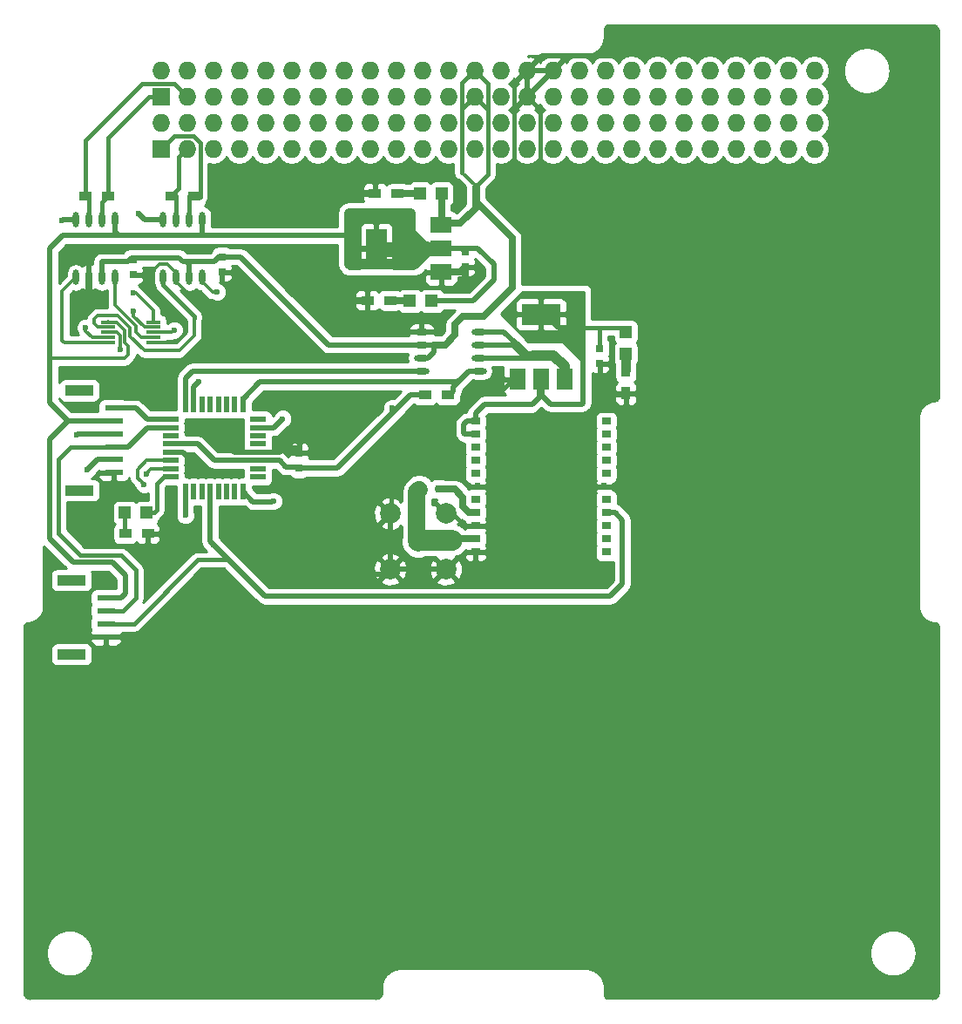
<source format=gbr>
G04 #@! TF.FileFunction,Copper,L1,Top,Signal*
%FSLAX46Y46*%
G04 Gerber Fmt 4.6, Leading zero omitted, Abs format (unit mm)*
G04 Created by KiCad (PCBNEW 4.0.4-stable) date 12/09/16 14:35:44*
%MOMM*%
%LPD*%
G01*
G04 APERTURE LIST*
%ADD10C,0.100000*%
%ADD11R,0.750000X0.800000*%
%ADD12C,1.998980*%
%ADD13R,0.500000X0.700000*%
%ADD14R,0.920000X0.700000*%
%ADD15R,1.800000X0.600000*%
%ADD16R,2.800000X1.000000*%
%ADD17R,2.000000X3.800000*%
%ADD18R,2.000000X1.500000*%
%ADD19R,1.200000X0.900000*%
%ADD20R,1.198880X1.198880*%
%ADD21R,0.900000X1.200000*%
%ADD22O,0.609600X1.473200*%
%ADD23R,3.800000X2.000000*%
%ADD24R,1.500000X2.000000*%
%ADD25O,1.473200X0.609600*%
%ADD26R,1.727200X1.727200*%
%ADD27O,1.727200X1.727200*%
%ADD28R,1.600000X0.550000*%
%ADD29R,0.550000X1.600000*%
%ADD30R,1.400000X0.300000*%
%ADD31R,0.800000X0.750000*%
%ADD32C,0.600000*%
%ADD33C,0.900000*%
%ADD34C,0.700000*%
%ADD35C,0.400000*%
%ADD36C,0.300000*%
%ADD37C,0.550000*%
%ADD38C,2.000000*%
%ADD39C,1.700000*%
%ADD40C,1.000000*%
%ADD41C,0.900000*%
%ADD42C,0.800000*%
%ADD43C,1.400000*%
%ADD44C,0.254000*%
G04 APERTURE END LIST*
D10*
D11*
X84582000Y-75450000D03*
X84582000Y-76950000D03*
D12*
X103632000Y-103124000D03*
X100931980Y-105824020D03*
X106332020Y-105824020D03*
X106332020Y-100423980D03*
X100931980Y-100423980D03*
D13*
X121720000Y-97790000D03*
X109420000Y-97790000D03*
D14*
X109220000Y-99060000D03*
X109220000Y-104140000D03*
X109220000Y-102870000D03*
X109220000Y-101600000D03*
X109220000Y-100330000D03*
X109220000Y-92710000D03*
X109220000Y-93980000D03*
X109220000Y-95250000D03*
X109220000Y-96520000D03*
X109220000Y-91440000D03*
X121920000Y-91440000D03*
X121920000Y-96520000D03*
X121920000Y-95250000D03*
X121920000Y-93980000D03*
X121920000Y-92710000D03*
X121920000Y-100330000D03*
X121920000Y-101600000D03*
X121920000Y-102870000D03*
X121920000Y-104140000D03*
X121920000Y-99060000D03*
D15*
X73303000Y-108615000D03*
X73303000Y-109865000D03*
X73303000Y-111115000D03*
X73303000Y-112365000D03*
D16*
X69953000Y-114090000D03*
X69953000Y-106890000D03*
D17*
X99575881Y-74651749D03*
D18*
X105875881Y-74651749D03*
X105875881Y-72351749D03*
X105875881Y-76951749D03*
D19*
X99450197Y-69317629D03*
X101650197Y-69317629D03*
X77384000Y-102362000D03*
X75184000Y-102362000D03*
D20*
X104935020Y-79756000D03*
X102836980Y-79756000D03*
X105917217Y-69317629D03*
X103819177Y-69317629D03*
X77249020Y-100330000D03*
X75150980Y-100330000D03*
X123825000Y-82770980D03*
X123825000Y-84869020D03*
D19*
X98722000Y-79690637D03*
X100922000Y-79690637D03*
X73490000Y-69596000D03*
X71290000Y-69596000D03*
X81872000Y-69596000D03*
X79672000Y-69596000D03*
D21*
X123825000Y-86530000D03*
X123825000Y-88730000D03*
D15*
X74065000Y-90170000D03*
X74065000Y-91420000D03*
X74065000Y-92670000D03*
X74065000Y-93920000D03*
X74065000Y-95170000D03*
X74065000Y-96420000D03*
D16*
X70715000Y-98145000D03*
X70715000Y-88445000D03*
D22*
X70358000Y-77470000D03*
X71628000Y-77470000D03*
X72898000Y-77470000D03*
X74168000Y-77470000D03*
X74168000Y-71882000D03*
X72898000Y-71882000D03*
X71628000Y-71882000D03*
X70358000Y-71882000D03*
X78867000Y-77470000D03*
X80137000Y-77470000D03*
X81407000Y-77470000D03*
X82677000Y-77470000D03*
X82677000Y-71882000D03*
X81407000Y-71882000D03*
X80137000Y-71882000D03*
X78867000Y-71882000D03*
D23*
X115570000Y-81051000D03*
D24*
X115570000Y-87351000D03*
X117870000Y-87351000D03*
X113270000Y-87351000D03*
D25*
X103971822Y-82742596D03*
X103971822Y-84012596D03*
X103971822Y-85282596D03*
X103971822Y-86552596D03*
X109559822Y-86552596D03*
X109559822Y-85282596D03*
X109559822Y-84012596D03*
X109559822Y-82742596D03*
D19*
X104310000Y-88900000D03*
X106510000Y-88900000D03*
D26*
X78650000Y-59910000D03*
D27*
X78650000Y-57370000D03*
X81190000Y-59910000D03*
X81190000Y-57370000D03*
X83730000Y-59910000D03*
X83730000Y-57370000D03*
X86270000Y-59910000D03*
X86270000Y-57370000D03*
X88810000Y-59910000D03*
X88810000Y-57370000D03*
X91350000Y-59910000D03*
X91350000Y-57370000D03*
X93890000Y-59910000D03*
X93890000Y-57370000D03*
X96430000Y-59910000D03*
X96430000Y-57370000D03*
X98970000Y-59910000D03*
X98970000Y-57370000D03*
X101510000Y-59910000D03*
X101510000Y-57370000D03*
X104050000Y-59910000D03*
X104050000Y-57370000D03*
X106590000Y-59910000D03*
X106590000Y-57370000D03*
X109130000Y-59910000D03*
X109130000Y-57370000D03*
X111670000Y-59910000D03*
X111670000Y-57370000D03*
X114210000Y-59910000D03*
X114210000Y-57370000D03*
X116750000Y-59910000D03*
X116750000Y-57370000D03*
X119290000Y-59910000D03*
X119290000Y-57370000D03*
X121830000Y-59910000D03*
X121830000Y-57370000D03*
X124370000Y-59910000D03*
X124370000Y-57370000D03*
X126910000Y-59910000D03*
X126910000Y-57370000D03*
X129450000Y-59910000D03*
X129450000Y-57370000D03*
X131990000Y-59910000D03*
X131990000Y-57370000D03*
X134530000Y-59910000D03*
X134530000Y-57370000D03*
X137070000Y-59910000D03*
X137070000Y-57370000D03*
X139610000Y-59910000D03*
X139610000Y-57370000D03*
X142150000Y-59910000D03*
X142150000Y-57370000D03*
D28*
X79570000Y-91250000D03*
X79570000Y-92050000D03*
X79570000Y-92850000D03*
X79570000Y-93650000D03*
X79570000Y-94450000D03*
X79570000Y-95250000D03*
X79570000Y-96050000D03*
X79570000Y-96850000D03*
D29*
X81020000Y-98300000D03*
X81820000Y-98300000D03*
X82620000Y-98300000D03*
X83420000Y-98300000D03*
X84220000Y-98300000D03*
X85020000Y-98300000D03*
X85820000Y-98300000D03*
X86620000Y-98300000D03*
D28*
X88070000Y-96850000D03*
X88070000Y-96050000D03*
X88070000Y-95250000D03*
X88070000Y-94450000D03*
X88070000Y-93650000D03*
X88070000Y-92850000D03*
X88070000Y-92050000D03*
X88070000Y-91250000D03*
D29*
X86620000Y-89800000D03*
X85820000Y-89800000D03*
X85020000Y-89800000D03*
X84220000Y-89800000D03*
X83420000Y-89800000D03*
X82620000Y-89800000D03*
X81820000Y-89800000D03*
X81020000Y-89800000D03*
D30*
X73492000Y-81804000D03*
X73492000Y-82304000D03*
X73492000Y-82804000D03*
X73492000Y-83304000D03*
X73492000Y-83804000D03*
X77892000Y-83804000D03*
X77892000Y-83304000D03*
X77892000Y-82804000D03*
X77892000Y-82304000D03*
X77892000Y-81804000D03*
D26*
X78650000Y-64990000D03*
D27*
X78650000Y-62450000D03*
X81190000Y-64990000D03*
X81190000Y-62450000D03*
X83730000Y-64990000D03*
X83730000Y-62450000D03*
X86270000Y-64990000D03*
X86270000Y-62450000D03*
X88810000Y-64990000D03*
X88810000Y-62450000D03*
X91350000Y-64990000D03*
X91350000Y-62450000D03*
X93890000Y-64990000D03*
X93890000Y-62450000D03*
X96430000Y-64990000D03*
X96430000Y-62450000D03*
X98970000Y-64990000D03*
X98970000Y-62450000D03*
X101510000Y-64990000D03*
X101510000Y-62450000D03*
X104050000Y-64990000D03*
X104050000Y-62450000D03*
X106590000Y-64990000D03*
X106590000Y-62450000D03*
X109130000Y-64990000D03*
X109130000Y-62450000D03*
X111670000Y-64990000D03*
X111670000Y-62450000D03*
X114210000Y-64990000D03*
X114210000Y-62450000D03*
X116750000Y-64990000D03*
X116750000Y-62450000D03*
X119290000Y-64990000D03*
X119290000Y-62450000D03*
X121830000Y-64990000D03*
X121830000Y-62450000D03*
X124370000Y-64990000D03*
X124370000Y-62450000D03*
X126910000Y-64990000D03*
X126910000Y-62450000D03*
X129450000Y-64990000D03*
X129450000Y-62450000D03*
X131990000Y-64990000D03*
X131990000Y-62450000D03*
X134530000Y-64990000D03*
X134530000Y-62450000D03*
X137070000Y-64990000D03*
X137070000Y-62450000D03*
X139610000Y-64990000D03*
X139610000Y-62450000D03*
X142150000Y-64990000D03*
X142150000Y-62450000D03*
D11*
X75946000Y-75704000D03*
X75946000Y-77204000D03*
X121285000Y-84340000D03*
X121285000Y-85840000D03*
X92075000Y-96000000D03*
X92075000Y-94500000D03*
X108204000Y-74942000D03*
X108204000Y-76442000D03*
D31*
X104152000Y-98044000D03*
X105652000Y-98044000D03*
D32*
X85750000Y-82590000D03*
X97282000Y-79756000D03*
X97536000Y-69342000D03*
X70866000Y-80010000D03*
X108204000Y-77724000D03*
X115482080Y-67305242D03*
X112965367Y-67305242D03*
X102371940Y-82804539D03*
D33*
X84836000Y-100457000D03*
D32*
X72390000Y-102870000D03*
X72898000Y-101092000D03*
X84836000Y-93472000D03*
X82042000Y-95722000D03*
X71511411Y-96134355D03*
X82296000Y-87630000D03*
X84120329Y-78885975D03*
X75946000Y-78994000D03*
X74674359Y-84477460D03*
X76985637Y-97589971D03*
X76004101Y-80736375D03*
X77193967Y-96545670D03*
X76492068Y-71298417D03*
X81026000Y-100584000D03*
X83726716Y-103415530D03*
X70444573Y-92773813D03*
X71297462Y-82336248D03*
X79929901Y-82573802D03*
X89615293Y-99189205D03*
X90473963Y-91198975D03*
X69013542Y-71958788D03*
X119126000Y-84074000D03*
X115570000Y-81051000D03*
X119126000Y-79502000D03*
X101092000Y-90170000D03*
X102870000Y-76200000D03*
X99575881Y-74651749D03*
X96932382Y-76194313D03*
X96932382Y-71223393D03*
X102870000Y-71223393D03*
D34*
X85750000Y-81360000D02*
X85750000Y-82590000D01*
X98722000Y-79690637D02*
X97347363Y-79690637D01*
X97347363Y-79690637D02*
X97282000Y-79756000D01*
X98019629Y-69317629D02*
X97995258Y-69342000D01*
X97995258Y-69342000D02*
X97536000Y-69342000D01*
X99450197Y-69317629D02*
X98019629Y-69317629D01*
X71628000Y-79248000D02*
X70866000Y-80010000D01*
X71628000Y-78906600D02*
X71628000Y-79248000D01*
X71628000Y-77470000D02*
X71628000Y-78906600D01*
D35*
X113284000Y-87503000D02*
X112734582Y-87503000D01*
X112734582Y-87503000D02*
X111972582Y-88265000D01*
X111972582Y-88265000D02*
X109474000Y-88265000D01*
X109474000Y-88265000D02*
X105283000Y-92456000D01*
X105283000Y-92456000D02*
X102362000Y-92456000D01*
X102362000Y-92456000D02*
X101021423Y-93796577D01*
X101021423Y-93796577D02*
X101021423Y-100259423D01*
D34*
X108204000Y-76442000D02*
X108204000Y-77724000D01*
D36*
X80137000Y-77470000D02*
X80137000Y-77901800D01*
X80137000Y-77901800D02*
X82753200Y-80518000D01*
X82753200Y-80518000D02*
X84582000Y-80518000D01*
X84582000Y-80518000D02*
X85852000Y-79248000D01*
X85852000Y-79248000D02*
X85852000Y-77216000D01*
X85852000Y-77216000D02*
X85586000Y-76950000D01*
X85586000Y-76950000D02*
X84582000Y-76950000D01*
D35*
X115482080Y-66880978D02*
X115482080Y-67305242D01*
X115482080Y-61182080D02*
X115482080Y-66880978D01*
X114210000Y-59910000D02*
X115482080Y-61182080D01*
D37*
X112965367Y-66880978D02*
X112965367Y-67305242D01*
X112965367Y-66653858D02*
X112965367Y-66880978D01*
X112946399Y-66634890D02*
X112965367Y-66653858D01*
D35*
X102433883Y-82742596D02*
X102371940Y-82804539D01*
X103971822Y-82742596D02*
X102433883Y-82742596D01*
D37*
X74065000Y-96420000D02*
X74065000Y-98423834D01*
X74065000Y-98423834D02*
X72910743Y-99578091D01*
X72910743Y-99578091D02*
X72910743Y-101079257D01*
X72910743Y-101079257D02*
X72898000Y-101092000D01*
D34*
X105875881Y-76951749D02*
X107694251Y-76951749D01*
X107694251Y-76951749D02*
X108204000Y-76442000D01*
D35*
X75946000Y-77204000D02*
X77482000Y-77204000D01*
X77482000Y-77204000D02*
X77724000Y-76962000D01*
D36*
X77892000Y-83804000D02*
X80206518Y-83804000D01*
X80963280Y-81564661D02*
X77724000Y-78325381D01*
X77724000Y-78325381D02*
X77724000Y-76962000D01*
X79298800Y-76200000D02*
X80137000Y-77038200D01*
X80206518Y-83804000D02*
X80963280Y-83047238D01*
X77724000Y-76962000D02*
X78486000Y-76200000D01*
X78486000Y-76200000D02*
X79298800Y-76200000D01*
X80963280Y-83047238D02*
X80963280Y-81564661D01*
X80137000Y-77038200D02*
X80137000Y-77470000D01*
D35*
X109220000Y-101600000D02*
X108157638Y-101600000D01*
X108157638Y-101600000D02*
X106981618Y-100423980D01*
X106981618Y-100423980D02*
X106332020Y-100423980D01*
X109420000Y-97790000D02*
X110537917Y-97790000D01*
X110537917Y-97790000D02*
X111506000Y-98758083D01*
X111506000Y-98758083D02*
X111506000Y-100707961D01*
X111506000Y-100707961D02*
X110613961Y-101600000D01*
X110613961Y-101600000D02*
X109220000Y-101600000D01*
D37*
X91873140Y-94008626D02*
X92075000Y-94210486D01*
X92075000Y-94210486D02*
X92075000Y-94500000D01*
X88070000Y-94450000D02*
X90171390Y-94450000D01*
X90171390Y-94450000D02*
X90612764Y-94008626D01*
X90612764Y-94008626D02*
X91873140Y-94008626D01*
X72898000Y-101092000D02*
X72898000Y-102367491D01*
X72898000Y-102367491D02*
X72395491Y-102870000D01*
X72395491Y-102870000D02*
X72390000Y-102870000D01*
X84836000Y-100457000D02*
X90678000Y-106299000D01*
X90678000Y-106299000D02*
X100741375Y-106299000D01*
X100931980Y-105824020D02*
X106332020Y-105824020D01*
D35*
X121285000Y-85840000D02*
X121285000Y-87630000D01*
X122555000Y-88900000D02*
X123655000Y-88900000D01*
X121285000Y-87630000D02*
X122555000Y-88900000D01*
X123655000Y-88900000D02*
X123825000Y-88730000D01*
D37*
X100931980Y-105824020D02*
X100931980Y-100423980D01*
D35*
X112946399Y-58633601D02*
X112946399Y-66634890D01*
D37*
X114210000Y-59910000D02*
X116750000Y-57370000D01*
X114210000Y-59910000D02*
X112933601Y-61186399D01*
X114210000Y-57370000D02*
X112946399Y-58633601D01*
X115649200Y-55930800D02*
X120218200Y-55930800D01*
X120218200Y-55930800D02*
X123088400Y-55930800D01*
X116750000Y-57370000D02*
X118189200Y-55930800D01*
X118189200Y-55930800D02*
X120218200Y-55930800D01*
X114210000Y-57370000D02*
X115649200Y-55930800D01*
X88070000Y-94450000D02*
X85814000Y-94450000D01*
X85814000Y-94450000D02*
X84836000Y-93472000D01*
X79570000Y-94450000D02*
X80770000Y-94450000D01*
X80770000Y-94450000D02*
X82042000Y-95722000D01*
X76200000Y-90170000D02*
X77280000Y-91250000D01*
X77280000Y-91250000D02*
X79570000Y-91250000D01*
X74065000Y-90170000D02*
X76200000Y-90170000D01*
X71811410Y-95834356D02*
X71511411Y-96134355D01*
X72475766Y-95170000D02*
X71811410Y-95834356D01*
X74065000Y-95170000D02*
X72475766Y-95170000D01*
X81820000Y-89800000D02*
X81820000Y-88106000D01*
X81820000Y-88106000D02*
X82296000Y-87630000D01*
D34*
X104152000Y-98044000D02*
X103772835Y-98044000D01*
X103772835Y-98044000D02*
X103745427Y-98071408D01*
D38*
X106961892Y-102981960D02*
X104002300Y-102981960D01*
D34*
X109220000Y-102870000D02*
X107073852Y-102870000D01*
D35*
X107073852Y-102870000D02*
X106961892Y-102981960D01*
D39*
X103745427Y-98071408D02*
X103519868Y-98296967D01*
X103519868Y-98296967D02*
X103519868Y-103097650D01*
X103519868Y-103097650D02*
X103607362Y-103185144D01*
D35*
X103741500Y-102252500D02*
X103505000Y-102489000D01*
D34*
X103507170Y-102486830D02*
X103505000Y-102489000D01*
X109220000Y-100330000D02*
X108591352Y-100330000D01*
X108591352Y-100330000D02*
X107999177Y-99737825D01*
X107999177Y-99737825D02*
X107999177Y-98816911D01*
X107999177Y-98816911D02*
X107231747Y-98049481D01*
X107231747Y-98049481D02*
X105631110Y-98049481D01*
D37*
X114467380Y-85282596D02*
X114761351Y-84988625D01*
X109559822Y-85282596D02*
X114467380Y-85282596D01*
D40*
X114808851Y-85036125D02*
X116769346Y-85036125D01*
X116769346Y-85036125D02*
X117849393Y-86116172D01*
X117849393Y-86116172D02*
X117849393Y-87424389D01*
D41*
X114108064Y-85020076D02*
X114729900Y-85020076D01*
X114729900Y-85020076D02*
X114761351Y-84988625D01*
X114108064Y-85020076D02*
X113100584Y-84012596D01*
D37*
X113100584Y-84012596D02*
X113030000Y-84012596D01*
X114701772Y-85048204D02*
X114761351Y-84988625D01*
X109559822Y-84012596D02*
X113030000Y-84012596D01*
X109559822Y-82742596D02*
X111952596Y-82742596D01*
X113030000Y-83820000D02*
X113030000Y-84012596D01*
X111952596Y-82742596D02*
X113030000Y-83820000D01*
D35*
X78867000Y-77470000D02*
X78867000Y-78224032D01*
X78867000Y-78224032D02*
X81904864Y-81261896D01*
X81904864Y-81261896D02*
X81904864Y-81403549D01*
D36*
X73492000Y-82304000D02*
X72492000Y-82304000D01*
X72492000Y-82304000D02*
X72130187Y-81942187D01*
X72130187Y-81942187D02*
X72130187Y-81539457D01*
X72130187Y-81539457D02*
X72521372Y-81148272D01*
X72521372Y-81148272D02*
X74435510Y-81148272D01*
X74435510Y-81148272D02*
X75531372Y-82244134D01*
X75531372Y-82244134D02*
X75534632Y-82244134D01*
X75534632Y-82244134D02*
X75656457Y-82365959D01*
X75656457Y-82365959D02*
X75656457Y-83202478D01*
X75656457Y-83202478D02*
X77035979Y-84582000D01*
X77035979Y-84582000D02*
X80414142Y-84582000D01*
X80414142Y-84582000D02*
X81904864Y-83091278D01*
X81904864Y-83091278D02*
X81904864Y-81413619D01*
X73492000Y-83804000D02*
X69252471Y-83804000D01*
X69252471Y-83804000D02*
X69050030Y-83601559D01*
X69050030Y-83601559D02*
X69050030Y-78777970D01*
X69050030Y-78777970D02*
X70358000Y-77470000D01*
X77892000Y-83304000D02*
X76685328Y-83304000D01*
X76685328Y-83304000D02*
X76179060Y-82797732D01*
X76179060Y-82797732D02*
X76179060Y-82162990D01*
X76179060Y-82162990D02*
X74168000Y-80151930D01*
X74168000Y-80151930D02*
X74168000Y-78506600D01*
X74168000Y-78506600D02*
X74168000Y-77470000D01*
X83696065Y-78885975D02*
X84120329Y-78885975D01*
X83661175Y-78885975D02*
X83696065Y-78885975D01*
X82677000Y-77470000D02*
X82677000Y-77901800D01*
X82677000Y-77901800D02*
X83661175Y-78885975D01*
X76200000Y-78994000D02*
X75946000Y-78994000D01*
X77892000Y-80686000D02*
X76200000Y-78994000D01*
X77892000Y-81804000D02*
X77892000Y-80686000D01*
X78442000Y-81804000D02*
X77892000Y-81804000D01*
D35*
X82677000Y-77470000D02*
X82677000Y-77038200D01*
X78650000Y-64990000D02*
X78650000Y-64971951D01*
X82453601Y-64396269D02*
X82453601Y-65596529D01*
X82453601Y-65596529D02*
X82451782Y-65598348D01*
X78650000Y-64971951D02*
X79904199Y-63717752D01*
X79904199Y-63717752D02*
X81801654Y-63717752D01*
X81801654Y-63717752D02*
X82466886Y-64382984D01*
X82451782Y-69614985D02*
X82432797Y-69596000D01*
X82466886Y-64382984D02*
X82453601Y-64396269D01*
X82451782Y-65598348D02*
X82451782Y-69614985D01*
X82432797Y-69596000D02*
X81872000Y-69596000D01*
X81407000Y-71882000D02*
X81407000Y-69553000D01*
X81407000Y-69553000D02*
X81872000Y-69596000D01*
X81190000Y-64990000D02*
X80384036Y-65795964D01*
X80384036Y-65795964D02*
X80384036Y-68797799D01*
X80384036Y-68797799D02*
X79672000Y-69509835D01*
X79672000Y-69509835D02*
X79672000Y-69596000D01*
X80137000Y-71882000D02*
X80137000Y-69553000D01*
X80137000Y-69553000D02*
X79672000Y-69596000D01*
X78650000Y-59910000D02*
X77450448Y-59910000D01*
X77450448Y-59910000D02*
X73490000Y-63870448D01*
X73490000Y-63870448D02*
X73490000Y-69596000D01*
X72898000Y-71882000D02*
X72898000Y-70188000D01*
X72898000Y-70188000D02*
X73490000Y-69596000D01*
X81190000Y-59910000D02*
X79926399Y-58646399D01*
X79926399Y-58646399D02*
X76795059Y-58646399D01*
X76795059Y-58646399D02*
X71290000Y-64151458D01*
X71290000Y-64151458D02*
X71290000Y-68746000D01*
X71290000Y-68746000D02*
X71290000Y-69596000D01*
X71628000Y-69616000D02*
X71628000Y-71882000D01*
X71290000Y-69596000D02*
X71440000Y-69596000D01*
X71290000Y-69596000D02*
X71140000Y-69596000D01*
D41*
X123825000Y-86530000D02*
X123825000Y-84869020D01*
D37*
X94934596Y-84012596D02*
X86372000Y-75450000D01*
X86372000Y-75450000D02*
X84582000Y-75450000D01*
X103971822Y-84012596D02*
X94934596Y-84012596D01*
D34*
X105146994Y-84000198D02*
X106245802Y-84000198D01*
X106245802Y-84000198D02*
X107188000Y-83058000D01*
X107188000Y-82042000D02*
X107950000Y-81280000D01*
X107188000Y-83058000D02*
X107188000Y-82042000D01*
X107950000Y-81280000D02*
X109982000Y-81280000D01*
X109982000Y-81280000D02*
X112776000Y-78486000D01*
X112776000Y-78486000D02*
X112776000Y-73660000D01*
X112776000Y-73660000D02*
X109220000Y-70104000D01*
X106036336Y-72176586D02*
X107751044Y-72176586D01*
X107751044Y-72176586D02*
X109220000Y-70707630D01*
X109220000Y-70707630D02*
X109220000Y-69850000D01*
D42*
X109220000Y-68637376D02*
X109220000Y-69088000D01*
X109220000Y-69088000D02*
X109220000Y-70020000D01*
D34*
X109220000Y-70104000D02*
X109220000Y-69850000D01*
D36*
X109220000Y-68580000D02*
X109220000Y-69850000D01*
X109220000Y-69850000D02*
X109220000Y-70020000D01*
D34*
X105917217Y-69317629D02*
X105917217Y-72310413D01*
X105917217Y-72310413D02*
X105875881Y-72351749D01*
D37*
X73660000Y-75946000D02*
X75438000Y-75946000D01*
X75438000Y-75946000D02*
X75809010Y-75574990D01*
X75809010Y-75574990D02*
X80400990Y-75574990D01*
X80400990Y-75574990D02*
X80772000Y-75946000D01*
X105146994Y-84728789D02*
X105146994Y-84000198D01*
X80772000Y-75946000D02*
X83820000Y-75946000D01*
X83820000Y-75946000D02*
X83820000Y-75934000D01*
X83820000Y-75934000D02*
X84328000Y-75426000D01*
X80772000Y-75946000D02*
X81169600Y-75946000D01*
X81169600Y-75946000D02*
X81407000Y-76183400D01*
X81407000Y-76183400D02*
X81407000Y-77470000D01*
X103971822Y-85282596D02*
X103970836Y-85281610D01*
X103971822Y-85282596D02*
X103540022Y-85282596D01*
X72898000Y-75946000D02*
X73660000Y-75946000D01*
X72898000Y-77470000D02*
X72898000Y-75946000D01*
X73285400Y-75946000D02*
X73660000Y-75946000D01*
X103971822Y-85282596D02*
X104593187Y-85282596D01*
X104593187Y-85282596D02*
X105146994Y-84728789D01*
X105134596Y-84012596D02*
X103971822Y-84012596D01*
D35*
X110418977Y-61198977D02*
X110418977Y-67438399D01*
X110418977Y-67438399D02*
X109220000Y-68637376D01*
D36*
X107902767Y-67262767D02*
X109220000Y-68580000D01*
D35*
X110418977Y-61198977D02*
X110418977Y-58658977D01*
X110418977Y-58658977D02*
X109130000Y-57370000D01*
X110418977Y-61198977D02*
X109130000Y-59910000D01*
X107902767Y-61137233D02*
X107902767Y-58597233D01*
X107902767Y-58597233D02*
X109130000Y-57370000D01*
X107902767Y-67262767D02*
X107902767Y-61137233D01*
X107902767Y-61137233D02*
X109130000Y-59910000D01*
D36*
X109130000Y-57370000D02*
X107941399Y-58558601D01*
X109130000Y-57370000D02*
X109440000Y-57370000D01*
D35*
X74065000Y-93920000D02*
X69902713Y-93920000D01*
X69902713Y-93920000D02*
X68653712Y-95169001D01*
X74971077Y-109865000D02*
X73303000Y-109865000D01*
X68653712Y-95169001D02*
X68653712Y-102294299D01*
X68653712Y-102294299D02*
X70840402Y-104480989D01*
X74762989Y-104480989D02*
X76200000Y-105918000D01*
X70840402Y-104480989D02*
X74762989Y-104480989D01*
X76200000Y-105918000D02*
X76200000Y-108636077D01*
X76200000Y-108636077D02*
X74971077Y-109865000D01*
D37*
X75443369Y-93920000D02*
X77313369Y-92050000D01*
X74065000Y-93920000D02*
X75443369Y-93920000D01*
X77313369Y-92050000D02*
X79570000Y-92050000D01*
X73465000Y-93920000D02*
X74065000Y-93920000D01*
D36*
X74656435Y-84459536D02*
X74674359Y-84477460D01*
X74656435Y-83102855D02*
X74656435Y-84459536D01*
X74357580Y-82804000D02*
X74656435Y-83102855D01*
X79570000Y-95250000D02*
X77264188Y-95250000D01*
X77264188Y-95250000D02*
X76357381Y-96156807D01*
X76357381Y-96156807D02*
X76357381Y-96961715D01*
X76357381Y-96961715D02*
X76685638Y-97289972D01*
X76685638Y-97289972D02*
X76985637Y-97589971D01*
X74365464Y-82811884D02*
X74357580Y-82804000D01*
X74357580Y-82804000D02*
X73492000Y-82804000D01*
X76004101Y-81160639D02*
X76004101Y-80736375D01*
X76004101Y-81280142D02*
X76004101Y-81160639D01*
X77027959Y-82304000D02*
X76004101Y-81280142D01*
X77892000Y-82304000D02*
X77027959Y-82304000D01*
X77689637Y-96050000D02*
X77493966Y-96245671D01*
X79570000Y-96050000D02*
X77689637Y-96050000D01*
X77493966Y-96245671D02*
X77193967Y-96545670D01*
D37*
X76792067Y-71598416D02*
X76492068Y-71298417D01*
X77075651Y-71882000D02*
X76792067Y-71598416D01*
X78867000Y-71882000D02*
X77075651Y-71882000D01*
X81020000Y-98300000D02*
X81020000Y-100578000D01*
X81020000Y-100578000D02*
X81026000Y-100584000D01*
X121920000Y-100330000D02*
X122780000Y-100330000D01*
X122780000Y-100330000D02*
X123489082Y-101039082D01*
X123489082Y-101039082D02*
X123489082Y-107266543D01*
X123489082Y-107266543D02*
X122297625Y-108458000D01*
X122297625Y-108458000D02*
X88769186Y-108458000D01*
X88769186Y-108458000D02*
X85688204Y-105377018D01*
X85688204Y-105377018D02*
X85213186Y-104902000D01*
X85213186Y-104902000D02*
X84026715Y-103715529D01*
D35*
X73303000Y-111115000D02*
X76027246Y-111115000D01*
X76027246Y-111115000D02*
X82240246Y-104902000D01*
X82240246Y-104902000D02*
X85213186Y-104902000D01*
D37*
X83426717Y-103115531D02*
X83726716Y-103415530D01*
X83420000Y-103108814D02*
X83426717Y-103115531D01*
X83420000Y-98300000D02*
X83420000Y-103108814D01*
X84026715Y-103715529D02*
X83726716Y-103415530D01*
X70548386Y-92670000D02*
X70444573Y-92773813D01*
X74065000Y-92670000D02*
X70548386Y-92670000D01*
D36*
X73492000Y-83304000D02*
X71944121Y-83304000D01*
X71944121Y-83304000D02*
X71297462Y-82657341D01*
X71297462Y-82657341D02*
X71297462Y-82336248D01*
X79699703Y-82804000D02*
X79929901Y-82573802D01*
X77892000Y-82804000D02*
X79699703Y-82804000D01*
X77892000Y-82804000D02*
X78232000Y-82804000D01*
D37*
X86620000Y-98300000D02*
X87580042Y-99260042D01*
X87580042Y-99260042D02*
X89455910Y-99260042D01*
X89455910Y-99260042D02*
X89509038Y-99206914D01*
X89509038Y-99206914D02*
X89597584Y-99206914D01*
X89597584Y-99206914D02*
X89615293Y-99189205D01*
X90173964Y-91498974D02*
X90473963Y-91198975D01*
X89622938Y-92050000D02*
X90173964Y-91498974D01*
X88070000Y-92050000D02*
X89622938Y-92050000D01*
X70358000Y-71882000D02*
X69090330Y-71882000D01*
X69090330Y-71882000D02*
X69013542Y-71958788D01*
X108130818Y-86995000D02*
X107023884Y-88101934D01*
X107023884Y-88101934D02*
X107023884Y-88499780D01*
X107023884Y-88499780D02*
X106629549Y-88894115D01*
X108130818Y-86995000D02*
X108573222Y-86552596D01*
X107495818Y-87630000D02*
X108130818Y-86995000D01*
X88265000Y-87630000D02*
X107495818Y-87630000D01*
X108573222Y-86552596D02*
X109559822Y-86552596D01*
X86620000Y-89800000D02*
X86620000Y-89275000D01*
X86620000Y-89275000D02*
X88265000Y-87630000D01*
X81722404Y-86552596D02*
X81020000Y-87255000D01*
X81020000Y-87255000D02*
X81020000Y-89800000D01*
X103971822Y-86552596D02*
X81722404Y-86552596D01*
D35*
X79570000Y-96850000D02*
X78918000Y-96850000D01*
X78918000Y-96850000D02*
X78232000Y-97536000D01*
X78232000Y-97536000D02*
X78232000Y-100076000D01*
X78232000Y-100076000D02*
X77978000Y-100330000D01*
X77978000Y-100330000D02*
X77249020Y-100330000D01*
X75150980Y-100330000D02*
X75150980Y-102328980D01*
X75150980Y-102328980D02*
X75184000Y-102362000D01*
D34*
X101650197Y-69317629D02*
X103819177Y-69317629D01*
X100906383Y-79731802D02*
X100947548Y-79690637D01*
X100947548Y-79690637D02*
X102645003Y-79690637D01*
D37*
X115655822Y-87949596D02*
X115655822Y-88924887D01*
X115655822Y-88924887D02*
X116487825Y-89756890D01*
X116487825Y-89756890D02*
X119539110Y-89756890D01*
X119539110Y-89756890D02*
X119634000Y-89662000D01*
X119634000Y-89662000D02*
X119634000Y-85344000D01*
X119634000Y-85344000D02*
X119634000Y-84328000D01*
X119634000Y-84328000D02*
X119634000Y-82347596D01*
X119634000Y-84328000D02*
X119380000Y-84328000D01*
X119380000Y-84328000D02*
X119126000Y-84074000D01*
X119126000Y-82347596D02*
X119634000Y-82347596D01*
X117272596Y-82347596D02*
X119126000Y-82347596D01*
X119126000Y-82347596D02*
X119126000Y-79502000D01*
X116270596Y-81345596D02*
X117272596Y-82347596D01*
X115341000Y-81051000D02*
X116021720Y-81051000D01*
D35*
X123401616Y-82347596D02*
X121158000Y-82347596D01*
X121158000Y-82347596D02*
X119634000Y-82347596D01*
X121285000Y-84340000D02*
X121285000Y-82474596D01*
X121285000Y-82474596D02*
X121158000Y-82347596D01*
X123825000Y-82770980D02*
X123401616Y-82347596D01*
D37*
X115570000Y-87503000D02*
X115384620Y-87688380D01*
X115384620Y-87688380D02*
X115384620Y-89104380D01*
X115384620Y-89104380D02*
X114700000Y-89789000D01*
X114700000Y-89789000D02*
X110109000Y-89789000D01*
X110109000Y-89789000D02*
X109220000Y-90678000D01*
X109220000Y-90678000D02*
X109220000Y-91440000D01*
X108077000Y-92583000D02*
X108204000Y-92710000D01*
X108204000Y-92710000D02*
X109220000Y-92710000D01*
X108077000Y-91723000D02*
X108077000Y-92583000D01*
X109220000Y-91440000D02*
X108360000Y-91440000D01*
X108360000Y-91440000D02*
X108077000Y-91723000D01*
X115655822Y-81345596D02*
X116270596Y-81345596D01*
X104935020Y-79756000D02*
X108966000Y-79756000D01*
X108966000Y-79756000D02*
X110998000Y-77724000D01*
X110998000Y-77724000D02*
X110998000Y-76200000D01*
X110998000Y-76200000D02*
X109449749Y-74651749D01*
X109449749Y-74651749D02*
X107442000Y-74651749D01*
X101092000Y-90678000D02*
X102870000Y-88900000D01*
X95770000Y-96000000D02*
X101092000Y-90678000D01*
X101092000Y-90678000D02*
X101092000Y-90170000D01*
X82439600Y-73406000D02*
X96780132Y-73406000D01*
X96780132Y-73406000D02*
X98025881Y-74651749D01*
X98025881Y-74651749D02*
X99575881Y-74651749D01*
D40*
X102870000Y-76200000D02*
X96938069Y-76200000D01*
X96938069Y-76200000D02*
X96932382Y-76194313D01*
X96932382Y-76194313D02*
X96932382Y-71223393D01*
X102870000Y-71223393D02*
X96932382Y-71223393D01*
X103317880Y-76200000D02*
X102870000Y-76200000D01*
D43*
X99575881Y-74651749D02*
X99675991Y-74751859D01*
X99675991Y-74751859D02*
X104293890Y-74751859D01*
X104293890Y-74751859D02*
X104394000Y-74651749D01*
D40*
X103317880Y-76200000D02*
X104521913Y-74995967D01*
X104521913Y-74995967D02*
X104521913Y-74552134D01*
X104394000Y-74651749D02*
X102870000Y-73127749D01*
X102870000Y-73127749D02*
X102870000Y-71223393D01*
X104521913Y-74552134D02*
X104621528Y-74651749D01*
X104621528Y-74651749D02*
X105875881Y-74651749D01*
D36*
X73492000Y-81804000D02*
X74384116Y-81804000D01*
X74384116Y-81804000D02*
X75156446Y-82576330D01*
X75156446Y-82576330D02*
X75156446Y-83769375D01*
X75156446Y-83769375D02*
X75497171Y-84110100D01*
X75497171Y-84110100D02*
X75497171Y-84962324D01*
X75497171Y-84962324D02*
X75115495Y-85344000D01*
X75115495Y-85344000D02*
X67818000Y-85344000D01*
D37*
X67818000Y-74676000D02*
X67818000Y-85344000D01*
X67818000Y-85344000D02*
X67818000Y-89662000D01*
X67818000Y-102870000D02*
X67818000Y-93178000D01*
X67818000Y-93178000D02*
X69576000Y-91420000D01*
X70104000Y-105156000D02*
X67818000Y-102870000D01*
X73914000Y-105156000D02*
X70104000Y-105156000D01*
X75184000Y-106426000D02*
X73914000Y-105156000D01*
X75184000Y-108184000D02*
X75184000Y-106426000D01*
X73303000Y-108615000D02*
X74753000Y-108615000D01*
X74753000Y-108615000D02*
X75184000Y-108184000D01*
X105875881Y-74651749D02*
X107442000Y-74651749D01*
X107442000Y-74651749D02*
X107913749Y-74651749D01*
X107913749Y-74651749D02*
X108204000Y-74942000D01*
X74557887Y-73406000D02*
X69088000Y-73406000D01*
X69088000Y-73406000D02*
X67818000Y-74676000D01*
X67818000Y-89662000D02*
X69576000Y-91420000D01*
X69576000Y-91420000D02*
X74065000Y-91420000D01*
X82677000Y-71882000D02*
X82677000Y-73168600D01*
X82677000Y-73168600D02*
X82439600Y-73406000D01*
X82439600Y-73406000D02*
X74557887Y-73406000D01*
X74557887Y-73406000D02*
X74168000Y-73016113D01*
X74168000Y-73016113D02*
X74168000Y-71882000D01*
X92075000Y-96000000D02*
X95770000Y-96000000D01*
X102870000Y-88900000D02*
X104310000Y-88900000D01*
X88070000Y-95250000D02*
X90170000Y-95250000D01*
X90784998Y-95864998D02*
X92075000Y-95864998D01*
X90170000Y-95250000D02*
X90784998Y-95864998D01*
X92075000Y-95864998D02*
X92075000Y-96000000D01*
D36*
X73492000Y-81804000D02*
X73771000Y-81804000D01*
X73492000Y-81804000D02*
X73492000Y-81795084D01*
D37*
X82220000Y-93650000D02*
X83820000Y-95250000D01*
X83820000Y-95250000D02*
X88070000Y-95250000D01*
X79570000Y-93650000D02*
X82220000Y-93650000D01*
D44*
G36*
X153620563Y-52979166D02*
X153656741Y-52978804D01*
X153677824Y-52979437D01*
X153698794Y-52980995D01*
X153720900Y-52983536D01*
X153742119Y-52986850D01*
X153762355Y-52990897D01*
X153783214Y-52996015D01*
X153804381Y-53002114D01*
X153824593Y-53008851D01*
X153844284Y-53016356D01*
X153864097Y-53024879D01*
X153883156Y-53034007D01*
X153902239Y-53044199D01*
X153921466Y-53055440D01*
X153938793Y-53066579D01*
X153956269Y-53078915D01*
X153973323Y-53092007D01*
X153989621Y-53105667D01*
X154005688Y-53120297D01*
X154020840Y-53135278D01*
X154035314Y-53150858D01*
X154049050Y-53166926D01*
X154062378Y-53183932D01*
X154075216Y-53201738D01*
X154086881Y-53219426D01*
X154097865Y-53237719D01*
X154108233Y-53256720D01*
X154117699Y-53275908D01*
X154126104Y-53294923D01*
X154133857Y-53314733D01*
X154141156Y-53335868D01*
X154147295Y-53356244D01*
X154152454Y-53376544D01*
X154156974Y-53397963D01*
X154160509Y-53418912D01*
X154163188Y-53440345D01*
X154164957Y-53461287D01*
X154165800Y-53482311D01*
X154165800Y-53504897D01*
X154165347Y-53516222D01*
X154167513Y-53529961D01*
X154164800Y-53543600D01*
X154166100Y-53550135D01*
X154166100Y-89047065D01*
X154164800Y-89053600D01*
X154166509Y-89062194D01*
X154165099Y-89070301D01*
X154165901Y-89103600D01*
X154165529Y-89119071D01*
X154164356Y-89134438D01*
X154162302Y-89150808D01*
X154159571Y-89166397D01*
X154156138Y-89181458D01*
X154151991Y-89196204D01*
X154146987Y-89211057D01*
X154141098Y-89226072D01*
X154134746Y-89240169D01*
X154127695Y-89253901D01*
X154119873Y-89267441D01*
X154111231Y-89280802D01*
X154101920Y-89293760D01*
X154091860Y-89306375D01*
X154081776Y-89317839D01*
X154071029Y-89328832D01*
X154059480Y-89339558D01*
X154047797Y-89349345D01*
X154034980Y-89359038D01*
X154021646Y-89368132D01*
X154008104Y-89376417D01*
X153994557Y-89383809D01*
X153980653Y-89390497D01*
X153966216Y-89396586D01*
X153951665Y-89401871D01*
X153936391Y-89406579D01*
X153920886Y-89410527D01*
X153905880Y-89413571D01*
X153890260Y-89415911D01*
X153874243Y-89417525D01*
X153858820Y-89418300D01*
X153843926Y-89418300D01*
X153836531Y-89417917D01*
X153833901Y-89418300D01*
X153826200Y-89418300D01*
X153816918Y-89420146D01*
X153801100Y-89417000D01*
X153708858Y-89435348D01*
X153698805Y-89434881D01*
X153655105Y-89441481D01*
X153641836Y-89446268D01*
X153633880Y-89447427D01*
X153621209Y-89447475D01*
X153589821Y-89453843D01*
X153572046Y-89456431D01*
X153565857Y-89460118D01*
X153556633Y-89463980D01*
X153539555Y-89464886D01*
X153491254Y-89477186D01*
X153475705Y-89484615D01*
X153458562Y-89486380D01*
X153410862Y-89501080D01*
X153395728Y-89509255D01*
X153378727Y-89511861D01*
X153331927Y-89528861D01*
X153316864Y-89537989D01*
X153299613Y-89541535D01*
X153253613Y-89560935D01*
X153239430Y-89570544D01*
X153222843Y-89574815D01*
X153177943Y-89596414D01*
X153163744Y-89607091D01*
X153146790Y-89612394D01*
X153102990Y-89636294D01*
X153089780Y-89647327D01*
X153073629Y-89653272D01*
X153031129Y-89679272D01*
X153018474Y-89690952D01*
X153002629Y-89697693D01*
X152961429Y-89725792D01*
X152949514Y-89737936D01*
X152934207Y-89745352D01*
X152894407Y-89775452D01*
X152882905Y-89788384D01*
X152867723Y-89796697D01*
X152829523Y-89828697D01*
X152818379Y-89842558D01*
X152803238Y-89851886D01*
X152766738Y-89885785D01*
X152756912Y-89899377D01*
X152743075Y-89908851D01*
X152708175Y-89944551D01*
X152698195Y-89959859D01*
X152683679Y-89970963D01*
X152650779Y-90008363D01*
X152642362Y-90022891D01*
X152629536Y-90033722D01*
X152598436Y-90072722D01*
X152590440Y-90088200D01*
X152577708Y-90100095D01*
X152548608Y-90140594D01*
X152541567Y-90156082D01*
X152529721Y-90168287D01*
X152502621Y-90210187D01*
X152496183Y-90226411D01*
X152484669Y-90239533D01*
X152459769Y-90282633D01*
X152454236Y-90298918D01*
X152443547Y-90312389D01*
X152420747Y-90356789D01*
X152415874Y-90373860D01*
X152405562Y-90388315D01*
X152385062Y-90433815D01*
X152381190Y-90450583D01*
X152371902Y-90465068D01*
X152353702Y-90511468D01*
X152350703Y-90528190D01*
X152342243Y-90542922D01*
X152326343Y-90590122D01*
X152324081Y-90607617D01*
X152316084Y-90623340D01*
X152302584Y-90671339D01*
X152301231Y-90688688D01*
X152294128Y-90704575D01*
X152283028Y-90753275D01*
X152282539Y-90770892D01*
X152276172Y-90787320D01*
X152267572Y-90836419D01*
X152267959Y-90853286D01*
X152262632Y-90869297D01*
X152256432Y-90918698D01*
X152257641Y-90935582D01*
X152253086Y-90951882D01*
X152249286Y-91001682D01*
X152251455Y-91019643D01*
X152247499Y-91037299D01*
X152246299Y-91087099D01*
X152249170Y-91103600D01*
X152246299Y-91120101D01*
X152246997Y-91149088D01*
X152246100Y-91153600D01*
X152246100Y-109323600D01*
X152248746Y-109336904D01*
X152246400Y-109348700D01*
X152246400Y-109398500D01*
X152249801Y-109415599D01*
X152247262Y-109432844D01*
X152249762Y-109482645D01*
X152254028Y-109499599D01*
X152252354Y-109517004D01*
X152257354Y-109566604D01*
X152262287Y-109582734D01*
X152261489Y-109599580D01*
X152268889Y-109648880D01*
X152274861Y-109665480D01*
X152274921Y-109683123D01*
X152284821Y-109732023D01*
X152291473Y-109747928D01*
X152292386Y-109765146D01*
X152304686Y-109813446D01*
X152312115Y-109828996D01*
X152313880Y-109846138D01*
X152328581Y-109893838D01*
X152336755Y-109908969D01*
X152339361Y-109925973D01*
X152356361Y-109972773D01*
X152365489Y-109987837D01*
X152369035Y-110005087D01*
X152388435Y-110051087D01*
X152398042Y-110065267D01*
X152402314Y-110081857D01*
X152423914Y-110126757D01*
X152434591Y-110140956D01*
X152439894Y-110157910D01*
X152463794Y-110201710D01*
X152474827Y-110214920D01*
X152480772Y-110231071D01*
X152506772Y-110273571D01*
X152518450Y-110286224D01*
X152525192Y-110302071D01*
X152553292Y-110343271D01*
X152565436Y-110355186D01*
X152572852Y-110370493D01*
X152602951Y-110410293D01*
X152615885Y-110421797D01*
X152624197Y-110436977D01*
X152656197Y-110475177D01*
X152670056Y-110486319D01*
X152679385Y-110501462D01*
X152713285Y-110537962D01*
X152727278Y-110548079D01*
X152737054Y-110562312D01*
X152772754Y-110597112D01*
X152787225Y-110606516D01*
X152797689Y-110620239D01*
X152835089Y-110653239D01*
X152850055Y-110661940D01*
X152861222Y-110675164D01*
X152900222Y-110706264D01*
X152915699Y-110714259D01*
X152927594Y-110726992D01*
X152968094Y-110756091D01*
X152983580Y-110763131D01*
X152995787Y-110774979D01*
X153037687Y-110802079D01*
X153053911Y-110808517D01*
X153067033Y-110820031D01*
X153110133Y-110844931D01*
X153126418Y-110850464D01*
X153139889Y-110861153D01*
X153184289Y-110883953D01*
X153201360Y-110888826D01*
X153215815Y-110899138D01*
X153261315Y-110919638D01*
X153278083Y-110923510D01*
X153292568Y-110932798D01*
X153338969Y-110950998D01*
X153355689Y-110953997D01*
X153370422Y-110962457D01*
X153417622Y-110978357D01*
X153435115Y-110980619D01*
X153450839Y-110988616D01*
X153498839Y-111002116D01*
X153516034Y-111003457D01*
X153531777Y-111010504D01*
X153578028Y-111021068D01*
X153584484Y-111024748D01*
X153615362Y-111028640D01*
X153664153Y-111037169D01*
X153680073Y-111036798D01*
X153681021Y-111036917D01*
X153696256Y-111042000D01*
X153715256Y-111044400D01*
X153721097Y-111043986D01*
X153801100Y-111059900D01*
X153809694Y-111058191D01*
X153817801Y-111059601D01*
X153851100Y-111058799D01*
X153866572Y-111059171D01*
X153881939Y-111060344D01*
X153898305Y-111062398D01*
X153913898Y-111065129D01*
X153928954Y-111068561D01*
X153943705Y-111072710D01*
X153958559Y-111077713D01*
X153973568Y-111083600D01*
X153987669Y-111089954D01*
X154001401Y-111097005D01*
X154014941Y-111104827D01*
X154028300Y-111113468D01*
X154041254Y-111122776D01*
X154053879Y-111132843D01*
X154065333Y-111142918D01*
X154076324Y-111153663D01*
X154087062Y-111165224D01*
X154096842Y-111176899D01*
X154106537Y-111189720D01*
X154115635Y-111203059D01*
X154123917Y-111216596D01*
X154131303Y-111230133D01*
X154138000Y-111244052D01*
X154144086Y-111258484D01*
X154149374Y-111273041D01*
X154154074Y-111288291D01*
X154158027Y-111303816D01*
X154161069Y-111318808D01*
X154163412Y-111334448D01*
X154165027Y-111350469D01*
X154165800Y-111365874D01*
X154165800Y-111380774D01*
X154165417Y-111388169D01*
X154165800Y-111390799D01*
X154165800Y-111398500D01*
X154167646Y-111407782D01*
X154164500Y-111423600D01*
X154166100Y-111431644D01*
X154166100Y-146927567D01*
X154164900Y-146933600D01*
X154167105Y-146944686D01*
X154165534Y-146953021D01*
X154165897Y-146989220D01*
X154165263Y-147010315D01*
X154163705Y-147031283D01*
X154161160Y-147053424D01*
X154157856Y-147074589D01*
X154153817Y-147094766D01*
X154148652Y-147115821D01*
X154142569Y-147136968D01*
X154135916Y-147156907D01*
X154128317Y-147176824D01*
X154119823Y-147196604D01*
X154110699Y-147215619D01*
X154100427Y-147234887D01*
X154089380Y-147253767D01*
X154078132Y-147271253D01*
X154065781Y-147288757D01*
X154052763Y-147305709D01*
X154039024Y-147322094D01*
X154024377Y-147338189D01*
X154009484Y-147353246D01*
X153993682Y-147367925D01*
X153977421Y-147381845D01*
X153960681Y-147394981D01*
X153943210Y-147407569D01*
X153925369Y-147419322D01*
X153906904Y-147430414D01*
X153888131Y-147440660D01*
X153869086Y-147450040D01*
X153849528Y-147458677D01*
X153829478Y-147466552D01*
X153809112Y-147473591D01*
X153788613Y-147479740D01*
X153767826Y-147485039D01*
X153746956Y-147489449D01*
X153725790Y-147493000D01*
X153704485Y-147495676D01*
X153683227Y-147497452D01*
X153661860Y-147498341D01*
X153640392Y-147498341D01*
X153629653Y-147497893D01*
X153626779Y-147498341D01*
X153626100Y-147498341D01*
X153623637Y-147498831D01*
X153615323Y-147500127D01*
X153601100Y-147497298D01*
X153594554Y-147498600D01*
X121966395Y-147498600D01*
X121965879Y-147498236D01*
X121948771Y-147485090D01*
X121932449Y-147471432D01*
X121916636Y-147457027D01*
X121901316Y-147441870D01*
X121886937Y-147426406D01*
X121873197Y-147410312D01*
X121859765Y-147393188D01*
X121847009Y-147375489D01*
X121835307Y-147357747D01*
X121824394Y-147339573D01*
X121814003Y-147320515D01*
X121804442Y-147301139D01*
X121796034Y-147282129D01*
X121788307Y-147262402D01*
X121781051Y-147241396D01*
X121774910Y-147220998D01*
X121769755Y-147200723D01*
X121765249Y-147179352D01*
X121761687Y-147158221D01*
X121759013Y-147136856D01*
X121757244Y-147115890D01*
X121756400Y-147094842D01*
X121756400Y-147072302D01*
X121756854Y-147060934D01*
X121754691Y-147047220D01*
X121757400Y-147033600D01*
X121756100Y-147027065D01*
X121756100Y-146513600D01*
X121753460Y-146500326D01*
X121755800Y-146488560D01*
X121755800Y-146438640D01*
X121753081Y-146424969D01*
X121755250Y-146411202D01*
X121753250Y-146361312D01*
X121749655Y-146346391D01*
X121751373Y-146331137D01*
X121747173Y-146281377D01*
X121743292Y-146267907D01*
X121744298Y-146253924D01*
X121738098Y-146204385D01*
X121733437Y-146190361D01*
X121733871Y-146175592D01*
X121725571Y-146126351D01*
X121720526Y-146113081D01*
X121720363Y-146098885D01*
X121710063Y-146050035D01*
X121704433Y-146036871D01*
X121703680Y-146022577D01*
X121691380Y-145974197D01*
X121684868Y-145960554D01*
X121683418Y-145945505D01*
X121669018Y-145897675D01*
X121662450Y-145885325D01*
X121660549Y-145871465D01*
X121644249Y-145824286D01*
X121637114Y-145812081D01*
X121634626Y-145798165D01*
X121616426Y-145751695D01*
X121608334Y-145739060D01*
X121605058Y-145724416D01*
X121584858Y-145678746D01*
X121576471Y-145666817D01*
X121572693Y-145652730D01*
X121550592Y-145607940D01*
X121541940Y-145596670D01*
X121537701Y-145583103D01*
X121513800Y-145539273D01*
X121504540Y-145528180D01*
X121499661Y-145514578D01*
X121473962Y-145471779D01*
X121464086Y-145460900D01*
X121458546Y-145447293D01*
X121431046Y-145405593D01*
X121420889Y-145395313D01*
X121414888Y-145382165D01*
X121385688Y-145341655D01*
X121375367Y-145332042D01*
X121368995Y-145319459D01*
X121338195Y-145280189D01*
X121327223Y-145270771D01*
X121320162Y-145258157D01*
X121287762Y-145220206D01*
X121276165Y-145211060D01*
X121268411Y-145198492D01*
X121234412Y-145161932D01*
X121222706Y-145153481D01*
X121214624Y-145141521D01*
X121179124Y-145106391D01*
X121167112Y-145098455D01*
X121158565Y-145086872D01*
X121121666Y-145053262D01*
X121109160Y-145045724D01*
X121100005Y-145034349D01*
X121061705Y-145002299D01*
X121049012Y-144995358D01*
X121039480Y-144984473D01*
X120999880Y-144954044D01*
X120986986Y-144947674D01*
X120977070Y-144937254D01*
X120936270Y-144908504D01*
X120922968Y-144902604D01*
X120912507Y-144892493D01*
X120870507Y-144865452D01*
X120856953Y-144860106D01*
X120846062Y-144850429D01*
X120802962Y-144825169D01*
X120789356Y-144820451D01*
X120778205Y-144811340D01*
X120734105Y-144787890D01*
X120720382Y-144783760D01*
X120708921Y-144775157D01*
X120663921Y-144753557D01*
X120650003Y-144749986D01*
X120638163Y-144741841D01*
X120592364Y-144722142D01*
X120577932Y-144719068D01*
X120565431Y-144711228D01*
X120518731Y-144693448D01*
X120504512Y-144691045D01*
X120491986Y-144683895D01*
X120444586Y-144668065D01*
X120430420Y-144666271D01*
X120417742Y-144659709D01*
X120369843Y-144645869D01*
X120355278Y-144644629D01*
X120342025Y-144638461D01*
X120293524Y-144626631D01*
X120278982Y-144626007D01*
X120265539Y-144620422D01*
X120216540Y-144610622D01*
X120202183Y-144610607D01*
X120188710Y-144605651D01*
X120139410Y-144597891D01*
X120124915Y-144598474D01*
X120111105Y-144594039D01*
X120061505Y-144588339D01*
X120047133Y-144589519D01*
X120033235Y-144585683D01*
X119983435Y-144582043D01*
X119968971Y-144583837D01*
X119954767Y-144580550D01*
X119904867Y-144579000D01*
X119890638Y-144581374D01*
X119876462Y-144578707D01*
X119826562Y-144579227D01*
X119825438Y-144579463D01*
X119821100Y-144578600D01*
X102001100Y-144578600D01*
X101987946Y-144581216D01*
X101976100Y-144578860D01*
X101926100Y-144578860D01*
X101911889Y-144581687D01*
X101897571Y-144579454D01*
X101847672Y-144581534D01*
X101833592Y-144584950D01*
X101819200Y-144583316D01*
X101769500Y-144587466D01*
X101755628Y-144591450D01*
X101741232Y-144590418D01*
X101691732Y-144596628D01*
X101678006Y-144601194D01*
X101663542Y-144600761D01*
X101614242Y-144609041D01*
X101600645Y-144614202D01*
X101586105Y-144614374D01*
X101537305Y-144624684D01*
X101524057Y-144630356D01*
X101509667Y-144631124D01*
X101461267Y-144643464D01*
X101448206Y-144649709D01*
X101433793Y-144651081D01*
X101385993Y-144665411D01*
X101373201Y-144672195D01*
X101358856Y-144674166D01*
X101311655Y-144690486D01*
X101299257Y-144697737D01*
X101285122Y-144700278D01*
X101238621Y-144718539D01*
X101226432Y-144726361D01*
X101212297Y-144729514D01*
X101166597Y-144749694D01*
X101154667Y-144758071D01*
X101140585Y-144761838D01*
X101095785Y-144783908D01*
X101084208Y-144792784D01*
X101070284Y-144797142D01*
X101026484Y-144821052D01*
X101015474Y-144830251D01*
X101001967Y-144835099D01*
X100959168Y-144860809D01*
X100948508Y-144870490D01*
X100935165Y-144875912D01*
X100893466Y-144903372D01*
X100883066Y-144913634D01*
X100869770Y-144919699D01*
X100829271Y-144948879D01*
X100819546Y-144959316D01*
X100806819Y-144965765D01*
X100767519Y-144996605D01*
X100757844Y-145007882D01*
X100744891Y-145015157D01*
X100706991Y-145047607D01*
X100698282Y-145058682D01*
X100686286Y-145066074D01*
X100649686Y-145100074D01*
X100641089Y-145111968D01*
X100628931Y-145120187D01*
X100593831Y-145155667D01*
X100585846Y-145167757D01*
X100574189Y-145176366D01*
X100540589Y-145213286D01*
X100533291Y-145225406D01*
X100522263Y-145234265D01*
X100490163Y-145272555D01*
X100483023Y-145285583D01*
X100471846Y-145295376D01*
X100441447Y-145334956D01*
X100435206Y-145347597D01*
X100424986Y-145357311D01*
X100396186Y-145398131D01*
X100390132Y-145411758D01*
X100379773Y-145422486D01*
X100352773Y-145464466D01*
X100347631Y-145477522D01*
X100338299Y-145488001D01*
X100312999Y-145531061D01*
X100308063Y-145545247D01*
X100298566Y-145556886D01*
X100275166Y-145600966D01*
X100271097Y-145614520D01*
X100262606Y-145625836D01*
X100241005Y-145670856D01*
X100237403Y-145684905D01*
X100229192Y-145696855D01*
X100209492Y-145742725D01*
X100206513Y-145756747D01*
X100198889Y-145768887D01*
X100181089Y-145815547D01*
X100178623Y-145830077D01*
X100171321Y-145842878D01*
X100155521Y-145890228D01*
X100153689Y-145904722D01*
X100146988Y-145917707D01*
X100133188Y-145965687D01*
X100132040Y-145979366D01*
X100126233Y-145991799D01*
X100114333Y-146040299D01*
X100113671Y-146055256D01*
X100107923Y-146069085D01*
X100098123Y-146118045D01*
X100098105Y-146132891D01*
X100092999Y-146146826D01*
X100085299Y-146196146D01*
X100085883Y-146210206D01*
X100081579Y-146223605D01*
X100075879Y-146273205D01*
X100077025Y-146287163D01*
X100073283Y-146300657D01*
X100069583Y-146350456D01*
X100071453Y-146365682D01*
X100068009Y-146380632D01*
X100066509Y-146430542D01*
X100068816Y-146444285D01*
X100066234Y-146457981D01*
X100066734Y-146507901D01*
X100066990Y-146509125D01*
X100066100Y-146513600D01*
X100066100Y-146927567D01*
X100064900Y-146933600D01*
X100067105Y-146944686D01*
X100065534Y-146953021D01*
X100065897Y-146989220D01*
X100065263Y-147010315D01*
X100063705Y-147031283D01*
X100061160Y-147053424D01*
X100057856Y-147074589D01*
X100053817Y-147094766D01*
X100048652Y-147115821D01*
X100042569Y-147136968D01*
X100035916Y-147156907D01*
X100028317Y-147176824D01*
X100019823Y-147196604D01*
X100010699Y-147215619D01*
X100000427Y-147234887D01*
X99989380Y-147253767D01*
X99978132Y-147271253D01*
X99965781Y-147288757D01*
X99952763Y-147305709D01*
X99939024Y-147322094D01*
X99924377Y-147338189D01*
X99909484Y-147353246D01*
X99893682Y-147367925D01*
X99877421Y-147381845D01*
X99860681Y-147394981D01*
X99843210Y-147407569D01*
X99825369Y-147419322D01*
X99806904Y-147430414D01*
X99788131Y-147440660D01*
X99769086Y-147450040D01*
X99749528Y-147458677D01*
X99729478Y-147466552D01*
X99709112Y-147473591D01*
X99688613Y-147479740D01*
X99667826Y-147485039D01*
X99646956Y-147489449D01*
X99625790Y-147493000D01*
X99604485Y-147495676D01*
X99583227Y-147497452D01*
X99561860Y-147498341D01*
X99540392Y-147498341D01*
X99529653Y-147497893D01*
X99526779Y-147498341D01*
X99526100Y-147498341D01*
X99523637Y-147498831D01*
X99515323Y-147500127D01*
X99501100Y-147497298D01*
X99494554Y-147498600D01*
X65937324Y-147498600D01*
X65931100Y-147497362D01*
X65919745Y-147499621D01*
X65911405Y-147498052D01*
X65875743Y-147498423D01*
X65854325Y-147497755D01*
X65832968Y-147496197D01*
X65811680Y-147493751D01*
X65790544Y-147490425D01*
X65769512Y-147486214D01*
X65748703Y-147481138D01*
X65728137Y-147475205D01*
X65707814Y-147468414D01*
X65687783Y-147460780D01*
X65668123Y-147452335D01*
X65648778Y-147443055D01*
X65629883Y-147433003D01*
X65611405Y-147422163D01*
X65593406Y-147410572D01*
X65575888Y-147398229D01*
X65558901Y-147385171D01*
X65542478Y-147371424D01*
X65526627Y-147356991D01*
X65511404Y-147341925D01*
X65496829Y-147326249D01*
X65482907Y-147309965D01*
X65469680Y-147293123D01*
X65457140Y-147275711D01*
X65445365Y-147257840D01*
X65434340Y-147239487D01*
X65424076Y-147220668D01*
X65414612Y-147201456D01*
X65405957Y-147181870D01*
X65398120Y-147161932D01*
X65391112Y-147141665D01*
X65384967Y-147121168D01*
X65379673Y-147100404D01*
X65375248Y-147079447D01*
X65371698Y-147058312D01*
X65369031Y-147037062D01*
X65367252Y-147015724D01*
X65366359Y-146994290D01*
X65366359Y-146972911D01*
X65366809Y-146962108D01*
X65366359Y-146959223D01*
X65366359Y-146958640D01*
X65365938Y-146956523D01*
X65364577Y-146947800D01*
X65367402Y-146933600D01*
X65366100Y-146927054D01*
X65366100Y-143092902D01*
X67486184Y-143092902D01*
X67488139Y-143103600D01*
X67486184Y-143114298D01*
X67486964Y-143164237D01*
X67489281Y-143175006D01*
X67487645Y-143185901D01*
X67490005Y-143235801D01*
X67492634Y-143246379D01*
X67491353Y-143257204D01*
X67495273Y-143306994D01*
X67498237Y-143317503D01*
X67497295Y-143328379D01*
X67502775Y-143378029D01*
X67506059Y-143388415D01*
X67505459Y-143399293D01*
X67512489Y-143448743D01*
X67516133Y-143459124D01*
X67515874Y-143470121D01*
X67524464Y-143519331D01*
X67528410Y-143529530D01*
X67528496Y-143540465D01*
X67538626Y-143589375D01*
X67542886Y-143599435D01*
X67543315Y-143610352D01*
X67554975Y-143658922D01*
X67559554Y-143668854D01*
X67560326Y-143679766D01*
X67573506Y-143727946D01*
X67578406Y-143737753D01*
X67579524Y-143748658D01*
X67594214Y-143796398D01*
X67599407Y-143806021D01*
X67600863Y-143816857D01*
X67617043Y-143864107D01*
X67622535Y-143873562D01*
X67624331Y-143884347D01*
X67641991Y-143931077D01*
X67647752Y-143940314D01*
X67649874Y-143950988D01*
X67668984Y-143997138D01*
X67675069Y-144006248D01*
X67677543Y-144016922D01*
X67698093Y-144062443D01*
X67704475Y-144071375D01*
X67707289Y-144081985D01*
X67729269Y-144126845D01*
X67735889Y-144135518D01*
X67739015Y-144145972D01*
X67762385Y-144190112D01*
X67769297Y-144198603D01*
X67772762Y-144208987D01*
X67797512Y-144252378D01*
X67804680Y-144260638D01*
X67808466Y-144270900D01*
X67834566Y-144313490D01*
X67841996Y-144321527D01*
X67846104Y-144331669D01*
X67873524Y-144373409D01*
X67881173Y-144381179D01*
X67885582Y-144391153D01*
X67914302Y-144432023D01*
X67922240Y-144439597D01*
X67926990Y-144449487D01*
X67956980Y-144489427D01*
X67965091Y-144496691D01*
X67970109Y-144506354D01*
X68001339Y-144545344D01*
X68009749Y-144552415D01*
X68015116Y-144561998D01*
X68047555Y-144599978D01*
X68056167Y-144606767D01*
X68061822Y-144616157D01*
X68095442Y-144653098D01*
X68104209Y-144659572D01*
X68110120Y-144668727D01*
X68144880Y-144704597D01*
X68153882Y-144710818D01*
X68160103Y-144719820D01*
X68195973Y-144754580D01*
X68205130Y-144760493D01*
X68211603Y-144769258D01*
X68248543Y-144802878D01*
X68257934Y-144808533D01*
X68264722Y-144817144D01*
X68302702Y-144849584D01*
X68312285Y-144854951D01*
X68319356Y-144863361D01*
X68358346Y-144894591D01*
X68368009Y-144899609D01*
X68375273Y-144907720D01*
X68415213Y-144937710D01*
X68425103Y-144942460D01*
X68432677Y-144950398D01*
X68473547Y-144979118D01*
X68483521Y-144983527D01*
X68491291Y-144991176D01*
X68533031Y-145018596D01*
X68543173Y-145022704D01*
X68551210Y-145030134D01*
X68593800Y-145056233D01*
X68604061Y-145060019D01*
X68612323Y-145067188D01*
X68655713Y-145091938D01*
X68666097Y-145095403D01*
X68674588Y-145102315D01*
X68718728Y-145125685D01*
X68729182Y-145128811D01*
X68737855Y-145135431D01*
X68782715Y-145157411D01*
X68793327Y-145160225D01*
X68802258Y-145166607D01*
X68847778Y-145187157D01*
X68858452Y-145189631D01*
X68867562Y-145195716D01*
X68913711Y-145214826D01*
X68924387Y-145216948D01*
X68933623Y-145222709D01*
X68980354Y-145240369D01*
X68991138Y-145242164D01*
X69000593Y-145247657D01*
X69047844Y-145263837D01*
X69058679Y-145265293D01*
X69068302Y-145270486D01*
X69116042Y-145285176D01*
X69126947Y-145286294D01*
X69136754Y-145291194D01*
X69184934Y-145304374D01*
X69195846Y-145305146D01*
X69205778Y-145309725D01*
X69254348Y-145321385D01*
X69265265Y-145321814D01*
X69275325Y-145326074D01*
X69324235Y-145336204D01*
X69335170Y-145336290D01*
X69345369Y-145340236D01*
X69394579Y-145348826D01*
X69405576Y-145348567D01*
X69415957Y-145352211D01*
X69465407Y-145359241D01*
X69476285Y-145358641D01*
X69486671Y-145361925D01*
X69536322Y-145367405D01*
X69547197Y-145366463D01*
X69557706Y-145369427D01*
X69607496Y-145373347D01*
X69618321Y-145372066D01*
X69628899Y-145374695D01*
X69678800Y-145377055D01*
X69689694Y-145375419D01*
X69700462Y-145377736D01*
X69750402Y-145378516D01*
X69761100Y-145376561D01*
X69771798Y-145378516D01*
X69821737Y-145377736D01*
X69832506Y-145375419D01*
X69843401Y-145377055D01*
X69893301Y-145374695D01*
X69903879Y-145372066D01*
X69914704Y-145373347D01*
X69964494Y-145369427D01*
X69975003Y-145366463D01*
X69985879Y-145367405D01*
X70035529Y-145361925D01*
X70045915Y-145358641D01*
X70056793Y-145359241D01*
X70106243Y-145352211D01*
X70116624Y-145348567D01*
X70127621Y-145348826D01*
X70176831Y-145340236D01*
X70187030Y-145336290D01*
X70197965Y-145336204D01*
X70246875Y-145326074D01*
X70256935Y-145321814D01*
X70267852Y-145321385D01*
X70316422Y-145309725D01*
X70326354Y-145305146D01*
X70337266Y-145304374D01*
X70385446Y-145291194D01*
X70395253Y-145286294D01*
X70406158Y-145285176D01*
X70453898Y-145270486D01*
X70463521Y-145265293D01*
X70474357Y-145263837D01*
X70521607Y-145247657D01*
X70531062Y-145242165D01*
X70541847Y-145240369D01*
X70588577Y-145222709D01*
X70597836Y-145216934D01*
X70608537Y-145214806D01*
X70654677Y-145195696D01*
X70663741Y-145189640D01*
X70674361Y-145187180D01*
X70719891Y-145166630D01*
X70728872Y-145160214D01*
X70739539Y-145157384D01*
X70784389Y-145135405D01*
X70793012Y-145128822D01*
X70803405Y-145125715D01*
X70847555Y-145102345D01*
X70856071Y-145095413D01*
X70866487Y-145091938D01*
X70909878Y-145067188D01*
X70918167Y-145059995D01*
X70928461Y-145056196D01*
X70971041Y-145030096D01*
X70979022Y-145022716D01*
X70989096Y-145018637D01*
X71030846Y-144991217D01*
X71038643Y-144983542D01*
X71048653Y-144979118D01*
X71089523Y-144950398D01*
X71097097Y-144942460D01*
X71106987Y-144937710D01*
X71146927Y-144907720D01*
X71154221Y-144899576D01*
X71163921Y-144894537D01*
X71202901Y-144863307D01*
X71209942Y-144854930D01*
X71219488Y-144849584D01*
X71257468Y-144817145D01*
X71264228Y-144808569D01*
X71273579Y-144802940D01*
X71310529Y-144769320D01*
X71317031Y-144760518D01*
X71326227Y-144754580D01*
X71362097Y-144719820D01*
X71368318Y-144710818D01*
X71377320Y-144704597D01*
X71412080Y-144668727D01*
X71417993Y-144659570D01*
X71426758Y-144653097D01*
X71460378Y-144616157D01*
X71466033Y-144606766D01*
X71474644Y-144599978D01*
X71507084Y-144561998D01*
X71512451Y-144552415D01*
X71520861Y-144545344D01*
X71552091Y-144506354D01*
X71557109Y-144496691D01*
X71565220Y-144489427D01*
X71595210Y-144449487D01*
X71599960Y-144439597D01*
X71607898Y-144432023D01*
X71636618Y-144391153D01*
X71641027Y-144381179D01*
X71648676Y-144373409D01*
X71676096Y-144331669D01*
X71680204Y-144321527D01*
X71687634Y-144313490D01*
X71713733Y-144270900D01*
X71717519Y-144260639D01*
X71724688Y-144252377D01*
X71749438Y-144208987D01*
X71752903Y-144198603D01*
X71759815Y-144190112D01*
X71783185Y-144145972D01*
X71786329Y-144135457D01*
X71792985Y-144126734D01*
X71814955Y-144081874D01*
X71817735Y-144071385D01*
X71824046Y-144062556D01*
X71844606Y-144017036D01*
X71847096Y-144006299D01*
X71853216Y-143997138D01*
X71872326Y-143950989D01*
X71874448Y-143940313D01*
X71880209Y-143931077D01*
X71897869Y-143884346D01*
X71899664Y-143873562D01*
X71905157Y-143864107D01*
X71921337Y-143816856D01*
X71922793Y-143806021D01*
X71927986Y-143796398D01*
X71942676Y-143748658D01*
X71943794Y-143737753D01*
X71948694Y-143727946D01*
X71961874Y-143679766D01*
X71962646Y-143668854D01*
X71967225Y-143658922D01*
X71978885Y-143610352D01*
X71979314Y-143599435D01*
X71983574Y-143589375D01*
X71993704Y-143540465D01*
X71993791Y-143529463D01*
X71997760Y-143519198D01*
X72006340Y-143469988D01*
X72006082Y-143459126D01*
X72009682Y-143448877D01*
X72016722Y-143399427D01*
X72016120Y-143388480D01*
X72019425Y-143378029D01*
X72024905Y-143328378D01*
X72023963Y-143317503D01*
X72026927Y-143306994D01*
X72030847Y-143257204D01*
X72029566Y-143246379D01*
X72032195Y-143235801D01*
X72034555Y-143185900D01*
X72032919Y-143175006D01*
X72035236Y-143164238D01*
X72036016Y-143114298D01*
X72034061Y-143103600D01*
X72036016Y-143092902D01*
X72036012Y-143092628D01*
X147496188Y-143092628D01*
X147498188Y-143103600D01*
X147496188Y-143114572D01*
X147496988Y-143164511D01*
X147499193Y-143174735D01*
X147497626Y-143185080D01*
X147499926Y-143234980D01*
X147502776Y-143246505D01*
X147501400Y-143258294D01*
X147505400Y-143308084D01*
X147508078Y-143317522D01*
X147507216Y-143327295D01*
X147512616Y-143376945D01*
X147516194Y-143388322D01*
X147515553Y-143400234D01*
X147522653Y-143449683D01*
X147526174Y-143459670D01*
X147525927Y-143470254D01*
X147534527Y-143519464D01*
X147538376Y-143529407D01*
X147538454Y-143540071D01*
X147548554Y-143588981D01*
X147552730Y-143598858D01*
X147553138Y-143609574D01*
X147564738Y-143658144D01*
X147569531Y-143668573D01*
X147570346Y-143680021D01*
X147583546Y-143728202D01*
X147588420Y-143737947D01*
X147589533Y-143748784D01*
X147604233Y-143796524D01*
X147609458Y-143806202D01*
X147610927Y-143817102D01*
X147627127Y-143864352D01*
X147632687Y-143873915D01*
X147634512Y-143884826D01*
X147652212Y-143931557D01*
X147657808Y-143940514D01*
X147659865Y-143950871D01*
X147678965Y-143997021D01*
X147684909Y-144005923D01*
X147687316Y-144016352D01*
X147707816Y-144061872D01*
X147714445Y-144071168D01*
X147717377Y-144082206D01*
X147739377Y-144127066D01*
X147746036Y-144135784D01*
X147749185Y-144146293D01*
X147772585Y-144190433D01*
X147779195Y-144198543D01*
X147782497Y-144208470D01*
X147807197Y-144251860D01*
X147814555Y-144260354D01*
X147818446Y-144270900D01*
X147844546Y-144313490D01*
X147851896Y-144321441D01*
X147855958Y-144331478D01*
X147883358Y-144373218D01*
X147891406Y-144381398D01*
X147896058Y-144391886D01*
X147924858Y-144432756D01*
X147932517Y-144440044D01*
X147937096Y-144449575D01*
X147967096Y-144489515D01*
X147975045Y-144496632D01*
X147979958Y-144506103D01*
X148011159Y-144545093D01*
X148019527Y-144552135D01*
X148024865Y-144561680D01*
X148057264Y-144599660D01*
X148065956Y-144606520D01*
X148071665Y-144616007D01*
X148105265Y-144652947D01*
X148114272Y-144659602D01*
X148120354Y-144669010D01*
X148155155Y-144704880D01*
X148164113Y-144711064D01*
X148170308Y-144720019D01*
X148206209Y-144754779D01*
X148215087Y-144760506D01*
X148221359Y-144769009D01*
X148258259Y-144802629D01*
X148267887Y-144808434D01*
X148274848Y-144817260D01*
X148312848Y-144849700D01*
X148322393Y-144855042D01*
X148329433Y-144863414D01*
X148368433Y-144894644D01*
X148377908Y-144899563D01*
X148385029Y-144907522D01*
X148424929Y-144937512D01*
X148435077Y-144942391D01*
X148442851Y-144950534D01*
X148483750Y-144979253D01*
X148493476Y-144983548D01*
X148501049Y-144991010D01*
X148542749Y-145018430D01*
X148553064Y-145022614D01*
X148561241Y-145030171D01*
X148603842Y-145056271D01*
X148614101Y-145060055D01*
X148622362Y-145067222D01*
X148665762Y-145091972D01*
X148676299Y-145095486D01*
X148684918Y-145102495D01*
X148729118Y-145125865D01*
X148739213Y-145128878D01*
X148747580Y-145135271D01*
X148792380Y-145157252D01*
X148803112Y-145160104D01*
X148812145Y-145166561D01*
X148857644Y-145187110D01*
X148868502Y-145189628D01*
X148877774Y-145195817D01*
X148923973Y-145214926D01*
X148934446Y-145217004D01*
X148943507Y-145222658D01*
X148990208Y-145240318D01*
X149001176Y-145242146D01*
X149010793Y-145247729D01*
X149058093Y-145263909D01*
X149068738Y-145265336D01*
X149078187Y-145270438D01*
X149125887Y-145285128D01*
X149136910Y-145286261D01*
X149146824Y-145291213D01*
X149195024Y-145304393D01*
X149205785Y-145305154D01*
X149215580Y-145309673D01*
X149264080Y-145321333D01*
X149275236Y-145321775D01*
X149285519Y-145326125D01*
X149334519Y-145336255D01*
X149345318Y-145336336D01*
X149355386Y-145340232D01*
X149404585Y-145348822D01*
X149415547Y-145348564D01*
X149425892Y-145352197D01*
X149475292Y-145359228D01*
X149486256Y-145358624D01*
X149496726Y-145361934D01*
X149546426Y-145367414D01*
X149557271Y-145366473D01*
X149567747Y-145369428D01*
X149617547Y-145373348D01*
X149628367Y-145372067D01*
X149638939Y-145374695D01*
X149688840Y-145377055D01*
X149699729Y-145375419D01*
X149710494Y-145377736D01*
X149760394Y-145378516D01*
X149771100Y-145376560D01*
X149781806Y-145378516D01*
X149831706Y-145377736D01*
X149842471Y-145375419D01*
X149853361Y-145377055D01*
X149903261Y-145374695D01*
X149913833Y-145372067D01*
X149924653Y-145373348D01*
X149974453Y-145369428D01*
X149984929Y-145366473D01*
X149995774Y-145367414D01*
X150045474Y-145361934D01*
X150055946Y-145358624D01*
X150066908Y-145359227D01*
X150116309Y-145352197D01*
X150126654Y-145348564D01*
X150137614Y-145348822D01*
X150186814Y-145340232D01*
X150197013Y-145336286D01*
X150207953Y-145336199D01*
X150256852Y-145326069D01*
X150266854Y-145321833D01*
X150277709Y-145321408D01*
X150326308Y-145309748D01*
X150336253Y-145305165D01*
X150347176Y-145304393D01*
X150395377Y-145291213D01*
X150405291Y-145286261D01*
X150416313Y-145285128D01*
X150464013Y-145270438D01*
X150473462Y-145265336D01*
X150484107Y-145263909D01*
X150531407Y-145247729D01*
X150541024Y-145242147D01*
X150551993Y-145240318D01*
X150598693Y-145222658D01*
X150607752Y-145217005D01*
X150618226Y-145214927D01*
X150664426Y-145195817D01*
X150673697Y-145189629D01*
X150684555Y-145187111D01*
X150730055Y-145166561D01*
X150739090Y-145160103D01*
X150749820Y-145157251D01*
X150794621Y-145135271D01*
X150802989Y-145128877D01*
X150813082Y-145125865D01*
X150857282Y-145102495D01*
X150865901Y-145095486D01*
X150876438Y-145091972D01*
X150919838Y-145067222D01*
X150928098Y-145060055D01*
X150938359Y-145056271D01*
X150980959Y-145030171D01*
X150989136Y-145022614D01*
X150999451Y-145018430D01*
X151041151Y-144991010D01*
X151048723Y-144983549D01*
X151058449Y-144979254D01*
X151099349Y-144950534D01*
X151107123Y-144942391D01*
X151117271Y-144937512D01*
X151157171Y-144907522D01*
X151164292Y-144899563D01*
X151173767Y-144894644D01*
X151212767Y-144863415D01*
X151219809Y-144855041D01*
X151229352Y-144849700D01*
X151267353Y-144817260D01*
X151274315Y-144808433D01*
X151283941Y-144802629D01*
X151320841Y-144769010D01*
X151327113Y-144760507D01*
X151335992Y-144754779D01*
X151371892Y-144720018D01*
X151378085Y-144711066D01*
X151387046Y-144704880D01*
X151421846Y-144669010D01*
X151427928Y-144659602D01*
X151436935Y-144652947D01*
X151470535Y-144616008D01*
X151476246Y-144606518D01*
X151484935Y-144599660D01*
X151517335Y-144561681D01*
X151522673Y-144552136D01*
X151531042Y-144545093D01*
X151562242Y-144506103D01*
X151567155Y-144496632D01*
X151575104Y-144489515D01*
X151605104Y-144449575D01*
X151609683Y-144440044D01*
X151617342Y-144432756D01*
X151646142Y-144391886D01*
X151650794Y-144381398D01*
X151658842Y-144373218D01*
X151686242Y-144331477D01*
X151690303Y-144321442D01*
X151697654Y-144313490D01*
X151723753Y-144270900D01*
X151727643Y-144260356D01*
X151735003Y-144251860D01*
X151759703Y-144208469D01*
X151763005Y-144198544D01*
X151769615Y-144190433D01*
X151793015Y-144146293D01*
X151796164Y-144135784D01*
X151802823Y-144127066D01*
X151824822Y-144082206D01*
X151827753Y-144071170D01*
X151834384Y-144061872D01*
X151854884Y-144016352D01*
X151857291Y-144005923D01*
X151863235Y-143997021D01*
X151882335Y-143950872D01*
X151884392Y-143940512D01*
X151889988Y-143931556D01*
X151907688Y-143884826D01*
X151909513Y-143873915D01*
X151915073Y-143864352D01*
X151931273Y-143817102D01*
X151932742Y-143806202D01*
X151937967Y-143796524D01*
X151952667Y-143748784D01*
X151953780Y-143737946D01*
X151958654Y-143728201D01*
X151971854Y-143680021D01*
X151972669Y-143668573D01*
X151977462Y-143658144D01*
X151989062Y-143609574D01*
X151989470Y-143598858D01*
X151993646Y-143588981D01*
X152003746Y-143540071D01*
X152003824Y-143529407D01*
X152007673Y-143519464D01*
X152016273Y-143470254D01*
X152016026Y-143459671D01*
X152019547Y-143449684D01*
X152026647Y-143400234D01*
X152026006Y-143388322D01*
X152029584Y-143376945D01*
X152034984Y-143327295D01*
X152034122Y-143317522D01*
X152036800Y-143308084D01*
X152040800Y-143258295D01*
X152039424Y-143246506D01*
X152042274Y-143234980D01*
X152044574Y-143185080D01*
X152043008Y-143174736D01*
X152045212Y-143164512D01*
X152046012Y-143114572D01*
X152044012Y-143103600D01*
X152046012Y-143092628D01*
X152045212Y-143042688D01*
X152043008Y-143032464D01*
X152044574Y-143022120D01*
X152042274Y-142972220D01*
X152039424Y-142960694D01*
X152040800Y-142948905D01*
X152036800Y-142899116D01*
X152034122Y-142889678D01*
X152034984Y-142879905D01*
X152029584Y-142830255D01*
X152026006Y-142818878D01*
X152026647Y-142806966D01*
X152019547Y-142757516D01*
X152016026Y-142747529D01*
X152016273Y-142736946D01*
X152007673Y-142687736D01*
X152003824Y-142677793D01*
X152003746Y-142667129D01*
X151993646Y-142618219D01*
X151989470Y-142608342D01*
X151989062Y-142597626D01*
X151977462Y-142549056D01*
X151972669Y-142538627D01*
X151971854Y-142527179D01*
X151958654Y-142478999D01*
X151953780Y-142469254D01*
X151952667Y-142458416D01*
X151937967Y-142410676D01*
X151932742Y-142400998D01*
X151931273Y-142390098D01*
X151915073Y-142342848D01*
X151909513Y-142333285D01*
X151907688Y-142322374D01*
X151889988Y-142275644D01*
X151884378Y-142266665D01*
X151882315Y-142256280D01*
X151863215Y-142210140D01*
X151857300Y-142201284D01*
X151854907Y-142190909D01*
X151834407Y-142145379D01*
X151827743Y-142136033D01*
X151824796Y-142124940D01*
X151802796Y-142080090D01*
X151796175Y-142071423D01*
X151793045Y-142060974D01*
X151769645Y-142016824D01*
X151763015Y-142008688D01*
X151759703Y-141998731D01*
X151735003Y-141955340D01*
X151727619Y-141946816D01*
X151723716Y-141936240D01*
X151697616Y-141893659D01*
X151690316Y-141885764D01*
X151686283Y-141875795D01*
X151658883Y-141834045D01*
X151650810Y-141825838D01*
X151646142Y-141815314D01*
X151617342Y-141774444D01*
X151609683Y-141767156D01*
X151605104Y-141757625D01*
X151575104Y-141717685D01*
X151567122Y-141710538D01*
X151562188Y-141701030D01*
X151530988Y-141662050D01*
X151522652Y-141655037D01*
X151517335Y-141645529D01*
X151484935Y-141607550D01*
X151476282Y-141600720D01*
X151470597Y-141591271D01*
X151436997Y-141554321D01*
X151427953Y-141547637D01*
X151421846Y-141538190D01*
X151387046Y-141502320D01*
X151378085Y-141496134D01*
X151371892Y-141487182D01*
X151335992Y-141452421D01*
X151327113Y-141446693D01*
X151320841Y-141438190D01*
X151283941Y-141404571D01*
X151274315Y-141398767D01*
X151267353Y-141389940D01*
X151229352Y-141357500D01*
X151219809Y-141352159D01*
X151212767Y-141343785D01*
X151173767Y-141312556D01*
X151164292Y-141307637D01*
X151157171Y-141299678D01*
X151117271Y-141269688D01*
X151107123Y-141264809D01*
X151099349Y-141256666D01*
X151058449Y-141227946D01*
X151048723Y-141223651D01*
X151041151Y-141216190D01*
X150999451Y-141188770D01*
X150989136Y-141184586D01*
X150980959Y-141177029D01*
X150938359Y-141150929D01*
X150928098Y-141147145D01*
X150919838Y-141139978D01*
X150876438Y-141115228D01*
X150865901Y-141111714D01*
X150857282Y-141104705D01*
X150813082Y-141081335D01*
X150802930Y-141078305D01*
X150794510Y-141071874D01*
X150749710Y-141049904D01*
X150739099Y-141047086D01*
X150730170Y-141040701D01*
X150684669Y-141020141D01*
X150673751Y-141017607D01*
X150664426Y-141011383D01*
X150618226Y-140992273D01*
X150607752Y-140990195D01*
X150598693Y-140984542D01*
X150551993Y-140966882D01*
X150541024Y-140965053D01*
X150531407Y-140959471D01*
X150484107Y-140943291D01*
X150473462Y-140941864D01*
X150464013Y-140936762D01*
X150416313Y-140922072D01*
X150405291Y-140920939D01*
X150395377Y-140915987D01*
X150347176Y-140902807D01*
X150336253Y-140902035D01*
X150326308Y-140897452D01*
X150277709Y-140885792D01*
X150266854Y-140885367D01*
X150256852Y-140881131D01*
X150207953Y-140871001D01*
X150196947Y-140870914D01*
X150186682Y-140866944D01*
X150137481Y-140858364D01*
X150126656Y-140858621D01*
X150116443Y-140855032D01*
X150067043Y-140847992D01*
X150056012Y-140848597D01*
X150045474Y-140845266D01*
X149995774Y-140839786D01*
X149984929Y-140840727D01*
X149974453Y-140837772D01*
X149924653Y-140833852D01*
X149913833Y-140835133D01*
X149903261Y-140832505D01*
X149853361Y-140830145D01*
X149842471Y-140831781D01*
X149831706Y-140829464D01*
X149781806Y-140828684D01*
X149771100Y-140830640D01*
X149760394Y-140828684D01*
X149710494Y-140829464D01*
X149699729Y-140831781D01*
X149688840Y-140830145D01*
X149638939Y-140832505D01*
X149628367Y-140835133D01*
X149617547Y-140833852D01*
X149567747Y-140837772D01*
X149557271Y-140840727D01*
X149546426Y-140839786D01*
X149496726Y-140845266D01*
X149486188Y-140848597D01*
X149475157Y-140847992D01*
X149425757Y-140855032D01*
X149415544Y-140858621D01*
X149404719Y-140858364D01*
X149355519Y-140866944D01*
X149345384Y-140870863D01*
X149334519Y-140870945D01*
X149285519Y-140881075D01*
X149275236Y-140885425D01*
X149264080Y-140885867D01*
X149215580Y-140897527D01*
X149205785Y-140902046D01*
X149195024Y-140902807D01*
X149146824Y-140915987D01*
X149136910Y-140920939D01*
X149125887Y-140922072D01*
X149078187Y-140936762D01*
X149068738Y-140941864D01*
X149058093Y-140943291D01*
X149010793Y-140959471D01*
X149001176Y-140965054D01*
X148990208Y-140966882D01*
X148943507Y-140984542D01*
X148934446Y-140990196D01*
X148923973Y-140992274D01*
X148877774Y-141011383D01*
X148868449Y-141017607D01*
X148857531Y-141020141D01*
X148812031Y-141040701D01*
X148803102Y-141047086D01*
X148792490Y-141049904D01*
X148747690Y-141071874D01*
X148739270Y-141078305D01*
X148729118Y-141081335D01*
X148684918Y-141104705D01*
X148676299Y-141111714D01*
X148665762Y-141115228D01*
X148622362Y-141139978D01*
X148614101Y-141147145D01*
X148603842Y-141150929D01*
X148561241Y-141177029D01*
X148553064Y-141184586D01*
X148542749Y-141188770D01*
X148501049Y-141216190D01*
X148493476Y-141223652D01*
X148483750Y-141227947D01*
X148442851Y-141256666D01*
X148435077Y-141264809D01*
X148424929Y-141269688D01*
X148385029Y-141299678D01*
X148377908Y-141307637D01*
X148368433Y-141312556D01*
X148329433Y-141343786D01*
X148322393Y-141352158D01*
X148312848Y-141357500D01*
X148274848Y-141389940D01*
X148267887Y-141398766D01*
X148258259Y-141404571D01*
X148221359Y-141438191D01*
X148215087Y-141446694D01*
X148206209Y-141452421D01*
X148170308Y-141487181D01*
X148164113Y-141496136D01*
X148155155Y-141502320D01*
X148120354Y-141538190D01*
X148114247Y-141547637D01*
X148105203Y-141554321D01*
X148071603Y-141591271D01*
X148065919Y-141600719D01*
X148057264Y-141607550D01*
X148024865Y-141645530D01*
X148019549Y-141655036D01*
X148011212Y-141662050D01*
X147980012Y-141701030D01*
X147975078Y-141710538D01*
X147967096Y-141717685D01*
X147937096Y-141757625D01*
X147932517Y-141767156D01*
X147924858Y-141774444D01*
X147896058Y-141815314D01*
X147891389Y-141825839D01*
X147883317Y-141834046D01*
X147855917Y-141875795D01*
X147851884Y-141885764D01*
X147844584Y-141893659D01*
X147818484Y-141936239D01*
X147814580Y-141946817D01*
X147807197Y-141955340D01*
X147782497Y-141998730D01*
X147779185Y-142008687D01*
X147772555Y-142016823D01*
X147749155Y-142060974D01*
X147746025Y-142071423D01*
X147739404Y-142080090D01*
X147717404Y-142124940D01*
X147714457Y-142136033D01*
X147707793Y-142145379D01*
X147687293Y-142190909D01*
X147684900Y-142201284D01*
X147678985Y-142210140D01*
X147659885Y-142256280D01*
X147657822Y-142266664D01*
X147652212Y-142275643D01*
X147634512Y-142322374D01*
X147632687Y-142333285D01*
X147627127Y-142342848D01*
X147610927Y-142390098D01*
X147609458Y-142400998D01*
X147604233Y-142410676D01*
X147589533Y-142458416D01*
X147588420Y-142469253D01*
X147583546Y-142478998D01*
X147570346Y-142527179D01*
X147569531Y-142538627D01*
X147564738Y-142549056D01*
X147553138Y-142597626D01*
X147552730Y-142608342D01*
X147548554Y-142618219D01*
X147538454Y-142667129D01*
X147538376Y-142677793D01*
X147534527Y-142687736D01*
X147525927Y-142736946D01*
X147526174Y-142747530D01*
X147522653Y-142757517D01*
X147515553Y-142806966D01*
X147516194Y-142818878D01*
X147512616Y-142830255D01*
X147507216Y-142879905D01*
X147508078Y-142889678D01*
X147505400Y-142899116D01*
X147501400Y-142948906D01*
X147502776Y-142960695D01*
X147499926Y-142972220D01*
X147497626Y-143022120D01*
X147499193Y-143032465D01*
X147496988Y-143042689D01*
X147496188Y-143092628D01*
X72036012Y-143092628D01*
X72035236Y-143042962D01*
X72032919Y-143032194D01*
X72034555Y-143021300D01*
X72032195Y-142971399D01*
X72029566Y-142960821D01*
X72030847Y-142949996D01*
X72026927Y-142900206D01*
X72023963Y-142889697D01*
X72024905Y-142878822D01*
X72019425Y-142829171D01*
X72016120Y-142818720D01*
X72016722Y-142807773D01*
X72009682Y-142758323D01*
X72006082Y-142748074D01*
X72006340Y-142737212D01*
X71997760Y-142688002D01*
X71993791Y-142677737D01*
X71993704Y-142666735D01*
X71983574Y-142617825D01*
X71979314Y-142607765D01*
X71978885Y-142596848D01*
X71967225Y-142548278D01*
X71962646Y-142538346D01*
X71961874Y-142527434D01*
X71948694Y-142479254D01*
X71943794Y-142469447D01*
X71942676Y-142458542D01*
X71927986Y-142410802D01*
X71922793Y-142401179D01*
X71921337Y-142390344D01*
X71905157Y-142343093D01*
X71899664Y-142333638D01*
X71897869Y-142322854D01*
X71880209Y-142276123D01*
X71874434Y-142266864D01*
X71872306Y-142256163D01*
X71853196Y-142210023D01*
X71847105Y-142200907D01*
X71844629Y-142190225D01*
X71824069Y-142144695D01*
X71817725Y-142135819D01*
X71814929Y-142125271D01*
X71792959Y-142080421D01*
X71786340Y-142071747D01*
X71783215Y-142061295D01*
X71759845Y-142017145D01*
X71752913Y-142008629D01*
X71749438Y-141998213D01*
X71724688Y-141954823D01*
X71717495Y-141946534D01*
X71713696Y-141936240D01*
X71687596Y-141893659D01*
X71680216Y-141885678D01*
X71676137Y-141875604D01*
X71648717Y-141833854D01*
X71641042Y-141826057D01*
X71636618Y-141816047D01*
X71607898Y-141775177D01*
X71599960Y-141767603D01*
X71595210Y-141757713D01*
X71565220Y-141717773D01*
X71557077Y-141710480D01*
X71552038Y-141700780D01*
X71520807Y-141661799D01*
X71512430Y-141654758D01*
X71507084Y-141645212D01*
X71474644Y-141607232D01*
X71466070Y-141600473D01*
X71460440Y-141591121D01*
X71426820Y-141554171D01*
X71418018Y-141547669D01*
X71412080Y-141538473D01*
X71377320Y-141502603D01*
X71368318Y-141496382D01*
X71362097Y-141487380D01*
X71326227Y-141452620D01*
X71317031Y-141446682D01*
X71310529Y-141437880D01*
X71273579Y-141404260D01*
X71264228Y-141398631D01*
X71257468Y-141390055D01*
X71219488Y-141357616D01*
X71209942Y-141352270D01*
X71202901Y-141343893D01*
X71163921Y-141312663D01*
X71154221Y-141307624D01*
X71146927Y-141299480D01*
X71106987Y-141269490D01*
X71097097Y-141264740D01*
X71089523Y-141256802D01*
X71048653Y-141228082D01*
X71038643Y-141223658D01*
X71030846Y-141215983D01*
X70989096Y-141188563D01*
X70979022Y-141184484D01*
X70971041Y-141177104D01*
X70928461Y-141151004D01*
X70918167Y-141147205D01*
X70909878Y-141140012D01*
X70866487Y-141115262D01*
X70856071Y-141111787D01*
X70847555Y-141104855D01*
X70803405Y-141081485D01*
X70792953Y-141078360D01*
X70784279Y-141071741D01*
X70739429Y-141049771D01*
X70728881Y-141046975D01*
X70720005Y-141040631D01*
X70674475Y-141020071D01*
X70663793Y-141017595D01*
X70654677Y-141011504D01*
X70608537Y-140992394D01*
X70597836Y-140990266D01*
X70588577Y-140984491D01*
X70541847Y-140966831D01*
X70531062Y-140965035D01*
X70521607Y-140959543D01*
X70474357Y-140943363D01*
X70463521Y-140941907D01*
X70453898Y-140936714D01*
X70406158Y-140922024D01*
X70395253Y-140920906D01*
X70385446Y-140916006D01*
X70337266Y-140902826D01*
X70326354Y-140902054D01*
X70316422Y-140897475D01*
X70267852Y-140885815D01*
X70256935Y-140885386D01*
X70246875Y-140881126D01*
X70197965Y-140870996D01*
X70186963Y-140870909D01*
X70176698Y-140866940D01*
X70127488Y-140858360D01*
X70116627Y-140858618D01*
X70106378Y-140855018D01*
X70056927Y-140847978D01*
X70045980Y-140848580D01*
X70035529Y-140845275D01*
X69985879Y-140839795D01*
X69975003Y-140840737D01*
X69964494Y-140837773D01*
X69914704Y-140833853D01*
X69903879Y-140835134D01*
X69893301Y-140832505D01*
X69843401Y-140830145D01*
X69832506Y-140831781D01*
X69821737Y-140829464D01*
X69771798Y-140828684D01*
X69761100Y-140830639D01*
X69750402Y-140828684D01*
X69700462Y-140829464D01*
X69689694Y-140831781D01*
X69678800Y-140830145D01*
X69628899Y-140832505D01*
X69618321Y-140835134D01*
X69607496Y-140833853D01*
X69557706Y-140837773D01*
X69547197Y-140840737D01*
X69536322Y-140839795D01*
X69486671Y-140845275D01*
X69476220Y-140848580D01*
X69465273Y-140847978D01*
X69415823Y-140855018D01*
X69405574Y-140858618D01*
X69394712Y-140858360D01*
X69345502Y-140866940D01*
X69335237Y-140870909D01*
X69324235Y-140870996D01*
X69275325Y-140881126D01*
X69265265Y-140885386D01*
X69254348Y-140885815D01*
X69205778Y-140897475D01*
X69195846Y-140902054D01*
X69184934Y-140902826D01*
X69136754Y-140916006D01*
X69126947Y-140920906D01*
X69116042Y-140922024D01*
X69068302Y-140936714D01*
X69058679Y-140941907D01*
X69047844Y-140943363D01*
X69000593Y-140959543D01*
X68991138Y-140965036D01*
X68980354Y-140966831D01*
X68933623Y-140984491D01*
X68924387Y-140990252D01*
X68913711Y-140992374D01*
X68867562Y-141011484D01*
X68858401Y-141017604D01*
X68847664Y-141020094D01*
X68802144Y-141040654D01*
X68793315Y-141046965D01*
X68782826Y-141049745D01*
X68737966Y-141071715D01*
X68729243Y-141078371D01*
X68718728Y-141081515D01*
X68674588Y-141104885D01*
X68666097Y-141111797D01*
X68655713Y-141115262D01*
X68612323Y-141140012D01*
X68604061Y-141147181D01*
X68593800Y-141150967D01*
X68551210Y-141177066D01*
X68543173Y-141184496D01*
X68533031Y-141188604D01*
X68491291Y-141216024D01*
X68483521Y-141223673D01*
X68473547Y-141228082D01*
X68432677Y-141256802D01*
X68425103Y-141264740D01*
X68415213Y-141269490D01*
X68375273Y-141299480D01*
X68368009Y-141307591D01*
X68358346Y-141312609D01*
X68319356Y-141343839D01*
X68312285Y-141352249D01*
X68302702Y-141357616D01*
X68264722Y-141390056D01*
X68257934Y-141398667D01*
X68248543Y-141404322D01*
X68211603Y-141437942D01*
X68205130Y-141446707D01*
X68195973Y-141452620D01*
X68160103Y-141487380D01*
X68153882Y-141496382D01*
X68144880Y-141502603D01*
X68110120Y-141538473D01*
X68104182Y-141547669D01*
X68095380Y-141554171D01*
X68061760Y-141591121D01*
X68056131Y-141600472D01*
X68047555Y-141607232D01*
X68015116Y-141645212D01*
X68009770Y-141654758D01*
X68001393Y-141661799D01*
X67970163Y-141700779D01*
X67965124Y-141710479D01*
X67956980Y-141717773D01*
X67926990Y-141757713D01*
X67922240Y-141767603D01*
X67914302Y-141775177D01*
X67885582Y-141816047D01*
X67881158Y-141826057D01*
X67873483Y-141833854D01*
X67846063Y-141875604D01*
X67841984Y-141885678D01*
X67834604Y-141893659D01*
X67808504Y-141936239D01*
X67804705Y-141946533D01*
X67797512Y-141954822D01*
X67772762Y-141998213D01*
X67769287Y-142008629D01*
X67762355Y-142017145D01*
X67738985Y-142061295D01*
X67735878Y-142071688D01*
X67729295Y-142080311D01*
X67707316Y-142125161D01*
X67704486Y-142135828D01*
X67698070Y-142144809D01*
X67677520Y-142190339D01*
X67675060Y-142200959D01*
X67669004Y-142210023D01*
X67649894Y-142256163D01*
X67647766Y-142266864D01*
X67641991Y-142276123D01*
X67624331Y-142322853D01*
X67622535Y-142333638D01*
X67617043Y-142343093D01*
X67600863Y-142390343D01*
X67599407Y-142401179D01*
X67594214Y-142410802D01*
X67579524Y-142458542D01*
X67578406Y-142469447D01*
X67573506Y-142479254D01*
X67560326Y-142527434D01*
X67559554Y-142538346D01*
X67554975Y-142548278D01*
X67543315Y-142596848D01*
X67542886Y-142607765D01*
X67538626Y-142617825D01*
X67528496Y-142666735D01*
X67528410Y-142677670D01*
X67524464Y-142687869D01*
X67515874Y-142737079D01*
X67516133Y-142748076D01*
X67512489Y-142758457D01*
X67505459Y-142807907D01*
X67506059Y-142818785D01*
X67502775Y-142829171D01*
X67497295Y-142878821D01*
X67498237Y-142889697D01*
X67495273Y-142900206D01*
X67491353Y-142949996D01*
X67492634Y-142960821D01*
X67490005Y-142971399D01*
X67487645Y-143021299D01*
X67489281Y-143032194D01*
X67486964Y-143042963D01*
X67486184Y-143092902D01*
X65366100Y-143092902D01*
X65366100Y-113590000D01*
X67905560Y-113590000D01*
X67905560Y-114590000D01*
X67949838Y-114825317D01*
X68088910Y-115041441D01*
X68301110Y-115186431D01*
X68553000Y-115237440D01*
X71353000Y-115237440D01*
X71588317Y-115193162D01*
X71804441Y-115054090D01*
X71949431Y-114841890D01*
X72000440Y-114590000D01*
X72000440Y-113590000D01*
X71956162Y-113354683D01*
X71817090Y-113138559D01*
X71604890Y-112993569D01*
X71353000Y-112942560D01*
X68553000Y-112942560D01*
X68317683Y-112986838D01*
X68101559Y-113125910D01*
X67956569Y-113338110D01*
X67905560Y-113590000D01*
X65366100Y-113590000D01*
X65366100Y-112650750D01*
X71768000Y-112650750D01*
X71768000Y-112791309D01*
X71864673Y-113024698D01*
X72043301Y-113203327D01*
X72276690Y-113300000D01*
X73017250Y-113300000D01*
X73176000Y-113141250D01*
X73176000Y-112492000D01*
X73430000Y-112492000D01*
X73430000Y-113141250D01*
X73588750Y-113300000D01*
X74329310Y-113300000D01*
X74562699Y-113203327D01*
X74741327Y-113024698D01*
X74838000Y-112791309D01*
X74838000Y-112650750D01*
X74679250Y-112492000D01*
X73430000Y-112492000D01*
X73176000Y-112492000D01*
X71926750Y-112492000D01*
X71768000Y-112650750D01*
X65366100Y-112650750D01*
X65366100Y-111431453D01*
X65367662Y-111423600D01*
X65364540Y-111407905D01*
X65366411Y-111398500D01*
X65366411Y-111392224D01*
X65366813Y-111389501D01*
X65366411Y-111381435D01*
X65366411Y-111365785D01*
X65367194Y-111350103D01*
X65368763Y-111334421D01*
X65371100Y-111318890D01*
X65374175Y-111303698D01*
X65378095Y-111288312D01*
X65382700Y-111273368D01*
X65388083Y-111258595D01*
X65394209Y-111244044D01*
X65400958Y-111230037D01*
X65408430Y-111216313D01*
X65416571Y-111203006D01*
X65425647Y-111189693D01*
X65435148Y-111177133D01*
X65444933Y-111165470D01*
X65455871Y-111153698D01*
X65466964Y-111142853D01*
X65478434Y-111132758D01*
X65491046Y-111122696D01*
X65503973Y-111113405D01*
X65517045Y-111104947D01*
X65530663Y-111097094D01*
X65544776Y-111089841D01*
X65558684Y-111083568D01*
X65573457Y-111077775D01*
X65588407Y-111072746D01*
X65603429Y-111068521D01*
X65618382Y-111065107D01*
X65633778Y-111062411D01*
X65650264Y-111060345D01*
X65665609Y-111059172D01*
X65681100Y-111058799D01*
X65714465Y-111059602D01*
X65722539Y-111058197D01*
X65731100Y-111059900D01*
X65797621Y-111046668D01*
X65865439Y-111046597D01*
X65902739Y-111031101D01*
X65917407Y-111028533D01*
X65933981Y-111022110D01*
X65951743Y-111021610D01*
X66000353Y-111010511D01*
X66016111Y-111003458D01*
X66033321Y-111002116D01*
X66081320Y-110988616D01*
X66096925Y-110980679D01*
X66114289Y-110978441D01*
X66161549Y-110962541D01*
X66176356Y-110954046D01*
X66193158Y-110951035D01*
X66239578Y-110932835D01*
X66254251Y-110923430D01*
X66271234Y-110919499D01*
X66316674Y-110898999D01*
X66331062Y-110888724D01*
X66348059Y-110883867D01*
X66392428Y-110861068D01*
X66405605Y-110850606D01*
X66421541Y-110845206D01*
X66464721Y-110820306D01*
X66478088Y-110808596D01*
X66494606Y-110802039D01*
X66536496Y-110774939D01*
X66548733Y-110763059D01*
X66564256Y-110755998D01*
X66604736Y-110726898D01*
X66616601Y-110714192D01*
X66632045Y-110706211D01*
X66671035Y-110675111D01*
X66682232Y-110661848D01*
X66697237Y-110653119D01*
X66734617Y-110620119D01*
X66745022Y-110606466D01*
X66759416Y-110597112D01*
X66795116Y-110562312D01*
X66804863Y-110548120D01*
X66818816Y-110538036D01*
X66852726Y-110501536D01*
X66861944Y-110486577D01*
X66875645Y-110475580D01*
X66907695Y-110437381D01*
X66916122Y-110422019D01*
X66929212Y-110410380D01*
X66959322Y-110370581D01*
X66966791Y-110355172D01*
X66979012Y-110343177D01*
X67007102Y-110301977D01*
X67013842Y-110286127D01*
X67025519Y-110273471D01*
X67051509Y-110230971D01*
X67057535Y-110214591D01*
X67068715Y-110201181D01*
X67092564Y-110157381D01*
X67097687Y-110140952D01*
X67108041Y-110127203D01*
X67129681Y-110082303D01*
X67134091Y-110065229D01*
X67143972Y-110050621D01*
X67163332Y-110004621D01*
X67166736Y-109988001D01*
X67175544Y-109973502D01*
X67192603Y-109926702D01*
X67195298Y-109909252D01*
X67203688Y-109893713D01*
X67218378Y-109846013D01*
X67220126Y-109829004D01*
X67227501Y-109813575D01*
X67239811Y-109765275D01*
X67240739Y-109747854D01*
X67247462Y-109731760D01*
X67257342Y-109682860D01*
X67257394Y-109665560D01*
X67263261Y-109649283D01*
X67270691Y-109599983D01*
X67269880Y-109582652D01*
X67274940Y-109566060D01*
X67279900Y-109516460D01*
X67278232Y-109499263D01*
X67282445Y-109482507D01*
X67284935Y-109432707D01*
X67282402Y-109415531D01*
X67285790Y-109398500D01*
X67285790Y-109348700D01*
X67283449Y-109336929D01*
X67286100Y-109323600D01*
X67286100Y-103625034D01*
X69403626Y-105742560D01*
X68553000Y-105742560D01*
X68317683Y-105786838D01*
X68101559Y-105925910D01*
X67956569Y-106138110D01*
X67905560Y-106390000D01*
X67905560Y-107390000D01*
X67949838Y-107625317D01*
X68088910Y-107841441D01*
X68301110Y-107986431D01*
X68553000Y-108037440D01*
X71353000Y-108037440D01*
X71588317Y-107993162D01*
X71804441Y-107854090D01*
X71949431Y-107641890D01*
X72000440Y-107390000D01*
X72000440Y-106390000D01*
X71956162Y-106154683D01*
X71899096Y-106066000D01*
X73537066Y-106066000D01*
X74274000Y-106802934D01*
X74274000Y-107681938D01*
X74203000Y-107667560D01*
X72403000Y-107667560D01*
X72167683Y-107711838D01*
X71951559Y-107850910D01*
X71806569Y-108063110D01*
X71755560Y-108315000D01*
X71755560Y-108915000D01*
X71799838Y-109150317D01*
X71857051Y-109239228D01*
X71806569Y-109313110D01*
X71755560Y-109565000D01*
X71755560Y-110165000D01*
X71799838Y-110400317D01*
X71857051Y-110489228D01*
X71806569Y-110563110D01*
X71755560Y-110815000D01*
X71755560Y-111415000D01*
X71799838Y-111650317D01*
X71853139Y-111733148D01*
X71768000Y-111938691D01*
X71768000Y-112079250D01*
X71926750Y-112238000D01*
X73176000Y-112238000D01*
X73176000Y-112218000D01*
X73430000Y-112218000D01*
X73430000Y-112238000D01*
X74679250Y-112238000D01*
X74838000Y-112079250D01*
X74838000Y-111950000D01*
X76027246Y-111950000D01*
X76346787Y-111886439D01*
X76617680Y-111705434D01*
X82586114Y-105737000D01*
X84761252Y-105737000D01*
X85044737Y-106020485D01*
X88125719Y-109101468D01*
X88302694Y-109219718D01*
X88420944Y-109298730D01*
X88769186Y-109368000D01*
X122297625Y-109368000D01*
X122645867Y-109298730D01*
X122941092Y-109101467D01*
X124132549Y-107910010D01*
X124162866Y-107864637D01*
X124329812Y-107614785D01*
X124399082Y-107266543D01*
X124399082Y-101039082D01*
X124329812Y-100690840D01*
X124132549Y-100395615D01*
X123423467Y-99686533D01*
X123128242Y-99489270D01*
X123015912Y-99466926D01*
X123027440Y-99410000D01*
X123027440Y-98710000D01*
X122983162Y-98474683D01*
X122844090Y-98258559D01*
X122631890Y-98113569D01*
X122605000Y-98108124D01*
X122605000Y-98075750D01*
X122446250Y-97917000D01*
X121845000Y-97917000D01*
X121845000Y-97937000D01*
X121595000Y-97937000D01*
X121595000Y-97917000D01*
X120993750Y-97917000D01*
X120835000Y-98075750D01*
X120835000Y-98266310D01*
X120895244Y-98411752D01*
X120863569Y-98458110D01*
X120812560Y-98710000D01*
X120812560Y-99410000D01*
X120856838Y-99645317D01*
X120887539Y-99693028D01*
X120863569Y-99728110D01*
X120812560Y-99980000D01*
X120812560Y-100680000D01*
X120856838Y-100915317D01*
X120887539Y-100963028D01*
X120863569Y-100998110D01*
X120812560Y-101250000D01*
X120812560Y-101950000D01*
X120856838Y-102185317D01*
X120887539Y-102233028D01*
X120863569Y-102268110D01*
X120812560Y-102520000D01*
X120812560Y-103220000D01*
X120856838Y-103455317D01*
X120887539Y-103503028D01*
X120863569Y-103538110D01*
X120812560Y-103790000D01*
X120812560Y-104490000D01*
X120856838Y-104725317D01*
X120995910Y-104941441D01*
X121208110Y-105086431D01*
X121460000Y-105137440D01*
X122380000Y-105137440D01*
X122579082Y-105099980D01*
X122579082Y-106889609D01*
X121920691Y-107548000D01*
X89146121Y-107548000D01*
X88574304Y-106976183D01*
X99959423Y-106976183D01*
X100058022Y-107242985D01*
X100667562Y-107469421D01*
X101317357Y-107445361D01*
X101805938Y-107242985D01*
X101904537Y-106976183D01*
X105359463Y-106976183D01*
X105458062Y-107242985D01*
X106067602Y-107469421D01*
X106717397Y-107445361D01*
X107205978Y-107242985D01*
X107304577Y-106976183D01*
X106332020Y-106003625D01*
X105359463Y-106976183D01*
X101904537Y-106976183D01*
X100931980Y-106003625D01*
X99959423Y-106976183D01*
X88574304Y-106976183D01*
X87157723Y-105559602D01*
X99286579Y-105559602D01*
X99310639Y-106209397D01*
X99513015Y-106697978D01*
X99779817Y-106796577D01*
X100752375Y-105824020D01*
X101111585Y-105824020D01*
X102084143Y-106796577D01*
X102350945Y-106697978D01*
X102577381Y-106088438D01*
X102557800Y-105559602D01*
X104686619Y-105559602D01*
X104710679Y-106209397D01*
X104913055Y-106697978D01*
X105179857Y-106796577D01*
X106152415Y-105824020D01*
X106511625Y-105824020D01*
X107484183Y-106796577D01*
X107750985Y-106697978D01*
X107977421Y-106088438D01*
X107953361Y-105438643D01*
X107750985Y-104950062D01*
X107484183Y-104851463D01*
X106511625Y-105824020D01*
X106152415Y-105824020D01*
X105179857Y-104851463D01*
X104913055Y-104950062D01*
X104686619Y-105559602D01*
X102557800Y-105559602D01*
X102553321Y-105438643D01*
X102350945Y-104950062D01*
X102084143Y-104851463D01*
X101111585Y-105824020D01*
X100752375Y-105824020D01*
X99779817Y-104851463D01*
X99513015Y-104950062D01*
X99286579Y-105559602D01*
X87157723Y-105559602D01*
X86331671Y-104733551D01*
X86269977Y-104671857D01*
X99959423Y-104671857D01*
X100931980Y-105644415D01*
X101904537Y-104671857D01*
X101805938Y-104405055D01*
X101196398Y-104178619D01*
X100546603Y-104202679D01*
X100058022Y-104405055D01*
X99959423Y-104671857D01*
X86269977Y-104671857D01*
X84544566Y-102946446D01*
X84519833Y-102886587D01*
X84330000Y-102696422D01*
X84330000Y-99747440D01*
X84495000Y-99747440D01*
X84624589Y-99723056D01*
X84745000Y-99747440D01*
X85295000Y-99747440D01*
X85424589Y-99723056D01*
X85545000Y-99747440D01*
X86095000Y-99747440D01*
X86224589Y-99723056D01*
X86345000Y-99747440D01*
X86780506Y-99747440D01*
X86936575Y-99903509D01*
X87231800Y-100100772D01*
X87580042Y-100170042D01*
X89455910Y-100170042D01*
X89508595Y-100159562D01*
X99286579Y-100159562D01*
X99310639Y-100809357D01*
X99513015Y-101297938D01*
X99779817Y-101396537D01*
X100752375Y-100423980D01*
X99779817Y-99451423D01*
X99513015Y-99550022D01*
X99286579Y-100159562D01*
X89508595Y-100159562D01*
X89686034Y-100124267D01*
X89800460Y-100124367D01*
X90144236Y-99982322D01*
X90407485Y-99719532D01*
X90550131Y-99376004D01*
X90550221Y-99271817D01*
X99959423Y-99271817D01*
X100931980Y-100244375D01*
X100946122Y-100230232D01*
X101125728Y-100409838D01*
X101111585Y-100423980D01*
X101125728Y-100438122D01*
X100946122Y-100617728D01*
X100931980Y-100603585D01*
X99959423Y-101576143D01*
X100058022Y-101842945D01*
X100667562Y-102069381D01*
X101317357Y-102045321D01*
X101805938Y-101842945D01*
X101904536Y-101576144D01*
X102018818Y-101690426D01*
X102034868Y-101674376D01*
X102034868Y-102708169D01*
X101997794Y-102797453D01*
X101997226Y-103447694D01*
X102245538Y-104048655D01*
X102704927Y-104508846D01*
X103305453Y-104758206D01*
X103955694Y-104758774D01*
X104298910Y-104616960D01*
X105379751Y-104616960D01*
X105359463Y-104671857D01*
X106332020Y-105644415D01*
X107304577Y-104671857D01*
X107262213Y-104557222D01*
X107587579Y-104492503D01*
X107687482Y-104425750D01*
X108125000Y-104425750D01*
X108125000Y-104616310D01*
X108221673Y-104849699D01*
X108400302Y-105028327D01*
X108633691Y-105125000D01*
X108934250Y-105125000D01*
X109093000Y-104966250D01*
X109093000Y-104267000D01*
X109347000Y-104267000D01*
X109347000Y-104966250D01*
X109505750Y-105125000D01*
X109806309Y-105125000D01*
X110039698Y-105028327D01*
X110218327Y-104849699D01*
X110315000Y-104616310D01*
X110315000Y-104425750D01*
X110156250Y-104267000D01*
X109347000Y-104267000D01*
X109093000Y-104267000D01*
X108283750Y-104267000D01*
X108125000Y-104425750D01*
X107687482Y-104425750D01*
X108118012Y-104138080D01*
X108234497Y-103963747D01*
X108283750Y-104013000D01*
X109093000Y-104013000D01*
X109093000Y-103993000D01*
X109347000Y-103993000D01*
X109347000Y-104013000D01*
X110156250Y-104013000D01*
X110315000Y-103854250D01*
X110315000Y-103663690D01*
X110250982Y-103509136D01*
X110276431Y-103471890D01*
X110327440Y-103220000D01*
X110327440Y-102520000D01*
X110283162Y-102284683D01*
X110250022Y-102233181D01*
X110315000Y-102076310D01*
X110315000Y-101885750D01*
X110156250Y-101727000D01*
X109347000Y-101727000D01*
X109347000Y-101747000D01*
X109093000Y-101747000D01*
X109093000Y-101727000D01*
X108283750Y-101727000D01*
X108144808Y-101865942D01*
X108118012Y-101825840D01*
X107587579Y-101471417D01*
X107551985Y-101464337D01*
X107484184Y-101396536D01*
X107750985Y-101297938D01*
X107863476Y-100995124D01*
X107894852Y-101026500D01*
X108125000Y-101180280D01*
X108125000Y-101314250D01*
X108283750Y-101473000D01*
X109093000Y-101473000D01*
X109093000Y-101453000D01*
X109347000Y-101453000D01*
X109347000Y-101473000D01*
X110156250Y-101473000D01*
X110315000Y-101314250D01*
X110315000Y-101123690D01*
X110250982Y-100969136D01*
X110276431Y-100931890D01*
X110327440Y-100680000D01*
X110327440Y-99980000D01*
X110283162Y-99744683D01*
X110252461Y-99696972D01*
X110276431Y-99661890D01*
X110327440Y-99410000D01*
X110327440Y-98710000D01*
X110283162Y-98474683D01*
X110243938Y-98413727D01*
X110305000Y-98266310D01*
X110305000Y-98075750D01*
X110146250Y-97917000D01*
X109545000Y-97917000D01*
X109545000Y-97937000D01*
X109295000Y-97937000D01*
X109295000Y-97917000D01*
X108693750Y-97917000D01*
X108593008Y-98017742D01*
X107928247Y-97352981D01*
X107608690Y-97139460D01*
X107231747Y-97064481D01*
X106263950Y-97064481D01*
X106052000Y-97021560D01*
X105252000Y-97021560D01*
X105016683Y-97065838D01*
X104902022Y-97139620D01*
X104851386Y-97105021D01*
X104795481Y-97021354D01*
X104313712Y-96699447D01*
X103745427Y-96586407D01*
X103177143Y-96699447D01*
X102695374Y-97021354D01*
X102469814Y-97246913D01*
X102147907Y-97728682D01*
X102034867Y-98296967D01*
X102034868Y-98296972D01*
X102034868Y-99173584D01*
X102018818Y-99157534D01*
X101904536Y-99271816D01*
X101805938Y-99005015D01*
X101196398Y-98778579D01*
X100546603Y-98802639D01*
X100058022Y-99005015D01*
X99959423Y-99271817D01*
X90550221Y-99271817D01*
X90550455Y-99004038D01*
X90408410Y-98660262D01*
X90145620Y-98397013D01*
X89802092Y-98254367D01*
X89430126Y-98254043D01*
X89197790Y-98350042D01*
X87956976Y-98350042D01*
X87542440Y-97935506D01*
X87542440Y-97772440D01*
X88870000Y-97772440D01*
X89105317Y-97728162D01*
X89321441Y-97589090D01*
X89466431Y-97376890D01*
X89517440Y-97125000D01*
X89517440Y-96575000D01*
X89493056Y-96445411D01*
X89517440Y-96325000D01*
X89517440Y-96160000D01*
X89793066Y-96160000D01*
X90141531Y-96508466D01*
X90436757Y-96705729D01*
X90784998Y-96774998D01*
X91186720Y-96774998D01*
X91235910Y-96851441D01*
X91448110Y-96996431D01*
X91700000Y-97047440D01*
X92450000Y-97047440D01*
X92685317Y-97003162D01*
X92830095Y-96910000D01*
X95770000Y-96910000D01*
X96118242Y-96840730D01*
X96413467Y-96643467D01*
X103246934Y-89810000D01*
X103258437Y-89810000D01*
X103458110Y-89946431D01*
X103710000Y-89997440D01*
X104910000Y-89997440D01*
X105145317Y-89953162D01*
X105361441Y-89814090D01*
X105409134Y-89744289D01*
X105445910Y-89801441D01*
X105658110Y-89946431D01*
X105910000Y-89997440D01*
X107110000Y-89997440D01*
X107345317Y-89953162D01*
X107561441Y-89814090D01*
X107706431Y-89601890D01*
X107757440Y-89350000D01*
X107757440Y-89008419D01*
X107864614Y-88848022D01*
X107933884Y-88499780D01*
X107933884Y-88478868D01*
X108950156Y-87462596D01*
X108951336Y-87462596D01*
X109101151Y-87492396D01*
X110018493Y-87492396D01*
X110378139Y-87420858D01*
X110683032Y-87217135D01*
X110886755Y-86912242D01*
X110958293Y-86552596D01*
X110886755Y-86192950D01*
X110886518Y-86192596D01*
X111898294Y-86192596D01*
X111885000Y-86224691D01*
X111885000Y-87065250D01*
X112043750Y-87224000D01*
X113143000Y-87224000D01*
X113143000Y-87204000D01*
X113397000Y-87204000D01*
X113397000Y-87224000D01*
X113417000Y-87224000D01*
X113417000Y-87478000D01*
X113397000Y-87478000D01*
X113397000Y-87498000D01*
X113143000Y-87498000D01*
X113143000Y-87478000D01*
X112043750Y-87478000D01*
X111885000Y-87636750D01*
X111885000Y-88477309D01*
X111981673Y-88710698D01*
X112149974Y-88879000D01*
X110109000Y-88879000D01*
X109760758Y-88948270D01*
X109465533Y-89145533D01*
X108576533Y-90034533D01*
X108379270Y-90329758D01*
X108338592Y-90534258D01*
X108034376Y-90594771D01*
X108011758Y-90599270D01*
X107716533Y-90796533D01*
X107433533Y-91079533D01*
X107236270Y-91374758D01*
X107167000Y-91723000D01*
X107167000Y-92583000D01*
X107236270Y-92931242D01*
X107433533Y-93226467D01*
X107560533Y-93353467D01*
X107855758Y-93550730D01*
X108118047Y-93602903D01*
X108112560Y-93630000D01*
X108112560Y-94330000D01*
X108156838Y-94565317D01*
X108187539Y-94613028D01*
X108163569Y-94648110D01*
X108112560Y-94900000D01*
X108112560Y-95600000D01*
X108156838Y-95835317D01*
X108187539Y-95883028D01*
X108163569Y-95918110D01*
X108112560Y-96170000D01*
X108112560Y-96870000D01*
X108156838Y-97105317D01*
X108295910Y-97321441D01*
X108508110Y-97466431D01*
X108535000Y-97471876D01*
X108535000Y-97504250D01*
X108693750Y-97663000D01*
X109295000Y-97663000D01*
X109295000Y-97643000D01*
X109545000Y-97643000D01*
X109545000Y-97663000D01*
X110146250Y-97663000D01*
X110305000Y-97504250D01*
X110305000Y-97313690D01*
X110244756Y-97168248D01*
X110276431Y-97121890D01*
X110327440Y-96870000D01*
X110327440Y-96170000D01*
X110283162Y-95934683D01*
X110252461Y-95886972D01*
X110276431Y-95851890D01*
X110327440Y-95600000D01*
X110327440Y-94900000D01*
X110283162Y-94664683D01*
X110252461Y-94616972D01*
X110276431Y-94581890D01*
X110327440Y-94330000D01*
X110327440Y-93630000D01*
X110283162Y-93394683D01*
X110252461Y-93346972D01*
X110276431Y-93311890D01*
X110327440Y-93060000D01*
X110327440Y-92360000D01*
X110283162Y-92124683D01*
X110252461Y-92076972D01*
X110276431Y-92041890D01*
X110327440Y-91790000D01*
X110327440Y-91090000D01*
X120812560Y-91090000D01*
X120812560Y-91790000D01*
X120856838Y-92025317D01*
X120887539Y-92073028D01*
X120863569Y-92108110D01*
X120812560Y-92360000D01*
X120812560Y-93060000D01*
X120856838Y-93295317D01*
X120887539Y-93343028D01*
X120863569Y-93378110D01*
X120812560Y-93630000D01*
X120812560Y-94330000D01*
X120856838Y-94565317D01*
X120887539Y-94613028D01*
X120863569Y-94648110D01*
X120812560Y-94900000D01*
X120812560Y-95600000D01*
X120856838Y-95835317D01*
X120887539Y-95883028D01*
X120863569Y-95918110D01*
X120812560Y-96170000D01*
X120812560Y-96870000D01*
X120856838Y-97105317D01*
X120896062Y-97166273D01*
X120835000Y-97313690D01*
X120835000Y-97504250D01*
X120993750Y-97663000D01*
X121595000Y-97663000D01*
X121595000Y-97643000D01*
X121845000Y-97643000D01*
X121845000Y-97663000D01*
X122446250Y-97663000D01*
X122605000Y-97504250D01*
X122605000Y-97475103D01*
X122615317Y-97473162D01*
X122831441Y-97334090D01*
X122976431Y-97121890D01*
X123027440Y-96870000D01*
X123027440Y-96170000D01*
X122983162Y-95934683D01*
X122952461Y-95886972D01*
X122976431Y-95851890D01*
X123027440Y-95600000D01*
X123027440Y-94900000D01*
X122983162Y-94664683D01*
X122952461Y-94616972D01*
X122976431Y-94581890D01*
X123027440Y-94330000D01*
X123027440Y-93630000D01*
X122983162Y-93394683D01*
X122952461Y-93346972D01*
X122976431Y-93311890D01*
X123027440Y-93060000D01*
X123027440Y-92360000D01*
X122983162Y-92124683D01*
X122952461Y-92076972D01*
X122976431Y-92041890D01*
X123027440Y-91790000D01*
X123027440Y-91090000D01*
X122983162Y-90854683D01*
X122844090Y-90638559D01*
X122631890Y-90493569D01*
X122380000Y-90442560D01*
X121460000Y-90442560D01*
X121224683Y-90486838D01*
X121008559Y-90625910D01*
X120863569Y-90838110D01*
X120812560Y-91090000D01*
X110327440Y-91090000D01*
X110290619Y-90894315D01*
X110485934Y-90699000D01*
X114700000Y-90699000D01*
X115048242Y-90629730D01*
X115343467Y-90432467D01*
X115609968Y-90165967D01*
X115844358Y-90400357D01*
X116139583Y-90597620D01*
X116487825Y-90666890D01*
X119539110Y-90666890D01*
X119887352Y-90597620D01*
X120182577Y-90400357D01*
X120277467Y-90305467D01*
X120296552Y-90276904D01*
X120474730Y-90010242D01*
X120544000Y-89662000D01*
X120544000Y-89015750D01*
X122740000Y-89015750D01*
X122740000Y-89456309D01*
X122836673Y-89689698D01*
X123015301Y-89868327D01*
X123248690Y-89965000D01*
X123539250Y-89965000D01*
X123698000Y-89806250D01*
X123698000Y-88857000D01*
X123952000Y-88857000D01*
X123952000Y-89806250D01*
X124110750Y-89965000D01*
X124401310Y-89965000D01*
X124634699Y-89868327D01*
X124813327Y-89689698D01*
X124910000Y-89456309D01*
X124910000Y-89015750D01*
X124751250Y-88857000D01*
X123952000Y-88857000D01*
X123698000Y-88857000D01*
X122898750Y-88857000D01*
X122740000Y-89015750D01*
X120544000Y-89015750D01*
X120544000Y-86772026D01*
X120550301Y-86778327D01*
X120783690Y-86875000D01*
X120999250Y-86875000D01*
X121158000Y-86716250D01*
X121158000Y-85967000D01*
X121412000Y-85967000D01*
X121412000Y-86716250D01*
X121570750Y-86875000D01*
X121786310Y-86875000D01*
X122019699Y-86778327D01*
X122198327Y-86599698D01*
X122295000Y-86366309D01*
X122295000Y-86125750D01*
X122136250Y-85967000D01*
X121412000Y-85967000D01*
X121158000Y-85967000D01*
X121138000Y-85967000D01*
X121138000Y-85713000D01*
X121158000Y-85713000D01*
X121158000Y-85693000D01*
X121412000Y-85693000D01*
X121412000Y-85713000D01*
X122136250Y-85713000D01*
X122295000Y-85554250D01*
X122295000Y-85313691D01*
X122198327Y-85080302D01*
X122196957Y-85078932D01*
X122256431Y-84991890D01*
X122307440Y-84740000D01*
X122307440Y-83940000D01*
X122263162Y-83704683D01*
X122124090Y-83488559D01*
X122120000Y-83485764D01*
X122120000Y-83182596D01*
X122578120Y-83182596D01*
X122578120Y-83370420D01*
X122622398Y-83605737D01*
X122761470Y-83821861D01*
X122762467Y-83822543D01*
X122629129Y-84017690D01*
X122578120Y-84269580D01*
X122578120Y-85468460D01*
X122622398Y-85703777D01*
X122737233Y-85882235D01*
X122727560Y-85930000D01*
X122727560Y-87130000D01*
X122771838Y-87365317D01*
X122910910Y-87581441D01*
X122979006Y-87627969D01*
X122836673Y-87770302D01*
X122740000Y-88003691D01*
X122740000Y-88444250D01*
X122898750Y-88603000D01*
X123698000Y-88603000D01*
X123698000Y-88583000D01*
X123952000Y-88583000D01*
X123952000Y-88603000D01*
X124751250Y-88603000D01*
X124910000Y-88444250D01*
X124910000Y-88003691D01*
X124813327Y-87770302D01*
X124672090Y-87629064D01*
X124726441Y-87594090D01*
X124871431Y-87381890D01*
X124922440Y-87130000D01*
X124922440Y-85930000D01*
X124912763Y-85878571D01*
X125020871Y-85720350D01*
X125071880Y-85468460D01*
X125071880Y-84269580D01*
X125027602Y-84034263D01*
X124888530Y-83818139D01*
X124887533Y-83817457D01*
X125020871Y-83622310D01*
X125071880Y-83370420D01*
X125071880Y-82171540D01*
X125027602Y-81936223D01*
X124888530Y-81720099D01*
X124676330Y-81575109D01*
X124424440Y-81524100D01*
X123459450Y-81524100D01*
X123401616Y-81512596D01*
X120523000Y-81512596D01*
X120523000Y-78740000D01*
X120479573Y-78509205D01*
X120343173Y-78297233D01*
X120135051Y-78155029D01*
X119888000Y-78105000D01*
X113792000Y-78105000D01*
X113761000Y-78111055D01*
X113761000Y-73660000D01*
X113686021Y-73283057D01*
X113472500Y-72963500D01*
X110255000Y-69746000D01*
X110255000Y-68783244D01*
X111009411Y-68028833D01*
X111190417Y-67757939D01*
X111253977Y-67438399D01*
X111253977Y-66435207D01*
X111670000Y-66517959D01*
X112243489Y-66403885D01*
X112729670Y-66079029D01*
X112940000Y-65764248D01*
X113150330Y-66079029D01*
X113636511Y-66403885D01*
X114210000Y-66517959D01*
X114783489Y-66403885D01*
X115269670Y-66079029D01*
X115480000Y-65764248D01*
X115690330Y-66079029D01*
X116176511Y-66403885D01*
X116750000Y-66517959D01*
X117323489Y-66403885D01*
X117809670Y-66079029D01*
X118020000Y-65764248D01*
X118230330Y-66079029D01*
X118716511Y-66403885D01*
X119290000Y-66517959D01*
X119863489Y-66403885D01*
X120349670Y-66079029D01*
X120560000Y-65764248D01*
X120770330Y-66079029D01*
X121256511Y-66403885D01*
X121830000Y-66517959D01*
X122403489Y-66403885D01*
X122889670Y-66079029D01*
X123100000Y-65764248D01*
X123310330Y-66079029D01*
X123796511Y-66403885D01*
X124370000Y-66517959D01*
X124943489Y-66403885D01*
X125429670Y-66079029D01*
X125640000Y-65764248D01*
X125850330Y-66079029D01*
X126336511Y-66403885D01*
X126910000Y-66517959D01*
X127483489Y-66403885D01*
X127969670Y-66079029D01*
X128180000Y-65764248D01*
X128390330Y-66079029D01*
X128876511Y-66403885D01*
X129450000Y-66517959D01*
X130023489Y-66403885D01*
X130509670Y-66079029D01*
X130720000Y-65764248D01*
X130930330Y-66079029D01*
X131416511Y-66403885D01*
X131990000Y-66517959D01*
X132563489Y-66403885D01*
X133049670Y-66079029D01*
X133260000Y-65764248D01*
X133470330Y-66079029D01*
X133956511Y-66403885D01*
X134530000Y-66517959D01*
X135103489Y-66403885D01*
X135589670Y-66079029D01*
X135800000Y-65764248D01*
X136010330Y-66079029D01*
X136496511Y-66403885D01*
X137070000Y-66517959D01*
X137643489Y-66403885D01*
X138129670Y-66079029D01*
X138340000Y-65764248D01*
X138550330Y-66079029D01*
X139036511Y-66403885D01*
X139610000Y-66517959D01*
X140183489Y-66403885D01*
X140669670Y-66079029D01*
X140880000Y-65764248D01*
X141090330Y-66079029D01*
X141576511Y-66403885D01*
X142150000Y-66517959D01*
X142723489Y-66403885D01*
X143209670Y-66079029D01*
X143534526Y-65592848D01*
X143648600Y-65019359D01*
X143648600Y-64960641D01*
X143534526Y-64387152D01*
X143209670Y-63900971D01*
X142938828Y-63720000D01*
X143209670Y-63539029D01*
X143534526Y-63052848D01*
X143648600Y-62479359D01*
X143648600Y-62420641D01*
X143534526Y-61847152D01*
X143209670Y-61360971D01*
X142938828Y-61180000D01*
X143209670Y-60999029D01*
X143534526Y-60512848D01*
X143648600Y-59939359D01*
X143648600Y-59880641D01*
X143534526Y-59307152D01*
X143209670Y-58820971D01*
X142938828Y-58640000D01*
X143209670Y-58459029D01*
X143534526Y-57972848D01*
X143648600Y-57399359D01*
X143648600Y-57362619D01*
X144956188Y-57362619D01*
X144958190Y-57373600D01*
X144956188Y-57384581D01*
X144956988Y-57434480D01*
X144959192Y-57444700D01*
X144957626Y-57455040D01*
X144959926Y-57504940D01*
X144962774Y-57516459D01*
X144961399Y-57528243D01*
X144965399Y-57578043D01*
X144968069Y-57587451D01*
X144967208Y-57597191D01*
X144972608Y-57646891D01*
X144976211Y-57658352D01*
X144975567Y-57670350D01*
X144982667Y-57719750D01*
X144986177Y-57729701D01*
X144985931Y-57740247D01*
X144994531Y-57789447D01*
X144998382Y-57799393D01*
X144998460Y-57810058D01*
X145008560Y-57858958D01*
X145012711Y-57868776D01*
X145013116Y-57879431D01*
X145024716Y-57928031D01*
X145029513Y-57938472D01*
X145030327Y-57949931D01*
X145043527Y-57998131D01*
X145048452Y-58007981D01*
X145049580Y-58018938D01*
X145064281Y-58066638D01*
X145069415Y-58076143D01*
X145070855Y-58086852D01*
X145087055Y-58134152D01*
X145092706Y-58143878D01*
X145094564Y-58154973D01*
X145112264Y-58201673D01*
X145117752Y-58210453D01*
X145119765Y-58220609D01*
X145138865Y-58266809D01*
X145144911Y-58275870D01*
X145147362Y-58286485D01*
X145167862Y-58331985D01*
X145174567Y-58341384D01*
X145177537Y-58352542D01*
X145199537Y-58397341D01*
X145205970Y-58405754D01*
X145209005Y-58415903D01*
X145232405Y-58460103D01*
X145239111Y-58468340D01*
X145242463Y-58478421D01*
X145267163Y-58521820D01*
X145274520Y-58530315D01*
X145278409Y-58540859D01*
X145304509Y-58583459D01*
X145311988Y-58591551D01*
X145316124Y-58601759D01*
X145343524Y-58643459D01*
X145351382Y-58651440D01*
X145355922Y-58661683D01*
X145384722Y-58702582D01*
X145392586Y-58710070D01*
X145397294Y-58719858D01*
X145427294Y-58759758D01*
X145435090Y-58766731D01*
X145439905Y-58776016D01*
X145471105Y-58815016D01*
X145479436Y-58822029D01*
X145484749Y-58831535D01*
X145517149Y-58869535D01*
X145526056Y-58876569D01*
X145531914Y-58886291D01*
X145565514Y-58923191D01*
X145574259Y-58929645D01*
X145580155Y-58938774D01*
X145614955Y-58974674D01*
X145623868Y-58980832D01*
X145630026Y-58989745D01*
X145665925Y-59024544D01*
X145675054Y-59030441D01*
X145681509Y-59039186D01*
X145718410Y-59072786D01*
X145728130Y-59078643D01*
X145735165Y-59087551D01*
X145773165Y-59119951D01*
X145782198Y-59125000D01*
X145788849Y-59132926D01*
X145827849Y-59164226D01*
X145838101Y-59169562D01*
X145845820Y-59178165D01*
X145885720Y-59208065D01*
X145895012Y-59212516D01*
X145902117Y-59219978D01*
X145943017Y-59248778D01*
X145953260Y-59253318D01*
X145961241Y-59261176D01*
X146002940Y-59288576D01*
X146013150Y-59292713D01*
X146021241Y-59300191D01*
X146063842Y-59326291D01*
X146074383Y-59330179D01*
X146082879Y-59337537D01*
X146126279Y-59362236D01*
X146136358Y-59365588D01*
X146144597Y-59372295D01*
X146188797Y-59395695D01*
X146198944Y-59398729D01*
X146207358Y-59405163D01*
X146252158Y-59427163D01*
X146263316Y-59430133D01*
X146272715Y-59436838D01*
X146318215Y-59457338D01*
X146328830Y-59459789D01*
X146337891Y-59465835D01*
X146384090Y-59484935D01*
X146394247Y-59486948D01*
X146403027Y-59492436D01*
X146449727Y-59510136D01*
X146460822Y-59511994D01*
X146470548Y-59517645D01*
X146517848Y-59533845D01*
X146528555Y-59535284D01*
X146538062Y-59540420D01*
X146585762Y-59555120D01*
X146597386Y-59556317D01*
X146607845Y-59561521D01*
X146656044Y-59574621D01*
X146666164Y-59575321D01*
X146675373Y-59579573D01*
X146723973Y-59591273D01*
X146735301Y-59591725D01*
X146745742Y-59596140D01*
X146794642Y-59606240D01*
X146805307Y-59606318D01*
X146815253Y-59610169D01*
X146864453Y-59618769D01*
X146874999Y-59618523D01*
X146884950Y-59622033D01*
X146934350Y-59629133D01*
X146946348Y-59628489D01*
X146957809Y-59632092D01*
X147007508Y-59637492D01*
X147017249Y-59636631D01*
X147026657Y-59639301D01*
X147076456Y-59643301D01*
X147088240Y-59641925D01*
X147099760Y-59644774D01*
X147149660Y-59647074D01*
X147159999Y-59645508D01*
X147170219Y-59647712D01*
X147220119Y-59648512D01*
X147231100Y-59646510D01*
X147242081Y-59648512D01*
X147291980Y-59647712D01*
X147302200Y-59645508D01*
X147312540Y-59647074D01*
X147362440Y-59644774D01*
X147373959Y-59641926D01*
X147385743Y-59643301D01*
X147435543Y-59639301D01*
X147444951Y-59636631D01*
X147454691Y-59637492D01*
X147504391Y-59632092D01*
X147515852Y-59628489D01*
X147527850Y-59629133D01*
X147577250Y-59622033D01*
X147587201Y-59618523D01*
X147597747Y-59618769D01*
X147646947Y-59610169D01*
X147656762Y-59606369D01*
X147667287Y-59606296D01*
X147716287Y-59596196D01*
X147727009Y-59591668D01*
X147738639Y-59591198D01*
X147787139Y-59579498D01*
X147796199Y-59575309D01*
X147806155Y-59574621D01*
X147854355Y-59561521D01*
X147864814Y-59556317D01*
X147876438Y-59555120D01*
X147924138Y-59540419D01*
X147933643Y-59535285D01*
X147944352Y-59533845D01*
X147991652Y-59517645D01*
X148001378Y-59511994D01*
X148012473Y-59510136D01*
X148059173Y-59492436D01*
X148067953Y-59486948D01*
X148078109Y-59484935D01*
X148124309Y-59465835D01*
X148133370Y-59459789D01*
X148143985Y-59457338D01*
X148189485Y-59436838D01*
X148198884Y-59430133D01*
X148210042Y-59427163D01*
X148254841Y-59405163D01*
X148263254Y-59398730D01*
X148273403Y-59395695D01*
X148317603Y-59372295D01*
X148325840Y-59365589D01*
X148335921Y-59362237D01*
X148379320Y-59337537D01*
X148387815Y-59330180D01*
X148398359Y-59326291D01*
X148440959Y-59300191D01*
X148449051Y-59292712D01*
X148459259Y-59288576D01*
X148500959Y-59261176D01*
X148508940Y-59253318D01*
X148519183Y-59248778D01*
X148560082Y-59219978D01*
X148567187Y-59212517D01*
X148576480Y-59208065D01*
X148616380Y-59178165D01*
X148624099Y-59169562D01*
X148634351Y-59164226D01*
X148673351Y-59132926D01*
X148680002Y-59125000D01*
X148689035Y-59119951D01*
X148727035Y-59087551D01*
X148734069Y-59078644D01*
X148743791Y-59072786D01*
X148780691Y-59039186D01*
X148787145Y-59030441D01*
X148796274Y-59024545D01*
X148832174Y-58989745D01*
X148838332Y-58980832D01*
X148847245Y-58974674D01*
X148882044Y-58938775D01*
X148887941Y-58929646D01*
X148896686Y-58923191D01*
X148930286Y-58886290D01*
X148936143Y-58876570D01*
X148945051Y-58869535D01*
X148977451Y-58831535D01*
X148982764Y-58822029D01*
X148991095Y-58815016D01*
X149022295Y-58776016D01*
X149027110Y-58766732D01*
X149034906Y-58759758D01*
X149064906Y-58719858D01*
X149069613Y-58710072D01*
X149077478Y-58702583D01*
X149106278Y-58661683D01*
X149110818Y-58651440D01*
X149118676Y-58643459D01*
X149146076Y-58601760D01*
X149150213Y-58591550D01*
X149157691Y-58583459D01*
X149183791Y-58540858D01*
X149187679Y-58530317D01*
X149195037Y-58521821D01*
X149219736Y-58478421D01*
X149223088Y-58468342D01*
X149229795Y-58460103D01*
X149253195Y-58415903D01*
X149256229Y-58405756D01*
X149262663Y-58397342D01*
X149284663Y-58352542D01*
X149287633Y-58341384D01*
X149294338Y-58331985D01*
X149314838Y-58286485D01*
X149317289Y-58275870D01*
X149323335Y-58266809D01*
X149342435Y-58220610D01*
X149344448Y-58210453D01*
X149349936Y-58201673D01*
X149367636Y-58154973D01*
X149369494Y-58143878D01*
X149375145Y-58134152D01*
X149391345Y-58086852D01*
X149392784Y-58076145D01*
X149397920Y-58066638D01*
X149412620Y-58018938D01*
X149413817Y-58007314D01*
X149419021Y-57996855D01*
X149432121Y-57948656D01*
X149432821Y-57938536D01*
X149437073Y-57929327D01*
X149448773Y-57880727D01*
X149449225Y-57869399D01*
X149453640Y-57858958D01*
X149463740Y-57810058D01*
X149463818Y-57799393D01*
X149467669Y-57789447D01*
X149476269Y-57740247D01*
X149476023Y-57729701D01*
X149479533Y-57719750D01*
X149486633Y-57670350D01*
X149485989Y-57658352D01*
X149489592Y-57646891D01*
X149494992Y-57597192D01*
X149494131Y-57587451D01*
X149496801Y-57578043D01*
X149500801Y-57528244D01*
X149499425Y-57516460D01*
X149502274Y-57504940D01*
X149504574Y-57455040D01*
X149503008Y-57444701D01*
X149505212Y-57434481D01*
X149506012Y-57384581D01*
X149504010Y-57373600D01*
X149506012Y-57362619D01*
X149505212Y-57312719D01*
X149503008Y-57302499D01*
X149504574Y-57292160D01*
X149502274Y-57242260D01*
X149499425Y-57230740D01*
X149500801Y-57218956D01*
X149496801Y-57169157D01*
X149494131Y-57159749D01*
X149494992Y-57150008D01*
X149489592Y-57100309D01*
X149485989Y-57088848D01*
X149486633Y-57076850D01*
X149479533Y-57027450D01*
X149476023Y-57017499D01*
X149476269Y-57006953D01*
X149467669Y-56957753D01*
X149463818Y-56947807D01*
X149463740Y-56937142D01*
X149453640Y-56888242D01*
X149449225Y-56877801D01*
X149448773Y-56866473D01*
X149437073Y-56817873D01*
X149432821Y-56808664D01*
X149432121Y-56798544D01*
X149419021Y-56750345D01*
X149413817Y-56739886D01*
X149412620Y-56728262D01*
X149397920Y-56680562D01*
X149392784Y-56671055D01*
X149391345Y-56660348D01*
X149375145Y-56613048D01*
X149369494Y-56603322D01*
X149367636Y-56592227D01*
X149349936Y-56545527D01*
X149344448Y-56536747D01*
X149342435Y-56526590D01*
X149323335Y-56480391D01*
X149317289Y-56471330D01*
X149314838Y-56460715D01*
X149294338Y-56415215D01*
X149287633Y-56405816D01*
X149284663Y-56394658D01*
X149262663Y-56349858D01*
X149256229Y-56341444D01*
X149253195Y-56331297D01*
X149229795Y-56287097D01*
X149223088Y-56278858D01*
X149219736Y-56268779D01*
X149195037Y-56225379D01*
X149187679Y-56216883D01*
X149183791Y-56206342D01*
X149157691Y-56163741D01*
X149150213Y-56155650D01*
X149146076Y-56145440D01*
X149118676Y-56103741D01*
X149110818Y-56095760D01*
X149106278Y-56085517D01*
X149077478Y-56044617D01*
X149069613Y-56037128D01*
X149064906Y-56027342D01*
X149034906Y-55987442D01*
X149027110Y-55980468D01*
X149022295Y-55971184D01*
X148991095Y-55932184D01*
X148982764Y-55925171D01*
X148977451Y-55915665D01*
X148945051Y-55877665D01*
X148936143Y-55870630D01*
X148930286Y-55860910D01*
X148896686Y-55824009D01*
X148887941Y-55817554D01*
X148882044Y-55808425D01*
X148847245Y-55772526D01*
X148838332Y-55766368D01*
X148832174Y-55757455D01*
X148796274Y-55722655D01*
X148787145Y-55716759D01*
X148780691Y-55708014D01*
X148743791Y-55674414D01*
X148734069Y-55668556D01*
X148727035Y-55659649D01*
X148689035Y-55627249D01*
X148679529Y-55621936D01*
X148672516Y-55613605D01*
X148633516Y-55582405D01*
X148624231Y-55577590D01*
X148617258Y-55569794D01*
X148577358Y-55539794D01*
X148567570Y-55535086D01*
X148560082Y-55527222D01*
X148519183Y-55498422D01*
X148508940Y-55493882D01*
X148500959Y-55486024D01*
X148459259Y-55458624D01*
X148449051Y-55454488D01*
X148440959Y-55447009D01*
X148398359Y-55420909D01*
X148387815Y-55417020D01*
X148379320Y-55409663D01*
X148335921Y-55384963D01*
X148325840Y-55381611D01*
X148317603Y-55374905D01*
X148273403Y-55351505D01*
X148263254Y-55348470D01*
X148254841Y-55342037D01*
X148210042Y-55320037D01*
X148198884Y-55317067D01*
X148189485Y-55310362D01*
X148143985Y-55289862D01*
X148133370Y-55287411D01*
X148124309Y-55281365D01*
X148078109Y-55262265D01*
X148067953Y-55260252D01*
X148059173Y-55254764D01*
X148012473Y-55237064D01*
X148001378Y-55235206D01*
X147991652Y-55229555D01*
X147944352Y-55213355D01*
X147933643Y-55211915D01*
X147924138Y-55206781D01*
X147876438Y-55192080D01*
X147864814Y-55190883D01*
X147854355Y-55185679D01*
X147806155Y-55172579D01*
X147796199Y-55171891D01*
X147787139Y-55167702D01*
X147738639Y-55156002D01*
X147727009Y-55155532D01*
X147716287Y-55151004D01*
X147667287Y-55140904D01*
X147656762Y-55140831D01*
X147646947Y-55137031D01*
X147597747Y-55128431D01*
X147587201Y-55128677D01*
X147577250Y-55125167D01*
X147527850Y-55118067D01*
X147515852Y-55118711D01*
X147504391Y-55115108D01*
X147454691Y-55109708D01*
X147444951Y-55110569D01*
X147435543Y-55107899D01*
X147385743Y-55103899D01*
X147373959Y-55105274D01*
X147362440Y-55102426D01*
X147312540Y-55100126D01*
X147302200Y-55101692D01*
X147291980Y-55099488D01*
X147242081Y-55098688D01*
X147231100Y-55100690D01*
X147220119Y-55098688D01*
X147170219Y-55099488D01*
X147159999Y-55101692D01*
X147149660Y-55100126D01*
X147099760Y-55102426D01*
X147088240Y-55105275D01*
X147076456Y-55103899D01*
X147026657Y-55107899D01*
X147017249Y-55110569D01*
X147007508Y-55109708D01*
X146957809Y-55115108D01*
X146946348Y-55118711D01*
X146934350Y-55118067D01*
X146884950Y-55125167D01*
X146874999Y-55128677D01*
X146864453Y-55128431D01*
X146815253Y-55137031D01*
X146805307Y-55140882D01*
X146794642Y-55140960D01*
X146745742Y-55151060D01*
X146735301Y-55155475D01*
X146723973Y-55155927D01*
X146675373Y-55167627D01*
X146666164Y-55171879D01*
X146656044Y-55172579D01*
X146607845Y-55185679D01*
X146597386Y-55190883D01*
X146585762Y-55192080D01*
X146538062Y-55206780D01*
X146528555Y-55211916D01*
X146517848Y-55213355D01*
X146470548Y-55229555D01*
X146460822Y-55235206D01*
X146449727Y-55237064D01*
X146403027Y-55254764D01*
X146394247Y-55260252D01*
X146384090Y-55262265D01*
X146337891Y-55281365D01*
X146328830Y-55287411D01*
X146318215Y-55289862D01*
X146272715Y-55310362D01*
X146263316Y-55317067D01*
X146252158Y-55320037D01*
X146207358Y-55342037D01*
X146198944Y-55348471D01*
X146188797Y-55351505D01*
X146144597Y-55374905D01*
X146136358Y-55381612D01*
X146126279Y-55384964D01*
X146082879Y-55409663D01*
X146074383Y-55417021D01*
X146063842Y-55420909D01*
X146021241Y-55447009D01*
X146013150Y-55454487D01*
X146002940Y-55458624D01*
X145961241Y-55486024D01*
X145953260Y-55493882D01*
X145943017Y-55498422D01*
X145902117Y-55527222D01*
X145894628Y-55535087D01*
X145884842Y-55539794D01*
X145844942Y-55569794D01*
X145837968Y-55577590D01*
X145828684Y-55582405D01*
X145789684Y-55613605D01*
X145782671Y-55621936D01*
X145773165Y-55627249D01*
X145735165Y-55659649D01*
X145728130Y-55668557D01*
X145718410Y-55674414D01*
X145681509Y-55708014D01*
X145675054Y-55716759D01*
X145665925Y-55722656D01*
X145630026Y-55757455D01*
X145623868Y-55766368D01*
X145614955Y-55772526D01*
X145580155Y-55808426D01*
X145574259Y-55817555D01*
X145565514Y-55824009D01*
X145531914Y-55860909D01*
X145526056Y-55870631D01*
X145517149Y-55877665D01*
X145484749Y-55915665D01*
X145479436Y-55925171D01*
X145471105Y-55932184D01*
X145439905Y-55971184D01*
X145435090Y-55980469D01*
X145427294Y-55987442D01*
X145397294Y-56027342D01*
X145392586Y-56037130D01*
X145384722Y-56044618D01*
X145355922Y-56085517D01*
X145351382Y-56095760D01*
X145343524Y-56103741D01*
X145316124Y-56145441D01*
X145311988Y-56155649D01*
X145304509Y-56163741D01*
X145278409Y-56206341D01*
X145274520Y-56216885D01*
X145267163Y-56225380D01*
X145242463Y-56268779D01*
X145239111Y-56278860D01*
X145232405Y-56287097D01*
X145209005Y-56331297D01*
X145205970Y-56341446D01*
X145199537Y-56349859D01*
X145177537Y-56394658D01*
X145174567Y-56405816D01*
X145167862Y-56415215D01*
X145147362Y-56460715D01*
X145144911Y-56471330D01*
X145138865Y-56480391D01*
X145119765Y-56526591D01*
X145117752Y-56536747D01*
X145112264Y-56545527D01*
X145094564Y-56592227D01*
X145092706Y-56603322D01*
X145087055Y-56613048D01*
X145070855Y-56660348D01*
X145069415Y-56671057D01*
X145064281Y-56680562D01*
X145049580Y-56728262D01*
X145048452Y-56739219D01*
X145043527Y-56749069D01*
X145030327Y-56797269D01*
X145029513Y-56808728D01*
X145024716Y-56819169D01*
X145013116Y-56867769D01*
X145012711Y-56878424D01*
X145008560Y-56888242D01*
X144998460Y-56937142D01*
X144998382Y-56947807D01*
X144994531Y-56957753D01*
X144985931Y-57006953D01*
X144986177Y-57017499D01*
X144982667Y-57027450D01*
X144975567Y-57076850D01*
X144976211Y-57088848D01*
X144972608Y-57100309D01*
X144967208Y-57150009D01*
X144968069Y-57159749D01*
X144965399Y-57169157D01*
X144961399Y-57218957D01*
X144962774Y-57230741D01*
X144959926Y-57242260D01*
X144957626Y-57292160D01*
X144959192Y-57302500D01*
X144956988Y-57312720D01*
X144956188Y-57362619D01*
X143648600Y-57362619D01*
X143648600Y-57340641D01*
X143534526Y-56767152D01*
X143209670Y-56280971D01*
X142723489Y-55956115D01*
X142150000Y-55842041D01*
X141576511Y-55956115D01*
X141090330Y-56280971D01*
X140880000Y-56595752D01*
X140669670Y-56280971D01*
X140183489Y-55956115D01*
X139610000Y-55842041D01*
X139036511Y-55956115D01*
X138550330Y-56280971D01*
X138340000Y-56595752D01*
X138129670Y-56280971D01*
X137643489Y-55956115D01*
X137070000Y-55842041D01*
X136496511Y-55956115D01*
X136010330Y-56280971D01*
X135800000Y-56595752D01*
X135589670Y-56280971D01*
X135103489Y-55956115D01*
X134530000Y-55842041D01*
X133956511Y-55956115D01*
X133470330Y-56280971D01*
X133260000Y-56595752D01*
X133049670Y-56280971D01*
X132563489Y-55956115D01*
X131990000Y-55842041D01*
X131416511Y-55956115D01*
X130930330Y-56280971D01*
X130720000Y-56595752D01*
X130509670Y-56280971D01*
X130023489Y-55956115D01*
X129450000Y-55842041D01*
X128876511Y-55956115D01*
X128390330Y-56280971D01*
X128180000Y-56595752D01*
X127969670Y-56280971D01*
X127483489Y-55956115D01*
X126910000Y-55842041D01*
X126336511Y-55956115D01*
X125850330Y-56280971D01*
X125640000Y-56595752D01*
X125429670Y-56280971D01*
X124943489Y-55956115D01*
X124370000Y-55842041D01*
X123796511Y-55956115D01*
X123310330Y-56280971D01*
X123100000Y-56595752D01*
X122889670Y-56280971D01*
X122403489Y-55956115D01*
X121830000Y-55842041D01*
X121256511Y-55956115D01*
X120770330Y-56280971D01*
X120560000Y-56595752D01*
X120349670Y-56280971D01*
X119863489Y-55956115D01*
X119624615Y-55908600D01*
X119821100Y-55908600D01*
X119825595Y-55907706D01*
X119826837Y-55907966D01*
X119876737Y-55908466D01*
X119890435Y-55905884D01*
X119904182Y-55908191D01*
X119954082Y-55906691D01*
X119969031Y-55903248D01*
X119984254Y-55905117D01*
X120034053Y-55901417D01*
X120047547Y-55897675D01*
X120061505Y-55898821D01*
X120111105Y-55893121D01*
X120124523Y-55888811D01*
X120138606Y-55889395D01*
X120187907Y-55881695D01*
X120201773Y-55876613D01*
X120216540Y-55876598D01*
X120265539Y-55866798D01*
X120279419Y-55861032D01*
X120294431Y-55860367D01*
X120342931Y-55848467D01*
X120355506Y-55842594D01*
X120369335Y-55841427D01*
X120417235Y-55827628D01*
X120429983Y-55821042D01*
X120444216Y-55819248D01*
X120491616Y-55803448D01*
X120504428Y-55796144D01*
X120518971Y-55793681D01*
X120565671Y-55775881D01*
X120578061Y-55768105D01*
X120592364Y-55765058D01*
X120638163Y-55745359D01*
X120650003Y-55737214D01*
X120663921Y-55733643D01*
X120708921Y-55712043D01*
X120720137Y-55703624D01*
X120733570Y-55699594D01*
X120777671Y-55676194D01*
X120789252Y-55666748D01*
X120803370Y-55661842D01*
X120846470Y-55636542D01*
X120857003Y-55627170D01*
X120870119Y-55622007D01*
X120912119Y-55595007D01*
X120922960Y-55584544D01*
X120936728Y-55578423D01*
X120977528Y-55549623D01*
X120987126Y-55539520D01*
X120999621Y-55533355D01*
X121039221Y-55502955D01*
X121049040Y-55491753D01*
X121062108Y-55484594D01*
X121100408Y-55452494D01*
X121109356Y-55441358D01*
X121121591Y-55433986D01*
X121158491Y-55400386D01*
X121166982Y-55388881D01*
X121178916Y-55381005D01*
X121214416Y-55345904D01*
X121222692Y-55333669D01*
X121234666Y-55325014D01*
X121268666Y-55288414D01*
X121276196Y-55276194D01*
X121287472Y-55267313D01*
X121319872Y-55229413D01*
X121327116Y-55216492D01*
X121338351Y-55206841D01*
X121369151Y-55167541D01*
X121375442Y-55155107D01*
X121385641Y-55145610D01*
X121414841Y-55105110D01*
X121420861Y-55091926D01*
X121431046Y-55081617D01*
X121458546Y-55039917D01*
X121464086Y-55026310D01*
X121473962Y-55015431D01*
X121499661Y-54972632D01*
X121504506Y-54959125D01*
X121513706Y-54948110D01*
X121537606Y-54904310D01*
X121541888Y-54890622D01*
X121550619Y-54879246D01*
X121572719Y-54834446D01*
X121576509Y-54820308D01*
X121584925Y-54808332D01*
X121605125Y-54762633D01*
X121608396Y-54747995D01*
X121616481Y-54735365D01*
X121634681Y-54688865D01*
X121637161Y-54674979D01*
X121644278Y-54662800D01*
X121660578Y-54615600D01*
X121662463Y-54601845D01*
X121668984Y-54589588D01*
X121683384Y-54541788D01*
X121684846Y-54526647D01*
X121691397Y-54512918D01*
X121703697Y-54464518D01*
X121704443Y-54450328D01*
X121710034Y-54437263D01*
X121720334Y-54388463D01*
X121720501Y-54374126D01*
X121725594Y-54360724D01*
X121733894Y-54311424D01*
X121733460Y-54296756D01*
X121738089Y-54282833D01*
X121744289Y-54233333D01*
X121743280Y-54219294D01*
X121747177Y-54205767D01*
X121751377Y-54155967D01*
X121749664Y-54140761D01*
X121753248Y-54125888D01*
X121755248Y-54076088D01*
X121753076Y-54062296D01*
X121755800Y-54048600D01*
X121755800Y-53998600D01*
X121753464Y-53986854D01*
X121756100Y-53973600D01*
X121756100Y-53460135D01*
X121757400Y-53453600D01*
X121754687Y-53439961D01*
X121756853Y-53426222D01*
X121756400Y-53414897D01*
X121756400Y-53392311D01*
X121757243Y-53371287D01*
X121759005Y-53350433D01*
X121761692Y-53328982D01*
X121765250Y-53307850D01*
X121769746Y-53286548D01*
X121774907Y-53266238D01*
X121781041Y-53245876D01*
X121788343Y-53224731D01*
X121796095Y-53204926D01*
X121804501Y-53185908D01*
X121813968Y-53166718D01*
X121824336Y-53147717D01*
X121835311Y-53129439D01*
X121846986Y-53111735D01*
X121859822Y-53093932D01*
X121873150Y-53076926D01*
X121886886Y-53060858D01*
X121901363Y-53045274D01*
X121916494Y-53030313D01*
X121932582Y-53015664D01*
X121948877Y-53002007D01*
X121965931Y-52988915D01*
X121980544Y-52978600D01*
X153595067Y-52978600D01*
X153601100Y-52979800D01*
X153612207Y-52977591D01*
X153620563Y-52979166D01*
X153620563Y-52979166D01*
G37*
X153620563Y-52979166D02*
X153656741Y-52978804D01*
X153677824Y-52979437D01*
X153698794Y-52980995D01*
X153720900Y-52983536D01*
X153742119Y-52986850D01*
X153762355Y-52990897D01*
X153783214Y-52996015D01*
X153804381Y-53002114D01*
X153824593Y-53008851D01*
X153844284Y-53016356D01*
X153864097Y-53024879D01*
X153883156Y-53034007D01*
X153902239Y-53044199D01*
X153921466Y-53055440D01*
X153938793Y-53066579D01*
X153956269Y-53078915D01*
X153973323Y-53092007D01*
X153989621Y-53105667D01*
X154005688Y-53120297D01*
X154020840Y-53135278D01*
X154035314Y-53150858D01*
X154049050Y-53166926D01*
X154062378Y-53183932D01*
X154075216Y-53201738D01*
X154086881Y-53219426D01*
X154097865Y-53237719D01*
X154108233Y-53256720D01*
X154117699Y-53275908D01*
X154126104Y-53294923D01*
X154133857Y-53314733D01*
X154141156Y-53335868D01*
X154147295Y-53356244D01*
X154152454Y-53376544D01*
X154156974Y-53397963D01*
X154160509Y-53418912D01*
X154163188Y-53440345D01*
X154164957Y-53461287D01*
X154165800Y-53482311D01*
X154165800Y-53504897D01*
X154165347Y-53516222D01*
X154167513Y-53529961D01*
X154164800Y-53543600D01*
X154166100Y-53550135D01*
X154166100Y-89047065D01*
X154164800Y-89053600D01*
X154166509Y-89062194D01*
X154165099Y-89070301D01*
X154165901Y-89103600D01*
X154165529Y-89119071D01*
X154164356Y-89134438D01*
X154162302Y-89150808D01*
X154159571Y-89166397D01*
X154156138Y-89181458D01*
X154151991Y-89196204D01*
X154146987Y-89211057D01*
X154141098Y-89226072D01*
X154134746Y-89240169D01*
X154127695Y-89253901D01*
X154119873Y-89267441D01*
X154111231Y-89280802D01*
X154101920Y-89293760D01*
X154091860Y-89306375D01*
X154081776Y-89317839D01*
X154071029Y-89328832D01*
X154059480Y-89339558D01*
X154047797Y-89349345D01*
X154034980Y-89359038D01*
X154021646Y-89368132D01*
X154008104Y-89376417D01*
X153994557Y-89383809D01*
X153980653Y-89390497D01*
X153966216Y-89396586D01*
X153951665Y-89401871D01*
X153936391Y-89406579D01*
X153920886Y-89410527D01*
X153905880Y-89413571D01*
X153890260Y-89415911D01*
X153874243Y-89417525D01*
X153858820Y-89418300D01*
X153843926Y-89418300D01*
X153836531Y-89417917D01*
X153833901Y-89418300D01*
X153826200Y-89418300D01*
X153816918Y-89420146D01*
X153801100Y-89417000D01*
X153708858Y-89435348D01*
X153698805Y-89434881D01*
X153655105Y-89441481D01*
X153641836Y-89446268D01*
X153633880Y-89447427D01*
X153621209Y-89447475D01*
X153589821Y-89453843D01*
X153572046Y-89456431D01*
X153565857Y-89460118D01*
X153556633Y-89463980D01*
X153539555Y-89464886D01*
X153491254Y-89477186D01*
X153475705Y-89484615D01*
X153458562Y-89486380D01*
X153410862Y-89501080D01*
X153395728Y-89509255D01*
X153378727Y-89511861D01*
X153331927Y-89528861D01*
X153316864Y-89537989D01*
X153299613Y-89541535D01*
X153253613Y-89560935D01*
X153239430Y-89570544D01*
X153222843Y-89574815D01*
X153177943Y-89596414D01*
X153163744Y-89607091D01*
X153146790Y-89612394D01*
X153102990Y-89636294D01*
X153089780Y-89647327D01*
X153073629Y-89653272D01*
X153031129Y-89679272D01*
X153018474Y-89690952D01*
X153002629Y-89697693D01*
X152961429Y-89725792D01*
X152949514Y-89737936D01*
X152934207Y-89745352D01*
X152894407Y-89775452D01*
X152882905Y-89788384D01*
X152867723Y-89796697D01*
X152829523Y-89828697D01*
X152818379Y-89842558D01*
X152803238Y-89851886D01*
X152766738Y-89885785D01*
X152756912Y-89899377D01*
X152743075Y-89908851D01*
X152708175Y-89944551D01*
X152698195Y-89959859D01*
X152683679Y-89970963D01*
X152650779Y-90008363D01*
X152642362Y-90022891D01*
X152629536Y-90033722D01*
X152598436Y-90072722D01*
X152590440Y-90088200D01*
X152577708Y-90100095D01*
X152548608Y-90140594D01*
X152541567Y-90156082D01*
X152529721Y-90168287D01*
X152502621Y-90210187D01*
X152496183Y-90226411D01*
X152484669Y-90239533D01*
X152459769Y-90282633D01*
X152454236Y-90298918D01*
X152443547Y-90312389D01*
X152420747Y-90356789D01*
X152415874Y-90373860D01*
X152405562Y-90388315D01*
X152385062Y-90433815D01*
X152381190Y-90450583D01*
X152371902Y-90465068D01*
X152353702Y-90511468D01*
X152350703Y-90528190D01*
X152342243Y-90542922D01*
X152326343Y-90590122D01*
X152324081Y-90607617D01*
X152316084Y-90623340D01*
X152302584Y-90671339D01*
X152301231Y-90688688D01*
X152294128Y-90704575D01*
X152283028Y-90753275D01*
X152282539Y-90770892D01*
X152276172Y-90787320D01*
X152267572Y-90836419D01*
X152267959Y-90853286D01*
X152262632Y-90869297D01*
X152256432Y-90918698D01*
X152257641Y-90935582D01*
X152253086Y-90951882D01*
X152249286Y-91001682D01*
X152251455Y-91019643D01*
X152247499Y-91037299D01*
X152246299Y-91087099D01*
X152249170Y-91103600D01*
X152246299Y-91120101D01*
X152246997Y-91149088D01*
X152246100Y-91153600D01*
X152246100Y-109323600D01*
X152248746Y-109336904D01*
X152246400Y-109348700D01*
X152246400Y-109398500D01*
X152249801Y-109415599D01*
X152247262Y-109432844D01*
X152249762Y-109482645D01*
X152254028Y-109499599D01*
X152252354Y-109517004D01*
X152257354Y-109566604D01*
X152262287Y-109582734D01*
X152261489Y-109599580D01*
X152268889Y-109648880D01*
X152274861Y-109665480D01*
X152274921Y-109683123D01*
X152284821Y-109732023D01*
X152291473Y-109747928D01*
X152292386Y-109765146D01*
X152304686Y-109813446D01*
X152312115Y-109828996D01*
X152313880Y-109846138D01*
X152328581Y-109893838D01*
X152336755Y-109908969D01*
X152339361Y-109925973D01*
X152356361Y-109972773D01*
X152365489Y-109987837D01*
X152369035Y-110005087D01*
X152388435Y-110051087D01*
X152398042Y-110065267D01*
X152402314Y-110081857D01*
X152423914Y-110126757D01*
X152434591Y-110140956D01*
X152439894Y-110157910D01*
X152463794Y-110201710D01*
X152474827Y-110214920D01*
X152480772Y-110231071D01*
X152506772Y-110273571D01*
X152518450Y-110286224D01*
X152525192Y-110302071D01*
X152553292Y-110343271D01*
X152565436Y-110355186D01*
X152572852Y-110370493D01*
X152602951Y-110410293D01*
X152615885Y-110421797D01*
X152624197Y-110436977D01*
X152656197Y-110475177D01*
X152670056Y-110486319D01*
X152679385Y-110501462D01*
X152713285Y-110537962D01*
X152727278Y-110548079D01*
X152737054Y-110562312D01*
X152772754Y-110597112D01*
X152787225Y-110606516D01*
X152797689Y-110620239D01*
X152835089Y-110653239D01*
X152850055Y-110661940D01*
X152861222Y-110675164D01*
X152900222Y-110706264D01*
X152915699Y-110714259D01*
X152927594Y-110726992D01*
X152968094Y-110756091D01*
X152983580Y-110763131D01*
X152995787Y-110774979D01*
X153037687Y-110802079D01*
X153053911Y-110808517D01*
X153067033Y-110820031D01*
X153110133Y-110844931D01*
X153126418Y-110850464D01*
X153139889Y-110861153D01*
X153184289Y-110883953D01*
X153201360Y-110888826D01*
X153215815Y-110899138D01*
X153261315Y-110919638D01*
X153278083Y-110923510D01*
X153292568Y-110932798D01*
X153338969Y-110950998D01*
X153355689Y-110953997D01*
X153370422Y-110962457D01*
X153417622Y-110978357D01*
X153435115Y-110980619D01*
X153450839Y-110988616D01*
X153498839Y-111002116D01*
X153516034Y-111003457D01*
X153531777Y-111010504D01*
X153578028Y-111021068D01*
X153584484Y-111024748D01*
X153615362Y-111028640D01*
X153664153Y-111037169D01*
X153680073Y-111036798D01*
X153681021Y-111036917D01*
X153696256Y-111042000D01*
X153715256Y-111044400D01*
X153721097Y-111043986D01*
X153801100Y-111059900D01*
X153809694Y-111058191D01*
X153817801Y-111059601D01*
X153851100Y-111058799D01*
X153866572Y-111059171D01*
X153881939Y-111060344D01*
X153898305Y-111062398D01*
X153913898Y-111065129D01*
X153928954Y-111068561D01*
X153943705Y-111072710D01*
X153958559Y-111077713D01*
X153973568Y-111083600D01*
X153987669Y-111089954D01*
X154001401Y-111097005D01*
X154014941Y-111104827D01*
X154028300Y-111113468D01*
X154041254Y-111122776D01*
X154053879Y-111132843D01*
X154065333Y-111142918D01*
X154076324Y-111153663D01*
X154087062Y-111165224D01*
X154096842Y-111176899D01*
X154106537Y-111189720D01*
X154115635Y-111203059D01*
X154123917Y-111216596D01*
X154131303Y-111230133D01*
X154138000Y-111244052D01*
X154144086Y-111258484D01*
X154149374Y-111273041D01*
X154154074Y-111288291D01*
X154158027Y-111303816D01*
X154161069Y-111318808D01*
X154163412Y-111334448D01*
X154165027Y-111350469D01*
X154165800Y-111365874D01*
X154165800Y-111380774D01*
X154165417Y-111388169D01*
X154165800Y-111390799D01*
X154165800Y-111398500D01*
X154167646Y-111407782D01*
X154164500Y-111423600D01*
X154166100Y-111431644D01*
X154166100Y-146927567D01*
X154164900Y-146933600D01*
X154167105Y-146944686D01*
X154165534Y-146953021D01*
X154165897Y-146989220D01*
X154165263Y-147010315D01*
X154163705Y-147031283D01*
X154161160Y-147053424D01*
X154157856Y-147074589D01*
X154153817Y-147094766D01*
X154148652Y-147115821D01*
X154142569Y-147136968D01*
X154135916Y-147156907D01*
X154128317Y-147176824D01*
X154119823Y-147196604D01*
X154110699Y-147215619D01*
X154100427Y-147234887D01*
X154089380Y-147253767D01*
X154078132Y-147271253D01*
X154065781Y-147288757D01*
X154052763Y-147305709D01*
X154039024Y-147322094D01*
X154024377Y-147338189D01*
X154009484Y-147353246D01*
X153993682Y-147367925D01*
X153977421Y-147381845D01*
X153960681Y-147394981D01*
X153943210Y-147407569D01*
X153925369Y-147419322D01*
X153906904Y-147430414D01*
X153888131Y-147440660D01*
X153869086Y-147450040D01*
X153849528Y-147458677D01*
X153829478Y-147466552D01*
X153809112Y-147473591D01*
X153788613Y-147479740D01*
X153767826Y-147485039D01*
X153746956Y-147489449D01*
X153725790Y-147493000D01*
X153704485Y-147495676D01*
X153683227Y-147497452D01*
X153661860Y-147498341D01*
X153640392Y-147498341D01*
X153629653Y-147497893D01*
X153626779Y-147498341D01*
X153626100Y-147498341D01*
X153623637Y-147498831D01*
X153615323Y-147500127D01*
X153601100Y-147497298D01*
X153594554Y-147498600D01*
X121966395Y-147498600D01*
X121965879Y-147498236D01*
X121948771Y-147485090D01*
X121932449Y-147471432D01*
X121916636Y-147457027D01*
X121901316Y-147441870D01*
X121886937Y-147426406D01*
X121873197Y-147410312D01*
X121859765Y-147393188D01*
X121847009Y-147375489D01*
X121835307Y-147357747D01*
X121824394Y-147339573D01*
X121814003Y-147320515D01*
X121804442Y-147301139D01*
X121796034Y-147282129D01*
X121788307Y-147262402D01*
X121781051Y-147241396D01*
X121774910Y-147220998D01*
X121769755Y-147200723D01*
X121765249Y-147179352D01*
X121761687Y-147158221D01*
X121759013Y-147136856D01*
X121757244Y-147115890D01*
X121756400Y-147094842D01*
X121756400Y-147072302D01*
X121756854Y-147060934D01*
X121754691Y-147047220D01*
X121757400Y-147033600D01*
X121756100Y-147027065D01*
X121756100Y-146513600D01*
X121753460Y-146500326D01*
X121755800Y-146488560D01*
X121755800Y-146438640D01*
X121753081Y-146424969D01*
X121755250Y-146411202D01*
X121753250Y-146361312D01*
X121749655Y-146346391D01*
X121751373Y-146331137D01*
X121747173Y-146281377D01*
X121743292Y-146267907D01*
X121744298Y-146253924D01*
X121738098Y-146204385D01*
X121733437Y-146190361D01*
X121733871Y-146175592D01*
X121725571Y-146126351D01*
X121720526Y-146113081D01*
X121720363Y-146098885D01*
X121710063Y-146050035D01*
X121704433Y-146036871D01*
X121703680Y-146022577D01*
X121691380Y-145974197D01*
X121684868Y-145960554D01*
X121683418Y-145945505D01*
X121669018Y-145897675D01*
X121662450Y-145885325D01*
X121660549Y-145871465D01*
X121644249Y-145824286D01*
X121637114Y-145812081D01*
X121634626Y-145798165D01*
X121616426Y-145751695D01*
X121608334Y-145739060D01*
X121605058Y-145724416D01*
X121584858Y-145678746D01*
X121576471Y-145666817D01*
X121572693Y-145652730D01*
X121550592Y-145607940D01*
X121541940Y-145596670D01*
X121537701Y-145583103D01*
X121513800Y-145539273D01*
X121504540Y-145528180D01*
X121499661Y-145514578D01*
X121473962Y-145471779D01*
X121464086Y-145460900D01*
X121458546Y-145447293D01*
X121431046Y-145405593D01*
X121420889Y-145395313D01*
X121414888Y-145382165D01*
X121385688Y-145341655D01*
X121375367Y-145332042D01*
X121368995Y-145319459D01*
X121338195Y-145280189D01*
X121327223Y-145270771D01*
X121320162Y-145258157D01*
X121287762Y-145220206D01*
X121276165Y-145211060D01*
X121268411Y-145198492D01*
X121234412Y-145161932D01*
X121222706Y-145153481D01*
X121214624Y-145141521D01*
X121179124Y-145106391D01*
X121167112Y-145098455D01*
X121158565Y-145086872D01*
X121121666Y-145053262D01*
X121109160Y-145045724D01*
X121100005Y-145034349D01*
X121061705Y-145002299D01*
X121049012Y-144995358D01*
X121039480Y-144984473D01*
X120999880Y-144954044D01*
X120986986Y-144947674D01*
X120977070Y-144937254D01*
X120936270Y-144908504D01*
X120922968Y-144902604D01*
X120912507Y-144892493D01*
X120870507Y-144865452D01*
X120856953Y-144860106D01*
X120846062Y-144850429D01*
X120802962Y-144825169D01*
X120789356Y-144820451D01*
X120778205Y-144811340D01*
X120734105Y-144787890D01*
X120720382Y-144783760D01*
X120708921Y-144775157D01*
X120663921Y-144753557D01*
X120650003Y-144749986D01*
X120638163Y-144741841D01*
X120592364Y-144722142D01*
X120577932Y-144719068D01*
X120565431Y-144711228D01*
X120518731Y-144693448D01*
X120504512Y-144691045D01*
X120491986Y-144683895D01*
X120444586Y-144668065D01*
X120430420Y-144666271D01*
X120417742Y-144659709D01*
X120369843Y-144645869D01*
X120355278Y-144644629D01*
X120342025Y-144638461D01*
X120293524Y-144626631D01*
X120278982Y-144626007D01*
X120265539Y-144620422D01*
X120216540Y-144610622D01*
X120202183Y-144610607D01*
X120188710Y-144605651D01*
X120139410Y-144597891D01*
X120124915Y-144598474D01*
X120111105Y-144594039D01*
X120061505Y-144588339D01*
X120047133Y-144589519D01*
X120033235Y-144585683D01*
X119983435Y-144582043D01*
X119968971Y-144583837D01*
X119954767Y-144580550D01*
X119904867Y-144579000D01*
X119890638Y-144581374D01*
X119876462Y-144578707D01*
X119826562Y-144579227D01*
X119825438Y-144579463D01*
X119821100Y-144578600D01*
X102001100Y-144578600D01*
X101987946Y-144581216D01*
X101976100Y-144578860D01*
X101926100Y-144578860D01*
X101911889Y-144581687D01*
X101897571Y-144579454D01*
X101847672Y-144581534D01*
X101833592Y-144584950D01*
X101819200Y-144583316D01*
X101769500Y-144587466D01*
X101755628Y-144591450D01*
X101741232Y-144590418D01*
X101691732Y-144596628D01*
X101678006Y-144601194D01*
X101663542Y-144600761D01*
X101614242Y-144609041D01*
X101600645Y-144614202D01*
X101586105Y-144614374D01*
X101537305Y-144624684D01*
X101524057Y-144630356D01*
X101509667Y-144631124D01*
X101461267Y-144643464D01*
X101448206Y-144649709D01*
X101433793Y-144651081D01*
X101385993Y-144665411D01*
X101373201Y-144672195D01*
X101358856Y-144674166D01*
X101311655Y-144690486D01*
X101299257Y-144697737D01*
X101285122Y-144700278D01*
X101238621Y-144718539D01*
X101226432Y-144726361D01*
X101212297Y-144729514D01*
X101166597Y-144749694D01*
X101154667Y-144758071D01*
X101140585Y-144761838D01*
X101095785Y-144783908D01*
X101084208Y-144792784D01*
X101070284Y-144797142D01*
X101026484Y-144821052D01*
X101015474Y-144830251D01*
X101001967Y-144835099D01*
X100959168Y-144860809D01*
X100948508Y-144870490D01*
X100935165Y-144875912D01*
X100893466Y-144903372D01*
X100883066Y-144913634D01*
X100869770Y-144919699D01*
X100829271Y-144948879D01*
X100819546Y-144959316D01*
X100806819Y-144965765D01*
X100767519Y-144996605D01*
X100757844Y-145007882D01*
X100744891Y-145015157D01*
X100706991Y-145047607D01*
X100698282Y-145058682D01*
X100686286Y-145066074D01*
X100649686Y-145100074D01*
X100641089Y-145111968D01*
X100628931Y-145120187D01*
X100593831Y-145155667D01*
X100585846Y-145167757D01*
X100574189Y-145176366D01*
X100540589Y-145213286D01*
X100533291Y-145225406D01*
X100522263Y-145234265D01*
X100490163Y-145272555D01*
X100483023Y-145285583D01*
X100471846Y-145295376D01*
X100441447Y-145334956D01*
X100435206Y-145347597D01*
X100424986Y-145357311D01*
X100396186Y-145398131D01*
X100390132Y-145411758D01*
X100379773Y-145422486D01*
X100352773Y-145464466D01*
X100347631Y-145477522D01*
X100338299Y-145488001D01*
X100312999Y-145531061D01*
X100308063Y-145545247D01*
X100298566Y-145556886D01*
X100275166Y-145600966D01*
X100271097Y-145614520D01*
X100262606Y-145625836D01*
X100241005Y-145670856D01*
X100237403Y-145684905D01*
X100229192Y-145696855D01*
X100209492Y-145742725D01*
X100206513Y-145756747D01*
X100198889Y-145768887D01*
X100181089Y-145815547D01*
X100178623Y-145830077D01*
X100171321Y-145842878D01*
X100155521Y-145890228D01*
X100153689Y-145904722D01*
X100146988Y-145917707D01*
X100133188Y-145965687D01*
X100132040Y-145979366D01*
X100126233Y-145991799D01*
X100114333Y-146040299D01*
X100113671Y-146055256D01*
X100107923Y-146069085D01*
X100098123Y-146118045D01*
X100098105Y-146132891D01*
X100092999Y-146146826D01*
X100085299Y-146196146D01*
X100085883Y-146210206D01*
X100081579Y-146223605D01*
X100075879Y-146273205D01*
X100077025Y-146287163D01*
X100073283Y-146300657D01*
X100069583Y-146350456D01*
X100071453Y-146365682D01*
X100068009Y-146380632D01*
X100066509Y-146430542D01*
X100068816Y-146444285D01*
X100066234Y-146457981D01*
X100066734Y-146507901D01*
X100066990Y-146509125D01*
X100066100Y-146513600D01*
X100066100Y-146927567D01*
X100064900Y-146933600D01*
X100067105Y-146944686D01*
X100065534Y-146953021D01*
X100065897Y-146989220D01*
X100065263Y-147010315D01*
X100063705Y-147031283D01*
X100061160Y-147053424D01*
X100057856Y-147074589D01*
X100053817Y-147094766D01*
X100048652Y-147115821D01*
X100042569Y-147136968D01*
X100035916Y-147156907D01*
X100028317Y-147176824D01*
X100019823Y-147196604D01*
X100010699Y-147215619D01*
X100000427Y-147234887D01*
X99989380Y-147253767D01*
X99978132Y-147271253D01*
X99965781Y-147288757D01*
X99952763Y-147305709D01*
X99939024Y-147322094D01*
X99924377Y-147338189D01*
X99909484Y-147353246D01*
X99893682Y-147367925D01*
X99877421Y-147381845D01*
X99860681Y-147394981D01*
X99843210Y-147407569D01*
X99825369Y-147419322D01*
X99806904Y-147430414D01*
X99788131Y-147440660D01*
X99769086Y-147450040D01*
X99749528Y-147458677D01*
X99729478Y-147466552D01*
X99709112Y-147473591D01*
X99688613Y-147479740D01*
X99667826Y-147485039D01*
X99646956Y-147489449D01*
X99625790Y-147493000D01*
X99604485Y-147495676D01*
X99583227Y-147497452D01*
X99561860Y-147498341D01*
X99540392Y-147498341D01*
X99529653Y-147497893D01*
X99526779Y-147498341D01*
X99526100Y-147498341D01*
X99523637Y-147498831D01*
X99515323Y-147500127D01*
X99501100Y-147497298D01*
X99494554Y-147498600D01*
X65937324Y-147498600D01*
X65931100Y-147497362D01*
X65919745Y-147499621D01*
X65911405Y-147498052D01*
X65875743Y-147498423D01*
X65854325Y-147497755D01*
X65832968Y-147496197D01*
X65811680Y-147493751D01*
X65790544Y-147490425D01*
X65769512Y-147486214D01*
X65748703Y-147481138D01*
X65728137Y-147475205D01*
X65707814Y-147468414D01*
X65687783Y-147460780D01*
X65668123Y-147452335D01*
X65648778Y-147443055D01*
X65629883Y-147433003D01*
X65611405Y-147422163D01*
X65593406Y-147410572D01*
X65575888Y-147398229D01*
X65558901Y-147385171D01*
X65542478Y-147371424D01*
X65526627Y-147356991D01*
X65511404Y-147341925D01*
X65496829Y-147326249D01*
X65482907Y-147309965D01*
X65469680Y-147293123D01*
X65457140Y-147275711D01*
X65445365Y-147257840D01*
X65434340Y-147239487D01*
X65424076Y-147220668D01*
X65414612Y-147201456D01*
X65405957Y-147181870D01*
X65398120Y-147161932D01*
X65391112Y-147141665D01*
X65384967Y-147121168D01*
X65379673Y-147100404D01*
X65375248Y-147079447D01*
X65371698Y-147058312D01*
X65369031Y-147037062D01*
X65367252Y-147015724D01*
X65366359Y-146994290D01*
X65366359Y-146972911D01*
X65366809Y-146962108D01*
X65366359Y-146959223D01*
X65366359Y-146958640D01*
X65365938Y-146956523D01*
X65364577Y-146947800D01*
X65367402Y-146933600D01*
X65366100Y-146927054D01*
X65366100Y-143092902D01*
X67486184Y-143092902D01*
X67488139Y-143103600D01*
X67486184Y-143114298D01*
X67486964Y-143164237D01*
X67489281Y-143175006D01*
X67487645Y-143185901D01*
X67490005Y-143235801D01*
X67492634Y-143246379D01*
X67491353Y-143257204D01*
X67495273Y-143306994D01*
X67498237Y-143317503D01*
X67497295Y-143328379D01*
X67502775Y-143378029D01*
X67506059Y-143388415D01*
X67505459Y-143399293D01*
X67512489Y-143448743D01*
X67516133Y-143459124D01*
X67515874Y-143470121D01*
X67524464Y-143519331D01*
X67528410Y-143529530D01*
X67528496Y-143540465D01*
X67538626Y-143589375D01*
X67542886Y-143599435D01*
X67543315Y-143610352D01*
X67554975Y-143658922D01*
X67559554Y-143668854D01*
X67560326Y-143679766D01*
X67573506Y-143727946D01*
X67578406Y-143737753D01*
X67579524Y-143748658D01*
X67594214Y-143796398D01*
X67599407Y-143806021D01*
X67600863Y-143816857D01*
X67617043Y-143864107D01*
X67622535Y-143873562D01*
X67624331Y-143884347D01*
X67641991Y-143931077D01*
X67647752Y-143940314D01*
X67649874Y-143950988D01*
X67668984Y-143997138D01*
X67675069Y-144006248D01*
X67677543Y-144016922D01*
X67698093Y-144062443D01*
X67704475Y-144071375D01*
X67707289Y-144081985D01*
X67729269Y-144126845D01*
X67735889Y-144135518D01*
X67739015Y-144145972D01*
X67762385Y-144190112D01*
X67769297Y-144198603D01*
X67772762Y-144208987D01*
X67797512Y-144252378D01*
X67804680Y-144260638D01*
X67808466Y-144270900D01*
X67834566Y-144313490D01*
X67841996Y-144321527D01*
X67846104Y-144331669D01*
X67873524Y-144373409D01*
X67881173Y-144381179D01*
X67885582Y-144391153D01*
X67914302Y-144432023D01*
X67922240Y-144439597D01*
X67926990Y-144449487D01*
X67956980Y-144489427D01*
X67965091Y-144496691D01*
X67970109Y-144506354D01*
X68001339Y-144545344D01*
X68009749Y-144552415D01*
X68015116Y-144561998D01*
X68047555Y-144599978D01*
X68056167Y-144606767D01*
X68061822Y-144616157D01*
X68095442Y-144653098D01*
X68104209Y-144659572D01*
X68110120Y-144668727D01*
X68144880Y-144704597D01*
X68153882Y-144710818D01*
X68160103Y-144719820D01*
X68195973Y-144754580D01*
X68205130Y-144760493D01*
X68211603Y-144769258D01*
X68248543Y-144802878D01*
X68257934Y-144808533D01*
X68264722Y-144817144D01*
X68302702Y-144849584D01*
X68312285Y-144854951D01*
X68319356Y-144863361D01*
X68358346Y-144894591D01*
X68368009Y-144899609D01*
X68375273Y-144907720D01*
X68415213Y-144937710D01*
X68425103Y-144942460D01*
X68432677Y-144950398D01*
X68473547Y-144979118D01*
X68483521Y-144983527D01*
X68491291Y-144991176D01*
X68533031Y-145018596D01*
X68543173Y-145022704D01*
X68551210Y-145030134D01*
X68593800Y-145056233D01*
X68604061Y-145060019D01*
X68612323Y-145067188D01*
X68655713Y-145091938D01*
X68666097Y-145095403D01*
X68674588Y-145102315D01*
X68718728Y-145125685D01*
X68729182Y-145128811D01*
X68737855Y-145135431D01*
X68782715Y-145157411D01*
X68793327Y-145160225D01*
X68802258Y-145166607D01*
X68847778Y-145187157D01*
X68858452Y-145189631D01*
X68867562Y-145195716D01*
X68913711Y-145214826D01*
X68924387Y-145216948D01*
X68933623Y-145222709D01*
X68980354Y-145240369D01*
X68991138Y-145242164D01*
X69000593Y-145247657D01*
X69047844Y-145263837D01*
X69058679Y-145265293D01*
X69068302Y-145270486D01*
X69116042Y-145285176D01*
X69126947Y-145286294D01*
X69136754Y-145291194D01*
X69184934Y-145304374D01*
X69195846Y-145305146D01*
X69205778Y-145309725D01*
X69254348Y-145321385D01*
X69265265Y-145321814D01*
X69275325Y-145326074D01*
X69324235Y-145336204D01*
X69335170Y-145336290D01*
X69345369Y-145340236D01*
X69394579Y-145348826D01*
X69405576Y-145348567D01*
X69415957Y-145352211D01*
X69465407Y-145359241D01*
X69476285Y-145358641D01*
X69486671Y-145361925D01*
X69536322Y-145367405D01*
X69547197Y-145366463D01*
X69557706Y-145369427D01*
X69607496Y-145373347D01*
X69618321Y-145372066D01*
X69628899Y-145374695D01*
X69678800Y-145377055D01*
X69689694Y-145375419D01*
X69700462Y-145377736D01*
X69750402Y-145378516D01*
X69761100Y-145376561D01*
X69771798Y-145378516D01*
X69821737Y-145377736D01*
X69832506Y-145375419D01*
X69843401Y-145377055D01*
X69893301Y-145374695D01*
X69903879Y-145372066D01*
X69914704Y-145373347D01*
X69964494Y-145369427D01*
X69975003Y-145366463D01*
X69985879Y-145367405D01*
X70035529Y-145361925D01*
X70045915Y-145358641D01*
X70056793Y-145359241D01*
X70106243Y-145352211D01*
X70116624Y-145348567D01*
X70127621Y-145348826D01*
X70176831Y-145340236D01*
X70187030Y-145336290D01*
X70197965Y-145336204D01*
X70246875Y-145326074D01*
X70256935Y-145321814D01*
X70267852Y-145321385D01*
X70316422Y-145309725D01*
X70326354Y-145305146D01*
X70337266Y-145304374D01*
X70385446Y-145291194D01*
X70395253Y-145286294D01*
X70406158Y-145285176D01*
X70453898Y-145270486D01*
X70463521Y-145265293D01*
X70474357Y-145263837D01*
X70521607Y-145247657D01*
X70531062Y-145242165D01*
X70541847Y-145240369D01*
X70588577Y-145222709D01*
X70597836Y-145216934D01*
X70608537Y-145214806D01*
X70654677Y-145195696D01*
X70663741Y-145189640D01*
X70674361Y-145187180D01*
X70719891Y-145166630D01*
X70728872Y-145160214D01*
X70739539Y-145157384D01*
X70784389Y-145135405D01*
X70793012Y-145128822D01*
X70803405Y-145125715D01*
X70847555Y-145102345D01*
X70856071Y-145095413D01*
X70866487Y-145091938D01*
X70909878Y-145067188D01*
X70918167Y-145059995D01*
X70928461Y-145056196D01*
X70971041Y-145030096D01*
X70979022Y-145022716D01*
X70989096Y-145018637D01*
X71030846Y-144991217D01*
X71038643Y-144983542D01*
X71048653Y-144979118D01*
X71089523Y-144950398D01*
X71097097Y-144942460D01*
X71106987Y-144937710D01*
X71146927Y-144907720D01*
X71154221Y-144899576D01*
X71163921Y-144894537D01*
X71202901Y-144863307D01*
X71209942Y-144854930D01*
X71219488Y-144849584D01*
X71257468Y-144817145D01*
X71264228Y-144808569D01*
X71273579Y-144802940D01*
X71310529Y-144769320D01*
X71317031Y-144760518D01*
X71326227Y-144754580D01*
X71362097Y-144719820D01*
X71368318Y-144710818D01*
X71377320Y-144704597D01*
X71412080Y-144668727D01*
X71417993Y-144659570D01*
X71426758Y-144653097D01*
X71460378Y-144616157D01*
X71466033Y-144606766D01*
X71474644Y-144599978D01*
X71507084Y-144561998D01*
X71512451Y-144552415D01*
X71520861Y-144545344D01*
X71552091Y-144506354D01*
X71557109Y-144496691D01*
X71565220Y-144489427D01*
X71595210Y-144449487D01*
X71599960Y-144439597D01*
X71607898Y-144432023D01*
X71636618Y-144391153D01*
X71641027Y-144381179D01*
X71648676Y-144373409D01*
X71676096Y-144331669D01*
X71680204Y-144321527D01*
X71687634Y-144313490D01*
X71713733Y-144270900D01*
X71717519Y-144260639D01*
X71724688Y-144252377D01*
X71749438Y-144208987D01*
X71752903Y-144198603D01*
X71759815Y-144190112D01*
X71783185Y-144145972D01*
X71786329Y-144135457D01*
X71792985Y-144126734D01*
X71814955Y-144081874D01*
X71817735Y-144071385D01*
X71824046Y-144062556D01*
X71844606Y-144017036D01*
X71847096Y-144006299D01*
X71853216Y-143997138D01*
X71872326Y-143950989D01*
X71874448Y-143940313D01*
X71880209Y-143931077D01*
X71897869Y-143884346D01*
X71899664Y-143873562D01*
X71905157Y-143864107D01*
X71921337Y-143816856D01*
X71922793Y-143806021D01*
X71927986Y-143796398D01*
X71942676Y-143748658D01*
X71943794Y-143737753D01*
X71948694Y-143727946D01*
X71961874Y-143679766D01*
X71962646Y-143668854D01*
X71967225Y-143658922D01*
X71978885Y-143610352D01*
X71979314Y-143599435D01*
X71983574Y-143589375D01*
X71993704Y-143540465D01*
X71993791Y-143529463D01*
X71997760Y-143519198D01*
X72006340Y-143469988D01*
X72006082Y-143459126D01*
X72009682Y-143448877D01*
X72016722Y-143399427D01*
X72016120Y-143388480D01*
X72019425Y-143378029D01*
X72024905Y-143328378D01*
X72023963Y-143317503D01*
X72026927Y-143306994D01*
X72030847Y-143257204D01*
X72029566Y-143246379D01*
X72032195Y-143235801D01*
X72034555Y-143185900D01*
X72032919Y-143175006D01*
X72035236Y-143164238D01*
X72036016Y-143114298D01*
X72034061Y-143103600D01*
X72036016Y-143092902D01*
X72036012Y-143092628D01*
X147496188Y-143092628D01*
X147498188Y-143103600D01*
X147496188Y-143114572D01*
X147496988Y-143164511D01*
X147499193Y-143174735D01*
X147497626Y-143185080D01*
X147499926Y-143234980D01*
X147502776Y-143246505D01*
X147501400Y-143258294D01*
X147505400Y-143308084D01*
X147508078Y-143317522D01*
X147507216Y-143327295D01*
X147512616Y-143376945D01*
X147516194Y-143388322D01*
X147515553Y-143400234D01*
X147522653Y-143449683D01*
X147526174Y-143459670D01*
X147525927Y-143470254D01*
X147534527Y-143519464D01*
X147538376Y-143529407D01*
X147538454Y-143540071D01*
X147548554Y-143588981D01*
X147552730Y-143598858D01*
X147553138Y-143609574D01*
X147564738Y-143658144D01*
X147569531Y-143668573D01*
X147570346Y-143680021D01*
X147583546Y-143728202D01*
X147588420Y-143737947D01*
X147589533Y-143748784D01*
X147604233Y-143796524D01*
X147609458Y-143806202D01*
X147610927Y-143817102D01*
X147627127Y-143864352D01*
X147632687Y-143873915D01*
X147634512Y-143884826D01*
X147652212Y-143931557D01*
X147657808Y-143940514D01*
X147659865Y-143950871D01*
X147678965Y-143997021D01*
X147684909Y-144005923D01*
X147687316Y-144016352D01*
X147707816Y-144061872D01*
X147714445Y-144071168D01*
X147717377Y-144082206D01*
X147739377Y-144127066D01*
X147746036Y-144135784D01*
X147749185Y-144146293D01*
X147772585Y-144190433D01*
X147779195Y-144198543D01*
X147782497Y-144208470D01*
X147807197Y-144251860D01*
X147814555Y-144260354D01*
X147818446Y-144270900D01*
X147844546Y-144313490D01*
X147851896Y-144321441D01*
X147855958Y-144331478D01*
X147883358Y-144373218D01*
X147891406Y-144381398D01*
X147896058Y-144391886D01*
X147924858Y-144432756D01*
X147932517Y-144440044D01*
X147937096Y-144449575D01*
X147967096Y-144489515D01*
X147975045Y-144496632D01*
X147979958Y-144506103D01*
X148011159Y-144545093D01*
X148019527Y-144552135D01*
X148024865Y-144561680D01*
X148057264Y-144599660D01*
X148065956Y-144606520D01*
X148071665Y-144616007D01*
X148105265Y-144652947D01*
X148114272Y-144659602D01*
X148120354Y-144669010D01*
X148155155Y-144704880D01*
X148164113Y-144711064D01*
X148170308Y-144720019D01*
X148206209Y-144754779D01*
X148215087Y-144760506D01*
X148221359Y-144769009D01*
X148258259Y-144802629D01*
X148267887Y-144808434D01*
X148274848Y-144817260D01*
X148312848Y-144849700D01*
X148322393Y-144855042D01*
X148329433Y-144863414D01*
X148368433Y-144894644D01*
X148377908Y-144899563D01*
X148385029Y-144907522D01*
X148424929Y-144937512D01*
X148435077Y-144942391D01*
X148442851Y-144950534D01*
X148483750Y-144979253D01*
X148493476Y-144983548D01*
X148501049Y-144991010D01*
X148542749Y-145018430D01*
X148553064Y-145022614D01*
X148561241Y-145030171D01*
X148603842Y-145056271D01*
X148614101Y-145060055D01*
X148622362Y-145067222D01*
X148665762Y-145091972D01*
X148676299Y-145095486D01*
X148684918Y-145102495D01*
X148729118Y-145125865D01*
X148739213Y-145128878D01*
X148747580Y-145135271D01*
X148792380Y-145157252D01*
X148803112Y-145160104D01*
X148812145Y-145166561D01*
X148857644Y-145187110D01*
X148868502Y-145189628D01*
X148877774Y-145195817D01*
X148923973Y-145214926D01*
X148934446Y-145217004D01*
X148943507Y-145222658D01*
X148990208Y-145240318D01*
X149001176Y-145242146D01*
X149010793Y-145247729D01*
X149058093Y-145263909D01*
X149068738Y-145265336D01*
X149078187Y-145270438D01*
X149125887Y-145285128D01*
X149136910Y-145286261D01*
X149146824Y-145291213D01*
X149195024Y-145304393D01*
X149205785Y-145305154D01*
X149215580Y-145309673D01*
X149264080Y-145321333D01*
X149275236Y-145321775D01*
X149285519Y-145326125D01*
X149334519Y-145336255D01*
X149345318Y-145336336D01*
X149355386Y-145340232D01*
X149404585Y-145348822D01*
X149415547Y-145348564D01*
X149425892Y-145352197D01*
X149475292Y-145359228D01*
X149486256Y-145358624D01*
X149496726Y-145361934D01*
X149546426Y-145367414D01*
X149557271Y-145366473D01*
X149567747Y-145369428D01*
X149617547Y-145373348D01*
X149628367Y-145372067D01*
X149638939Y-145374695D01*
X149688840Y-145377055D01*
X149699729Y-145375419D01*
X149710494Y-145377736D01*
X149760394Y-145378516D01*
X149771100Y-145376560D01*
X149781806Y-145378516D01*
X149831706Y-145377736D01*
X149842471Y-145375419D01*
X149853361Y-145377055D01*
X149903261Y-145374695D01*
X149913833Y-145372067D01*
X149924653Y-145373348D01*
X149974453Y-145369428D01*
X149984929Y-145366473D01*
X149995774Y-145367414D01*
X150045474Y-145361934D01*
X150055946Y-145358624D01*
X150066908Y-145359227D01*
X150116309Y-145352197D01*
X150126654Y-145348564D01*
X150137614Y-145348822D01*
X150186814Y-145340232D01*
X150197013Y-145336286D01*
X150207953Y-145336199D01*
X150256852Y-145326069D01*
X150266854Y-145321833D01*
X150277709Y-145321408D01*
X150326308Y-145309748D01*
X150336253Y-145305165D01*
X150347176Y-145304393D01*
X150395377Y-145291213D01*
X150405291Y-145286261D01*
X150416313Y-145285128D01*
X150464013Y-145270438D01*
X150473462Y-145265336D01*
X150484107Y-145263909D01*
X150531407Y-145247729D01*
X150541024Y-145242147D01*
X150551993Y-145240318D01*
X150598693Y-145222658D01*
X150607752Y-145217005D01*
X150618226Y-145214927D01*
X150664426Y-145195817D01*
X150673697Y-145189629D01*
X150684555Y-145187111D01*
X150730055Y-145166561D01*
X150739090Y-145160103D01*
X150749820Y-145157251D01*
X150794621Y-145135271D01*
X150802989Y-145128877D01*
X150813082Y-145125865D01*
X150857282Y-145102495D01*
X150865901Y-145095486D01*
X150876438Y-145091972D01*
X150919838Y-145067222D01*
X150928098Y-145060055D01*
X150938359Y-145056271D01*
X150980959Y-145030171D01*
X150989136Y-145022614D01*
X150999451Y-145018430D01*
X151041151Y-144991010D01*
X151048723Y-144983549D01*
X151058449Y-144979254D01*
X151099349Y-144950534D01*
X151107123Y-144942391D01*
X151117271Y-144937512D01*
X151157171Y-144907522D01*
X151164292Y-144899563D01*
X151173767Y-144894644D01*
X151212767Y-144863415D01*
X151219809Y-144855041D01*
X151229352Y-144849700D01*
X151267353Y-144817260D01*
X151274315Y-144808433D01*
X151283941Y-144802629D01*
X151320841Y-144769010D01*
X151327113Y-144760507D01*
X151335992Y-144754779D01*
X151371892Y-144720018D01*
X151378085Y-144711066D01*
X151387046Y-144704880D01*
X151421846Y-144669010D01*
X151427928Y-144659602D01*
X151436935Y-144652947D01*
X151470535Y-144616008D01*
X151476246Y-144606518D01*
X151484935Y-144599660D01*
X151517335Y-144561681D01*
X151522673Y-144552136D01*
X151531042Y-144545093D01*
X151562242Y-144506103D01*
X151567155Y-144496632D01*
X151575104Y-144489515D01*
X151605104Y-144449575D01*
X151609683Y-144440044D01*
X151617342Y-144432756D01*
X151646142Y-144391886D01*
X151650794Y-144381398D01*
X151658842Y-144373218D01*
X151686242Y-144331477D01*
X151690303Y-144321442D01*
X151697654Y-144313490D01*
X151723753Y-144270900D01*
X151727643Y-144260356D01*
X151735003Y-144251860D01*
X151759703Y-144208469D01*
X151763005Y-144198544D01*
X151769615Y-144190433D01*
X151793015Y-144146293D01*
X151796164Y-144135784D01*
X151802823Y-144127066D01*
X151824822Y-144082206D01*
X151827753Y-144071170D01*
X151834384Y-144061872D01*
X151854884Y-144016352D01*
X151857291Y-144005923D01*
X151863235Y-143997021D01*
X151882335Y-143950872D01*
X151884392Y-143940512D01*
X151889988Y-143931556D01*
X151907688Y-143884826D01*
X151909513Y-143873915D01*
X151915073Y-143864352D01*
X151931273Y-143817102D01*
X151932742Y-143806202D01*
X151937967Y-143796524D01*
X151952667Y-143748784D01*
X151953780Y-143737946D01*
X151958654Y-143728201D01*
X151971854Y-143680021D01*
X151972669Y-143668573D01*
X151977462Y-143658144D01*
X151989062Y-143609574D01*
X151989470Y-143598858D01*
X151993646Y-143588981D01*
X152003746Y-143540071D01*
X152003824Y-143529407D01*
X152007673Y-143519464D01*
X152016273Y-143470254D01*
X152016026Y-143459671D01*
X152019547Y-143449684D01*
X152026647Y-143400234D01*
X152026006Y-143388322D01*
X152029584Y-143376945D01*
X152034984Y-143327295D01*
X152034122Y-143317522D01*
X152036800Y-143308084D01*
X152040800Y-143258295D01*
X152039424Y-143246506D01*
X152042274Y-143234980D01*
X152044574Y-143185080D01*
X152043008Y-143174736D01*
X152045212Y-143164512D01*
X152046012Y-143114572D01*
X152044012Y-143103600D01*
X152046012Y-143092628D01*
X152045212Y-143042688D01*
X152043008Y-143032464D01*
X152044574Y-143022120D01*
X152042274Y-142972220D01*
X152039424Y-142960694D01*
X152040800Y-142948905D01*
X152036800Y-142899116D01*
X152034122Y-142889678D01*
X152034984Y-142879905D01*
X152029584Y-142830255D01*
X152026006Y-142818878D01*
X152026647Y-142806966D01*
X152019547Y-142757516D01*
X152016026Y-142747529D01*
X152016273Y-142736946D01*
X152007673Y-142687736D01*
X152003824Y-142677793D01*
X152003746Y-142667129D01*
X151993646Y-142618219D01*
X151989470Y-142608342D01*
X151989062Y-142597626D01*
X151977462Y-142549056D01*
X151972669Y-142538627D01*
X151971854Y-142527179D01*
X151958654Y-142478999D01*
X151953780Y-142469254D01*
X151952667Y-142458416D01*
X151937967Y-142410676D01*
X151932742Y-142400998D01*
X151931273Y-142390098D01*
X151915073Y-142342848D01*
X151909513Y-142333285D01*
X151907688Y-142322374D01*
X151889988Y-142275644D01*
X151884378Y-142266665D01*
X151882315Y-142256280D01*
X151863215Y-142210140D01*
X151857300Y-142201284D01*
X151854907Y-142190909D01*
X151834407Y-142145379D01*
X151827743Y-142136033D01*
X151824796Y-142124940D01*
X151802796Y-142080090D01*
X151796175Y-142071423D01*
X151793045Y-142060974D01*
X151769645Y-142016824D01*
X151763015Y-142008688D01*
X151759703Y-141998731D01*
X151735003Y-141955340D01*
X151727619Y-141946816D01*
X151723716Y-141936240D01*
X151697616Y-141893659D01*
X151690316Y-141885764D01*
X151686283Y-141875795D01*
X151658883Y-141834045D01*
X151650810Y-141825838D01*
X151646142Y-141815314D01*
X151617342Y-141774444D01*
X151609683Y-141767156D01*
X151605104Y-141757625D01*
X151575104Y-141717685D01*
X151567122Y-141710538D01*
X151562188Y-141701030D01*
X151530988Y-141662050D01*
X151522652Y-141655037D01*
X151517335Y-141645529D01*
X151484935Y-141607550D01*
X151476282Y-141600720D01*
X151470597Y-141591271D01*
X151436997Y-141554321D01*
X151427953Y-141547637D01*
X151421846Y-141538190D01*
X151387046Y-141502320D01*
X151378085Y-141496134D01*
X151371892Y-141487182D01*
X151335992Y-141452421D01*
X151327113Y-141446693D01*
X151320841Y-141438190D01*
X151283941Y-141404571D01*
X151274315Y-141398767D01*
X151267353Y-141389940D01*
X151229352Y-141357500D01*
X151219809Y-141352159D01*
X151212767Y-141343785D01*
X151173767Y-141312556D01*
X151164292Y-141307637D01*
X151157171Y-141299678D01*
X151117271Y-141269688D01*
X151107123Y-141264809D01*
X151099349Y-141256666D01*
X151058449Y-141227946D01*
X151048723Y-141223651D01*
X151041151Y-141216190D01*
X150999451Y-141188770D01*
X150989136Y-141184586D01*
X150980959Y-141177029D01*
X150938359Y-141150929D01*
X150928098Y-141147145D01*
X150919838Y-141139978D01*
X150876438Y-141115228D01*
X150865901Y-141111714D01*
X150857282Y-141104705D01*
X150813082Y-141081335D01*
X150802930Y-141078305D01*
X150794510Y-141071874D01*
X150749710Y-141049904D01*
X150739099Y-141047086D01*
X150730170Y-141040701D01*
X150684669Y-141020141D01*
X150673751Y-141017607D01*
X150664426Y-141011383D01*
X150618226Y-140992273D01*
X150607752Y-140990195D01*
X150598693Y-140984542D01*
X150551993Y-140966882D01*
X150541024Y-140965053D01*
X150531407Y-140959471D01*
X150484107Y-140943291D01*
X150473462Y-140941864D01*
X150464013Y-140936762D01*
X150416313Y-140922072D01*
X150405291Y-140920939D01*
X150395377Y-140915987D01*
X150347176Y-140902807D01*
X150336253Y-140902035D01*
X150326308Y-140897452D01*
X150277709Y-140885792D01*
X150266854Y-140885367D01*
X150256852Y-140881131D01*
X150207953Y-140871001D01*
X150196947Y-140870914D01*
X150186682Y-140866944D01*
X150137481Y-140858364D01*
X150126656Y-140858621D01*
X150116443Y-140855032D01*
X150067043Y-140847992D01*
X150056012Y-140848597D01*
X150045474Y-140845266D01*
X149995774Y-140839786D01*
X149984929Y-140840727D01*
X149974453Y-140837772D01*
X149924653Y-140833852D01*
X149913833Y-140835133D01*
X149903261Y-140832505D01*
X149853361Y-140830145D01*
X149842471Y-140831781D01*
X149831706Y-140829464D01*
X149781806Y-140828684D01*
X149771100Y-140830640D01*
X149760394Y-140828684D01*
X149710494Y-140829464D01*
X149699729Y-140831781D01*
X149688840Y-140830145D01*
X149638939Y-140832505D01*
X149628367Y-140835133D01*
X149617547Y-140833852D01*
X149567747Y-140837772D01*
X149557271Y-140840727D01*
X149546426Y-140839786D01*
X149496726Y-140845266D01*
X149486188Y-140848597D01*
X149475157Y-140847992D01*
X149425757Y-140855032D01*
X149415544Y-140858621D01*
X149404719Y-140858364D01*
X149355519Y-140866944D01*
X149345384Y-140870863D01*
X149334519Y-140870945D01*
X149285519Y-140881075D01*
X149275236Y-140885425D01*
X149264080Y-140885867D01*
X149215580Y-140897527D01*
X149205785Y-140902046D01*
X149195024Y-140902807D01*
X149146824Y-140915987D01*
X149136910Y-140920939D01*
X149125887Y-140922072D01*
X149078187Y-140936762D01*
X149068738Y-140941864D01*
X149058093Y-140943291D01*
X149010793Y-140959471D01*
X149001176Y-140965054D01*
X148990208Y-140966882D01*
X148943507Y-140984542D01*
X148934446Y-140990196D01*
X148923973Y-140992274D01*
X148877774Y-141011383D01*
X148868449Y-141017607D01*
X148857531Y-141020141D01*
X148812031Y-141040701D01*
X148803102Y-141047086D01*
X148792490Y-141049904D01*
X148747690Y-141071874D01*
X148739270Y-141078305D01*
X148729118Y-141081335D01*
X148684918Y-141104705D01*
X148676299Y-141111714D01*
X148665762Y-141115228D01*
X148622362Y-141139978D01*
X148614101Y-141147145D01*
X148603842Y-141150929D01*
X148561241Y-141177029D01*
X148553064Y-141184586D01*
X148542749Y-141188770D01*
X148501049Y-141216190D01*
X148493476Y-141223652D01*
X148483750Y-141227947D01*
X148442851Y-141256666D01*
X148435077Y-141264809D01*
X148424929Y-141269688D01*
X148385029Y-141299678D01*
X148377908Y-141307637D01*
X148368433Y-141312556D01*
X148329433Y-141343786D01*
X148322393Y-141352158D01*
X148312848Y-141357500D01*
X148274848Y-141389940D01*
X148267887Y-141398766D01*
X148258259Y-141404571D01*
X148221359Y-141438191D01*
X148215087Y-141446694D01*
X148206209Y-141452421D01*
X148170308Y-141487181D01*
X148164113Y-141496136D01*
X148155155Y-141502320D01*
X148120354Y-141538190D01*
X148114247Y-141547637D01*
X148105203Y-141554321D01*
X148071603Y-141591271D01*
X148065919Y-141600719D01*
X148057264Y-141607550D01*
X148024865Y-141645530D01*
X148019549Y-141655036D01*
X148011212Y-141662050D01*
X147980012Y-141701030D01*
X147975078Y-141710538D01*
X147967096Y-141717685D01*
X147937096Y-141757625D01*
X147932517Y-141767156D01*
X147924858Y-141774444D01*
X147896058Y-141815314D01*
X147891389Y-141825839D01*
X147883317Y-141834046D01*
X147855917Y-141875795D01*
X147851884Y-141885764D01*
X147844584Y-141893659D01*
X147818484Y-141936239D01*
X147814580Y-141946817D01*
X147807197Y-141955340D01*
X147782497Y-141998730D01*
X147779185Y-142008687D01*
X147772555Y-142016823D01*
X147749155Y-142060974D01*
X147746025Y-142071423D01*
X147739404Y-142080090D01*
X147717404Y-142124940D01*
X147714457Y-142136033D01*
X147707793Y-142145379D01*
X147687293Y-142190909D01*
X147684900Y-142201284D01*
X147678985Y-142210140D01*
X147659885Y-142256280D01*
X147657822Y-142266664D01*
X147652212Y-142275643D01*
X147634512Y-142322374D01*
X147632687Y-142333285D01*
X147627127Y-142342848D01*
X147610927Y-142390098D01*
X147609458Y-142400998D01*
X147604233Y-142410676D01*
X147589533Y-142458416D01*
X147588420Y-142469253D01*
X147583546Y-142478998D01*
X147570346Y-142527179D01*
X147569531Y-142538627D01*
X147564738Y-142549056D01*
X147553138Y-142597626D01*
X147552730Y-142608342D01*
X147548554Y-142618219D01*
X147538454Y-142667129D01*
X147538376Y-142677793D01*
X147534527Y-142687736D01*
X147525927Y-142736946D01*
X147526174Y-142747530D01*
X147522653Y-142757517D01*
X147515553Y-142806966D01*
X147516194Y-142818878D01*
X147512616Y-142830255D01*
X147507216Y-142879905D01*
X147508078Y-142889678D01*
X147505400Y-142899116D01*
X147501400Y-142948906D01*
X147502776Y-142960695D01*
X147499926Y-142972220D01*
X147497626Y-143022120D01*
X147499193Y-143032465D01*
X147496988Y-143042689D01*
X147496188Y-143092628D01*
X72036012Y-143092628D01*
X72035236Y-143042962D01*
X72032919Y-143032194D01*
X72034555Y-143021300D01*
X72032195Y-142971399D01*
X72029566Y-142960821D01*
X72030847Y-142949996D01*
X72026927Y-142900206D01*
X72023963Y-142889697D01*
X72024905Y-142878822D01*
X72019425Y-142829171D01*
X72016120Y-142818720D01*
X72016722Y-142807773D01*
X72009682Y-142758323D01*
X72006082Y-142748074D01*
X72006340Y-142737212D01*
X71997760Y-142688002D01*
X71993791Y-142677737D01*
X71993704Y-142666735D01*
X71983574Y-142617825D01*
X71979314Y-142607765D01*
X71978885Y-142596848D01*
X71967225Y-142548278D01*
X71962646Y-142538346D01*
X71961874Y-142527434D01*
X71948694Y-142479254D01*
X71943794Y-142469447D01*
X71942676Y-142458542D01*
X71927986Y-142410802D01*
X71922793Y-142401179D01*
X71921337Y-142390344D01*
X71905157Y-142343093D01*
X71899664Y-142333638D01*
X71897869Y-142322854D01*
X71880209Y-142276123D01*
X71874434Y-142266864D01*
X71872306Y-142256163D01*
X71853196Y-142210023D01*
X71847105Y-142200907D01*
X71844629Y-142190225D01*
X71824069Y-142144695D01*
X71817725Y-142135819D01*
X71814929Y-142125271D01*
X71792959Y-142080421D01*
X71786340Y-142071747D01*
X71783215Y-142061295D01*
X71759845Y-142017145D01*
X71752913Y-142008629D01*
X71749438Y-141998213D01*
X71724688Y-141954823D01*
X71717495Y-141946534D01*
X71713696Y-141936240D01*
X71687596Y-141893659D01*
X71680216Y-141885678D01*
X71676137Y-141875604D01*
X71648717Y-141833854D01*
X71641042Y-141826057D01*
X71636618Y-141816047D01*
X71607898Y-141775177D01*
X71599960Y-141767603D01*
X71595210Y-141757713D01*
X71565220Y-141717773D01*
X71557077Y-141710480D01*
X71552038Y-141700780D01*
X71520807Y-141661799D01*
X71512430Y-141654758D01*
X71507084Y-141645212D01*
X71474644Y-141607232D01*
X71466070Y-141600473D01*
X71460440Y-141591121D01*
X71426820Y-141554171D01*
X71418018Y-141547669D01*
X71412080Y-141538473D01*
X71377320Y-141502603D01*
X71368318Y-141496382D01*
X71362097Y-141487380D01*
X71326227Y-141452620D01*
X71317031Y-141446682D01*
X71310529Y-141437880D01*
X71273579Y-141404260D01*
X71264228Y-141398631D01*
X71257468Y-141390055D01*
X71219488Y-141357616D01*
X71209942Y-141352270D01*
X71202901Y-141343893D01*
X71163921Y-141312663D01*
X71154221Y-141307624D01*
X71146927Y-141299480D01*
X71106987Y-141269490D01*
X71097097Y-141264740D01*
X71089523Y-141256802D01*
X71048653Y-141228082D01*
X71038643Y-141223658D01*
X71030846Y-141215983D01*
X70989096Y-141188563D01*
X70979022Y-141184484D01*
X70971041Y-141177104D01*
X70928461Y-141151004D01*
X70918167Y-141147205D01*
X70909878Y-141140012D01*
X70866487Y-141115262D01*
X70856071Y-141111787D01*
X70847555Y-141104855D01*
X70803405Y-141081485D01*
X70792953Y-141078360D01*
X70784279Y-141071741D01*
X70739429Y-141049771D01*
X70728881Y-141046975D01*
X70720005Y-141040631D01*
X70674475Y-141020071D01*
X70663793Y-141017595D01*
X70654677Y-141011504D01*
X70608537Y-140992394D01*
X70597836Y-140990266D01*
X70588577Y-140984491D01*
X70541847Y-140966831D01*
X70531062Y-140965035D01*
X70521607Y-140959543D01*
X70474357Y-140943363D01*
X70463521Y-140941907D01*
X70453898Y-140936714D01*
X70406158Y-140922024D01*
X70395253Y-140920906D01*
X70385446Y-140916006D01*
X70337266Y-140902826D01*
X70326354Y-140902054D01*
X70316422Y-140897475D01*
X70267852Y-140885815D01*
X70256935Y-140885386D01*
X70246875Y-140881126D01*
X70197965Y-140870996D01*
X70186963Y-140870909D01*
X70176698Y-140866940D01*
X70127488Y-140858360D01*
X70116627Y-140858618D01*
X70106378Y-140855018D01*
X70056927Y-140847978D01*
X70045980Y-140848580D01*
X70035529Y-140845275D01*
X69985879Y-140839795D01*
X69975003Y-140840737D01*
X69964494Y-140837773D01*
X69914704Y-140833853D01*
X69903879Y-140835134D01*
X69893301Y-140832505D01*
X69843401Y-140830145D01*
X69832506Y-140831781D01*
X69821737Y-140829464D01*
X69771798Y-140828684D01*
X69761100Y-140830639D01*
X69750402Y-140828684D01*
X69700462Y-140829464D01*
X69689694Y-140831781D01*
X69678800Y-140830145D01*
X69628899Y-140832505D01*
X69618321Y-140835134D01*
X69607496Y-140833853D01*
X69557706Y-140837773D01*
X69547197Y-140840737D01*
X69536322Y-140839795D01*
X69486671Y-140845275D01*
X69476220Y-140848580D01*
X69465273Y-140847978D01*
X69415823Y-140855018D01*
X69405574Y-140858618D01*
X69394712Y-140858360D01*
X69345502Y-140866940D01*
X69335237Y-140870909D01*
X69324235Y-140870996D01*
X69275325Y-140881126D01*
X69265265Y-140885386D01*
X69254348Y-140885815D01*
X69205778Y-140897475D01*
X69195846Y-140902054D01*
X69184934Y-140902826D01*
X69136754Y-140916006D01*
X69126947Y-140920906D01*
X69116042Y-140922024D01*
X69068302Y-140936714D01*
X69058679Y-140941907D01*
X69047844Y-140943363D01*
X69000593Y-140959543D01*
X68991138Y-140965036D01*
X68980354Y-140966831D01*
X68933623Y-140984491D01*
X68924387Y-140990252D01*
X68913711Y-140992374D01*
X68867562Y-141011484D01*
X68858401Y-141017604D01*
X68847664Y-141020094D01*
X68802144Y-141040654D01*
X68793315Y-141046965D01*
X68782826Y-141049745D01*
X68737966Y-141071715D01*
X68729243Y-141078371D01*
X68718728Y-141081515D01*
X68674588Y-141104885D01*
X68666097Y-141111797D01*
X68655713Y-141115262D01*
X68612323Y-141140012D01*
X68604061Y-141147181D01*
X68593800Y-141150967D01*
X68551210Y-141177066D01*
X68543173Y-141184496D01*
X68533031Y-141188604D01*
X68491291Y-141216024D01*
X68483521Y-141223673D01*
X68473547Y-141228082D01*
X68432677Y-141256802D01*
X68425103Y-141264740D01*
X68415213Y-141269490D01*
X68375273Y-141299480D01*
X68368009Y-141307591D01*
X68358346Y-141312609D01*
X68319356Y-141343839D01*
X68312285Y-141352249D01*
X68302702Y-141357616D01*
X68264722Y-141390056D01*
X68257934Y-141398667D01*
X68248543Y-141404322D01*
X68211603Y-141437942D01*
X68205130Y-141446707D01*
X68195973Y-141452620D01*
X68160103Y-141487380D01*
X68153882Y-141496382D01*
X68144880Y-141502603D01*
X68110120Y-141538473D01*
X68104182Y-141547669D01*
X68095380Y-141554171D01*
X68061760Y-141591121D01*
X68056131Y-141600472D01*
X68047555Y-141607232D01*
X68015116Y-141645212D01*
X68009770Y-141654758D01*
X68001393Y-141661799D01*
X67970163Y-141700779D01*
X67965124Y-141710479D01*
X67956980Y-141717773D01*
X67926990Y-141757713D01*
X67922240Y-141767603D01*
X67914302Y-141775177D01*
X67885582Y-141816047D01*
X67881158Y-141826057D01*
X67873483Y-141833854D01*
X67846063Y-141875604D01*
X67841984Y-141885678D01*
X67834604Y-141893659D01*
X67808504Y-141936239D01*
X67804705Y-141946533D01*
X67797512Y-141954822D01*
X67772762Y-141998213D01*
X67769287Y-142008629D01*
X67762355Y-142017145D01*
X67738985Y-142061295D01*
X67735878Y-142071688D01*
X67729295Y-142080311D01*
X67707316Y-142125161D01*
X67704486Y-142135828D01*
X67698070Y-142144809D01*
X67677520Y-142190339D01*
X67675060Y-142200959D01*
X67669004Y-142210023D01*
X67649894Y-142256163D01*
X67647766Y-142266864D01*
X67641991Y-142276123D01*
X67624331Y-142322853D01*
X67622535Y-142333638D01*
X67617043Y-142343093D01*
X67600863Y-142390343D01*
X67599407Y-142401179D01*
X67594214Y-142410802D01*
X67579524Y-142458542D01*
X67578406Y-142469447D01*
X67573506Y-142479254D01*
X67560326Y-142527434D01*
X67559554Y-142538346D01*
X67554975Y-142548278D01*
X67543315Y-142596848D01*
X67542886Y-142607765D01*
X67538626Y-142617825D01*
X67528496Y-142666735D01*
X67528410Y-142677670D01*
X67524464Y-142687869D01*
X67515874Y-142737079D01*
X67516133Y-142748076D01*
X67512489Y-142758457D01*
X67505459Y-142807907D01*
X67506059Y-142818785D01*
X67502775Y-142829171D01*
X67497295Y-142878821D01*
X67498237Y-142889697D01*
X67495273Y-142900206D01*
X67491353Y-142949996D01*
X67492634Y-142960821D01*
X67490005Y-142971399D01*
X67487645Y-143021299D01*
X67489281Y-143032194D01*
X67486964Y-143042963D01*
X67486184Y-143092902D01*
X65366100Y-143092902D01*
X65366100Y-113590000D01*
X67905560Y-113590000D01*
X67905560Y-114590000D01*
X67949838Y-114825317D01*
X68088910Y-115041441D01*
X68301110Y-115186431D01*
X68553000Y-115237440D01*
X71353000Y-115237440D01*
X71588317Y-115193162D01*
X71804441Y-115054090D01*
X71949431Y-114841890D01*
X72000440Y-114590000D01*
X72000440Y-113590000D01*
X71956162Y-113354683D01*
X71817090Y-113138559D01*
X71604890Y-112993569D01*
X71353000Y-112942560D01*
X68553000Y-112942560D01*
X68317683Y-112986838D01*
X68101559Y-113125910D01*
X67956569Y-113338110D01*
X67905560Y-113590000D01*
X65366100Y-113590000D01*
X65366100Y-112650750D01*
X71768000Y-112650750D01*
X71768000Y-112791309D01*
X71864673Y-113024698D01*
X72043301Y-113203327D01*
X72276690Y-113300000D01*
X73017250Y-113300000D01*
X73176000Y-113141250D01*
X73176000Y-112492000D01*
X73430000Y-112492000D01*
X73430000Y-113141250D01*
X73588750Y-113300000D01*
X74329310Y-113300000D01*
X74562699Y-113203327D01*
X74741327Y-113024698D01*
X74838000Y-112791309D01*
X74838000Y-112650750D01*
X74679250Y-112492000D01*
X73430000Y-112492000D01*
X73176000Y-112492000D01*
X71926750Y-112492000D01*
X71768000Y-112650750D01*
X65366100Y-112650750D01*
X65366100Y-111431453D01*
X65367662Y-111423600D01*
X65364540Y-111407905D01*
X65366411Y-111398500D01*
X65366411Y-111392224D01*
X65366813Y-111389501D01*
X65366411Y-111381435D01*
X65366411Y-111365785D01*
X65367194Y-111350103D01*
X65368763Y-111334421D01*
X65371100Y-111318890D01*
X65374175Y-111303698D01*
X65378095Y-111288312D01*
X65382700Y-111273368D01*
X65388083Y-111258595D01*
X65394209Y-111244044D01*
X65400958Y-111230037D01*
X65408430Y-111216313D01*
X65416571Y-111203006D01*
X65425647Y-111189693D01*
X65435148Y-111177133D01*
X65444933Y-111165470D01*
X65455871Y-111153698D01*
X65466964Y-111142853D01*
X65478434Y-111132758D01*
X65491046Y-111122696D01*
X65503973Y-111113405D01*
X65517045Y-111104947D01*
X65530663Y-111097094D01*
X65544776Y-111089841D01*
X65558684Y-111083568D01*
X65573457Y-111077775D01*
X65588407Y-111072746D01*
X65603429Y-111068521D01*
X65618382Y-111065107D01*
X65633778Y-111062411D01*
X65650264Y-111060345D01*
X65665609Y-111059172D01*
X65681100Y-111058799D01*
X65714465Y-111059602D01*
X65722539Y-111058197D01*
X65731100Y-111059900D01*
X65797621Y-111046668D01*
X65865439Y-111046597D01*
X65902739Y-111031101D01*
X65917407Y-111028533D01*
X65933981Y-111022110D01*
X65951743Y-111021610D01*
X66000353Y-111010511D01*
X66016111Y-111003458D01*
X66033321Y-111002116D01*
X66081320Y-110988616D01*
X66096925Y-110980679D01*
X66114289Y-110978441D01*
X66161549Y-110962541D01*
X66176356Y-110954046D01*
X66193158Y-110951035D01*
X66239578Y-110932835D01*
X66254251Y-110923430D01*
X66271234Y-110919499D01*
X66316674Y-110898999D01*
X66331062Y-110888724D01*
X66348059Y-110883867D01*
X66392428Y-110861068D01*
X66405605Y-110850606D01*
X66421541Y-110845206D01*
X66464721Y-110820306D01*
X66478088Y-110808596D01*
X66494606Y-110802039D01*
X66536496Y-110774939D01*
X66548733Y-110763059D01*
X66564256Y-110755998D01*
X66604736Y-110726898D01*
X66616601Y-110714192D01*
X66632045Y-110706211D01*
X66671035Y-110675111D01*
X66682232Y-110661848D01*
X66697237Y-110653119D01*
X66734617Y-110620119D01*
X66745022Y-110606466D01*
X66759416Y-110597112D01*
X66795116Y-110562312D01*
X66804863Y-110548120D01*
X66818816Y-110538036D01*
X66852726Y-110501536D01*
X66861944Y-110486577D01*
X66875645Y-110475580D01*
X66907695Y-110437381D01*
X66916122Y-110422019D01*
X66929212Y-110410380D01*
X66959322Y-110370581D01*
X66966791Y-110355172D01*
X66979012Y-110343177D01*
X67007102Y-110301977D01*
X67013842Y-110286127D01*
X67025519Y-110273471D01*
X67051509Y-110230971D01*
X67057535Y-110214591D01*
X67068715Y-110201181D01*
X67092564Y-110157381D01*
X67097687Y-110140952D01*
X67108041Y-110127203D01*
X67129681Y-110082303D01*
X67134091Y-110065229D01*
X67143972Y-110050621D01*
X67163332Y-110004621D01*
X67166736Y-109988001D01*
X67175544Y-109973502D01*
X67192603Y-109926702D01*
X67195298Y-109909252D01*
X67203688Y-109893713D01*
X67218378Y-109846013D01*
X67220126Y-109829004D01*
X67227501Y-109813575D01*
X67239811Y-109765275D01*
X67240739Y-109747854D01*
X67247462Y-109731760D01*
X67257342Y-109682860D01*
X67257394Y-109665560D01*
X67263261Y-109649283D01*
X67270691Y-109599983D01*
X67269880Y-109582652D01*
X67274940Y-109566060D01*
X67279900Y-109516460D01*
X67278232Y-109499263D01*
X67282445Y-109482507D01*
X67284935Y-109432707D01*
X67282402Y-109415531D01*
X67285790Y-109398500D01*
X67285790Y-109348700D01*
X67283449Y-109336929D01*
X67286100Y-109323600D01*
X67286100Y-103625034D01*
X69403626Y-105742560D01*
X68553000Y-105742560D01*
X68317683Y-105786838D01*
X68101559Y-105925910D01*
X67956569Y-106138110D01*
X67905560Y-106390000D01*
X67905560Y-107390000D01*
X67949838Y-107625317D01*
X68088910Y-107841441D01*
X68301110Y-107986431D01*
X68553000Y-108037440D01*
X71353000Y-108037440D01*
X71588317Y-107993162D01*
X71804441Y-107854090D01*
X71949431Y-107641890D01*
X72000440Y-107390000D01*
X72000440Y-106390000D01*
X71956162Y-106154683D01*
X71899096Y-106066000D01*
X73537066Y-106066000D01*
X74274000Y-106802934D01*
X74274000Y-107681938D01*
X74203000Y-107667560D01*
X72403000Y-107667560D01*
X72167683Y-107711838D01*
X71951559Y-107850910D01*
X71806569Y-108063110D01*
X71755560Y-108315000D01*
X71755560Y-108915000D01*
X71799838Y-109150317D01*
X71857051Y-109239228D01*
X71806569Y-109313110D01*
X71755560Y-109565000D01*
X71755560Y-110165000D01*
X71799838Y-110400317D01*
X71857051Y-110489228D01*
X71806569Y-110563110D01*
X71755560Y-110815000D01*
X71755560Y-111415000D01*
X71799838Y-111650317D01*
X71853139Y-111733148D01*
X71768000Y-111938691D01*
X71768000Y-112079250D01*
X71926750Y-112238000D01*
X73176000Y-112238000D01*
X73176000Y-112218000D01*
X73430000Y-112218000D01*
X73430000Y-112238000D01*
X74679250Y-112238000D01*
X74838000Y-112079250D01*
X74838000Y-111950000D01*
X76027246Y-111950000D01*
X76346787Y-111886439D01*
X76617680Y-111705434D01*
X82586114Y-105737000D01*
X84761252Y-105737000D01*
X85044737Y-106020485D01*
X88125719Y-109101468D01*
X88302694Y-109219718D01*
X88420944Y-109298730D01*
X88769186Y-109368000D01*
X122297625Y-109368000D01*
X122645867Y-109298730D01*
X122941092Y-109101467D01*
X124132549Y-107910010D01*
X124162866Y-107864637D01*
X124329812Y-107614785D01*
X124399082Y-107266543D01*
X124399082Y-101039082D01*
X124329812Y-100690840D01*
X124132549Y-100395615D01*
X123423467Y-99686533D01*
X123128242Y-99489270D01*
X123015912Y-99466926D01*
X123027440Y-99410000D01*
X123027440Y-98710000D01*
X122983162Y-98474683D01*
X122844090Y-98258559D01*
X122631890Y-98113569D01*
X122605000Y-98108124D01*
X122605000Y-98075750D01*
X122446250Y-97917000D01*
X121845000Y-97917000D01*
X121845000Y-97937000D01*
X121595000Y-97937000D01*
X121595000Y-97917000D01*
X120993750Y-97917000D01*
X120835000Y-98075750D01*
X120835000Y-98266310D01*
X120895244Y-98411752D01*
X120863569Y-98458110D01*
X120812560Y-98710000D01*
X120812560Y-99410000D01*
X120856838Y-99645317D01*
X120887539Y-99693028D01*
X120863569Y-99728110D01*
X120812560Y-99980000D01*
X120812560Y-100680000D01*
X120856838Y-100915317D01*
X120887539Y-100963028D01*
X120863569Y-100998110D01*
X120812560Y-101250000D01*
X120812560Y-101950000D01*
X120856838Y-102185317D01*
X120887539Y-102233028D01*
X120863569Y-102268110D01*
X120812560Y-102520000D01*
X120812560Y-103220000D01*
X120856838Y-103455317D01*
X120887539Y-103503028D01*
X120863569Y-103538110D01*
X120812560Y-103790000D01*
X120812560Y-104490000D01*
X120856838Y-104725317D01*
X120995910Y-104941441D01*
X121208110Y-105086431D01*
X121460000Y-105137440D01*
X122380000Y-105137440D01*
X122579082Y-105099980D01*
X122579082Y-106889609D01*
X121920691Y-107548000D01*
X89146121Y-107548000D01*
X88574304Y-106976183D01*
X99959423Y-106976183D01*
X100058022Y-107242985D01*
X100667562Y-107469421D01*
X101317357Y-107445361D01*
X101805938Y-107242985D01*
X101904537Y-106976183D01*
X105359463Y-106976183D01*
X105458062Y-107242985D01*
X106067602Y-107469421D01*
X106717397Y-107445361D01*
X107205978Y-107242985D01*
X107304577Y-106976183D01*
X106332020Y-106003625D01*
X105359463Y-106976183D01*
X101904537Y-106976183D01*
X100931980Y-106003625D01*
X99959423Y-106976183D01*
X88574304Y-106976183D01*
X87157723Y-105559602D01*
X99286579Y-105559602D01*
X99310639Y-106209397D01*
X99513015Y-106697978D01*
X99779817Y-106796577D01*
X100752375Y-105824020D01*
X101111585Y-105824020D01*
X102084143Y-106796577D01*
X102350945Y-106697978D01*
X102577381Y-106088438D01*
X102557800Y-105559602D01*
X104686619Y-105559602D01*
X104710679Y-106209397D01*
X104913055Y-106697978D01*
X105179857Y-106796577D01*
X106152415Y-105824020D01*
X106511625Y-105824020D01*
X107484183Y-106796577D01*
X107750985Y-106697978D01*
X107977421Y-106088438D01*
X107953361Y-105438643D01*
X107750985Y-104950062D01*
X107484183Y-104851463D01*
X106511625Y-105824020D01*
X106152415Y-105824020D01*
X105179857Y-104851463D01*
X104913055Y-104950062D01*
X104686619Y-105559602D01*
X102557800Y-105559602D01*
X102553321Y-105438643D01*
X102350945Y-104950062D01*
X102084143Y-104851463D01*
X101111585Y-105824020D01*
X100752375Y-105824020D01*
X99779817Y-104851463D01*
X99513015Y-104950062D01*
X99286579Y-105559602D01*
X87157723Y-105559602D01*
X86331671Y-104733551D01*
X86269977Y-104671857D01*
X99959423Y-104671857D01*
X100931980Y-105644415D01*
X101904537Y-104671857D01*
X101805938Y-104405055D01*
X101196398Y-104178619D01*
X100546603Y-104202679D01*
X100058022Y-104405055D01*
X99959423Y-104671857D01*
X86269977Y-104671857D01*
X84544566Y-102946446D01*
X84519833Y-102886587D01*
X84330000Y-102696422D01*
X84330000Y-99747440D01*
X84495000Y-99747440D01*
X84624589Y-99723056D01*
X84745000Y-99747440D01*
X85295000Y-99747440D01*
X85424589Y-99723056D01*
X85545000Y-99747440D01*
X86095000Y-99747440D01*
X86224589Y-99723056D01*
X86345000Y-99747440D01*
X86780506Y-99747440D01*
X86936575Y-99903509D01*
X87231800Y-100100772D01*
X87580042Y-100170042D01*
X89455910Y-100170042D01*
X89508595Y-100159562D01*
X99286579Y-100159562D01*
X99310639Y-100809357D01*
X99513015Y-101297938D01*
X99779817Y-101396537D01*
X100752375Y-100423980D01*
X99779817Y-99451423D01*
X99513015Y-99550022D01*
X99286579Y-100159562D01*
X89508595Y-100159562D01*
X89686034Y-100124267D01*
X89800460Y-100124367D01*
X90144236Y-99982322D01*
X90407485Y-99719532D01*
X90550131Y-99376004D01*
X90550221Y-99271817D01*
X99959423Y-99271817D01*
X100931980Y-100244375D01*
X100946122Y-100230232D01*
X101125728Y-100409838D01*
X101111585Y-100423980D01*
X101125728Y-100438122D01*
X100946122Y-100617728D01*
X100931980Y-100603585D01*
X99959423Y-101576143D01*
X100058022Y-101842945D01*
X100667562Y-102069381D01*
X101317357Y-102045321D01*
X101805938Y-101842945D01*
X101904536Y-101576144D01*
X102018818Y-101690426D01*
X102034868Y-101674376D01*
X102034868Y-102708169D01*
X101997794Y-102797453D01*
X101997226Y-103447694D01*
X102245538Y-104048655D01*
X102704927Y-104508846D01*
X103305453Y-104758206D01*
X103955694Y-104758774D01*
X104298910Y-104616960D01*
X105379751Y-104616960D01*
X105359463Y-104671857D01*
X106332020Y-105644415D01*
X107304577Y-104671857D01*
X107262213Y-104557222D01*
X107587579Y-104492503D01*
X107687482Y-104425750D01*
X108125000Y-104425750D01*
X108125000Y-104616310D01*
X108221673Y-104849699D01*
X108400302Y-105028327D01*
X108633691Y-105125000D01*
X108934250Y-105125000D01*
X109093000Y-104966250D01*
X109093000Y-104267000D01*
X109347000Y-104267000D01*
X109347000Y-104966250D01*
X109505750Y-105125000D01*
X109806309Y-105125000D01*
X110039698Y-105028327D01*
X110218327Y-104849699D01*
X110315000Y-104616310D01*
X110315000Y-104425750D01*
X110156250Y-104267000D01*
X109347000Y-104267000D01*
X109093000Y-104267000D01*
X108283750Y-104267000D01*
X108125000Y-104425750D01*
X107687482Y-104425750D01*
X108118012Y-104138080D01*
X108234497Y-103963747D01*
X108283750Y-104013000D01*
X109093000Y-104013000D01*
X109093000Y-103993000D01*
X109347000Y-103993000D01*
X109347000Y-104013000D01*
X110156250Y-104013000D01*
X110315000Y-103854250D01*
X110315000Y-103663690D01*
X110250982Y-103509136D01*
X110276431Y-103471890D01*
X110327440Y-103220000D01*
X110327440Y-102520000D01*
X110283162Y-102284683D01*
X110250022Y-102233181D01*
X110315000Y-102076310D01*
X110315000Y-101885750D01*
X110156250Y-101727000D01*
X109347000Y-101727000D01*
X109347000Y-101747000D01*
X109093000Y-101747000D01*
X109093000Y-101727000D01*
X108283750Y-101727000D01*
X108144808Y-101865942D01*
X108118012Y-101825840D01*
X107587579Y-101471417D01*
X107551985Y-101464337D01*
X107484184Y-101396536D01*
X107750985Y-101297938D01*
X107863476Y-100995124D01*
X107894852Y-101026500D01*
X108125000Y-101180280D01*
X108125000Y-101314250D01*
X108283750Y-101473000D01*
X109093000Y-101473000D01*
X109093000Y-101453000D01*
X109347000Y-101453000D01*
X109347000Y-101473000D01*
X110156250Y-101473000D01*
X110315000Y-101314250D01*
X110315000Y-101123690D01*
X110250982Y-100969136D01*
X110276431Y-100931890D01*
X110327440Y-100680000D01*
X110327440Y-99980000D01*
X110283162Y-99744683D01*
X110252461Y-99696972D01*
X110276431Y-99661890D01*
X110327440Y-99410000D01*
X110327440Y-98710000D01*
X110283162Y-98474683D01*
X110243938Y-98413727D01*
X110305000Y-98266310D01*
X110305000Y-98075750D01*
X110146250Y-97917000D01*
X109545000Y-97917000D01*
X109545000Y-97937000D01*
X109295000Y-97937000D01*
X109295000Y-97917000D01*
X108693750Y-97917000D01*
X108593008Y-98017742D01*
X107928247Y-97352981D01*
X107608690Y-97139460D01*
X107231747Y-97064481D01*
X106263950Y-97064481D01*
X106052000Y-97021560D01*
X105252000Y-97021560D01*
X105016683Y-97065838D01*
X104902022Y-97139620D01*
X104851386Y-97105021D01*
X104795481Y-97021354D01*
X104313712Y-96699447D01*
X103745427Y-96586407D01*
X103177143Y-96699447D01*
X102695374Y-97021354D01*
X102469814Y-97246913D01*
X102147907Y-97728682D01*
X102034867Y-98296967D01*
X102034868Y-98296972D01*
X102034868Y-99173584D01*
X102018818Y-99157534D01*
X101904536Y-99271816D01*
X101805938Y-99005015D01*
X101196398Y-98778579D01*
X100546603Y-98802639D01*
X100058022Y-99005015D01*
X99959423Y-99271817D01*
X90550221Y-99271817D01*
X90550455Y-99004038D01*
X90408410Y-98660262D01*
X90145620Y-98397013D01*
X89802092Y-98254367D01*
X89430126Y-98254043D01*
X89197790Y-98350042D01*
X87956976Y-98350042D01*
X87542440Y-97935506D01*
X87542440Y-97772440D01*
X88870000Y-97772440D01*
X89105317Y-97728162D01*
X89321441Y-97589090D01*
X89466431Y-97376890D01*
X89517440Y-97125000D01*
X89517440Y-96575000D01*
X89493056Y-96445411D01*
X89517440Y-96325000D01*
X89517440Y-96160000D01*
X89793066Y-96160000D01*
X90141531Y-96508466D01*
X90436757Y-96705729D01*
X90784998Y-96774998D01*
X91186720Y-96774998D01*
X91235910Y-96851441D01*
X91448110Y-96996431D01*
X91700000Y-97047440D01*
X92450000Y-97047440D01*
X92685317Y-97003162D01*
X92830095Y-96910000D01*
X95770000Y-96910000D01*
X96118242Y-96840730D01*
X96413467Y-96643467D01*
X103246934Y-89810000D01*
X103258437Y-89810000D01*
X103458110Y-89946431D01*
X103710000Y-89997440D01*
X104910000Y-89997440D01*
X105145317Y-89953162D01*
X105361441Y-89814090D01*
X105409134Y-89744289D01*
X105445910Y-89801441D01*
X105658110Y-89946431D01*
X105910000Y-89997440D01*
X107110000Y-89997440D01*
X107345317Y-89953162D01*
X107561441Y-89814090D01*
X107706431Y-89601890D01*
X107757440Y-89350000D01*
X107757440Y-89008419D01*
X107864614Y-88848022D01*
X107933884Y-88499780D01*
X107933884Y-88478868D01*
X108950156Y-87462596D01*
X108951336Y-87462596D01*
X109101151Y-87492396D01*
X110018493Y-87492396D01*
X110378139Y-87420858D01*
X110683032Y-87217135D01*
X110886755Y-86912242D01*
X110958293Y-86552596D01*
X110886755Y-86192950D01*
X110886518Y-86192596D01*
X111898294Y-86192596D01*
X111885000Y-86224691D01*
X111885000Y-87065250D01*
X112043750Y-87224000D01*
X113143000Y-87224000D01*
X113143000Y-87204000D01*
X113397000Y-87204000D01*
X113397000Y-87224000D01*
X113417000Y-87224000D01*
X113417000Y-87478000D01*
X113397000Y-87478000D01*
X113397000Y-87498000D01*
X113143000Y-87498000D01*
X113143000Y-87478000D01*
X112043750Y-87478000D01*
X111885000Y-87636750D01*
X111885000Y-88477309D01*
X111981673Y-88710698D01*
X112149974Y-88879000D01*
X110109000Y-88879000D01*
X109760758Y-88948270D01*
X109465533Y-89145533D01*
X108576533Y-90034533D01*
X108379270Y-90329758D01*
X108338592Y-90534258D01*
X108034376Y-90594771D01*
X108011758Y-90599270D01*
X107716533Y-90796533D01*
X107433533Y-91079533D01*
X107236270Y-91374758D01*
X107167000Y-91723000D01*
X107167000Y-92583000D01*
X107236270Y-92931242D01*
X107433533Y-93226467D01*
X107560533Y-93353467D01*
X107855758Y-93550730D01*
X108118047Y-93602903D01*
X108112560Y-93630000D01*
X108112560Y-94330000D01*
X108156838Y-94565317D01*
X108187539Y-94613028D01*
X108163569Y-94648110D01*
X108112560Y-94900000D01*
X108112560Y-95600000D01*
X108156838Y-95835317D01*
X108187539Y-95883028D01*
X108163569Y-95918110D01*
X108112560Y-96170000D01*
X108112560Y-96870000D01*
X108156838Y-97105317D01*
X108295910Y-97321441D01*
X108508110Y-97466431D01*
X108535000Y-97471876D01*
X108535000Y-97504250D01*
X108693750Y-97663000D01*
X109295000Y-97663000D01*
X109295000Y-97643000D01*
X109545000Y-97643000D01*
X109545000Y-97663000D01*
X110146250Y-97663000D01*
X110305000Y-97504250D01*
X110305000Y-97313690D01*
X110244756Y-97168248D01*
X110276431Y-97121890D01*
X110327440Y-96870000D01*
X110327440Y-96170000D01*
X110283162Y-95934683D01*
X110252461Y-95886972D01*
X110276431Y-95851890D01*
X110327440Y-95600000D01*
X110327440Y-94900000D01*
X110283162Y-94664683D01*
X110252461Y-94616972D01*
X110276431Y-94581890D01*
X110327440Y-94330000D01*
X110327440Y-93630000D01*
X110283162Y-93394683D01*
X110252461Y-93346972D01*
X110276431Y-93311890D01*
X110327440Y-93060000D01*
X110327440Y-92360000D01*
X110283162Y-92124683D01*
X110252461Y-92076972D01*
X110276431Y-92041890D01*
X110327440Y-91790000D01*
X110327440Y-91090000D01*
X120812560Y-91090000D01*
X120812560Y-91790000D01*
X120856838Y-92025317D01*
X120887539Y-92073028D01*
X120863569Y-92108110D01*
X120812560Y-92360000D01*
X120812560Y-93060000D01*
X120856838Y-93295317D01*
X120887539Y-93343028D01*
X120863569Y-93378110D01*
X120812560Y-93630000D01*
X120812560Y-94330000D01*
X120856838Y-94565317D01*
X120887539Y-94613028D01*
X120863569Y-94648110D01*
X120812560Y-94900000D01*
X120812560Y-95600000D01*
X120856838Y-95835317D01*
X120887539Y-95883028D01*
X120863569Y-95918110D01*
X120812560Y-96170000D01*
X120812560Y-96870000D01*
X120856838Y-97105317D01*
X120896062Y-97166273D01*
X120835000Y-97313690D01*
X120835000Y-97504250D01*
X120993750Y-97663000D01*
X121595000Y-97663000D01*
X121595000Y-97643000D01*
X121845000Y-97643000D01*
X121845000Y-97663000D01*
X122446250Y-97663000D01*
X122605000Y-97504250D01*
X122605000Y-97475103D01*
X122615317Y-97473162D01*
X122831441Y-97334090D01*
X122976431Y-97121890D01*
X123027440Y-96870000D01*
X123027440Y-96170000D01*
X122983162Y-95934683D01*
X122952461Y-95886972D01*
X122976431Y-95851890D01*
X123027440Y-95600000D01*
X123027440Y-94900000D01*
X122983162Y-94664683D01*
X122952461Y-94616972D01*
X122976431Y-94581890D01*
X123027440Y-94330000D01*
X123027440Y-93630000D01*
X122983162Y-93394683D01*
X122952461Y-93346972D01*
X122976431Y-93311890D01*
X123027440Y-93060000D01*
X123027440Y-92360000D01*
X122983162Y-92124683D01*
X122952461Y-92076972D01*
X122976431Y-92041890D01*
X123027440Y-91790000D01*
X123027440Y-91090000D01*
X122983162Y-90854683D01*
X122844090Y-90638559D01*
X122631890Y-90493569D01*
X122380000Y-90442560D01*
X121460000Y-90442560D01*
X121224683Y-90486838D01*
X121008559Y-90625910D01*
X120863569Y-90838110D01*
X120812560Y-91090000D01*
X110327440Y-91090000D01*
X110290619Y-90894315D01*
X110485934Y-90699000D01*
X114700000Y-90699000D01*
X115048242Y-90629730D01*
X115343467Y-90432467D01*
X115609968Y-90165967D01*
X115844358Y-90400357D01*
X116139583Y-90597620D01*
X116487825Y-90666890D01*
X119539110Y-90666890D01*
X119887352Y-90597620D01*
X120182577Y-90400357D01*
X120277467Y-90305467D01*
X120296552Y-90276904D01*
X120474730Y-90010242D01*
X120544000Y-89662000D01*
X120544000Y-89015750D01*
X122740000Y-89015750D01*
X122740000Y-89456309D01*
X122836673Y-89689698D01*
X123015301Y-89868327D01*
X123248690Y-89965000D01*
X123539250Y-89965000D01*
X123698000Y-89806250D01*
X123698000Y-88857000D01*
X123952000Y-88857000D01*
X123952000Y-89806250D01*
X124110750Y-89965000D01*
X124401310Y-89965000D01*
X124634699Y-89868327D01*
X124813327Y-89689698D01*
X124910000Y-89456309D01*
X124910000Y-89015750D01*
X124751250Y-88857000D01*
X123952000Y-88857000D01*
X123698000Y-88857000D01*
X122898750Y-88857000D01*
X122740000Y-89015750D01*
X120544000Y-89015750D01*
X120544000Y-86772026D01*
X120550301Y-86778327D01*
X120783690Y-86875000D01*
X120999250Y-86875000D01*
X121158000Y-86716250D01*
X121158000Y-85967000D01*
X121412000Y-85967000D01*
X121412000Y-86716250D01*
X121570750Y-86875000D01*
X121786310Y-86875000D01*
X122019699Y-86778327D01*
X122198327Y-86599698D01*
X122295000Y-86366309D01*
X122295000Y-86125750D01*
X122136250Y-85967000D01*
X121412000Y-85967000D01*
X121158000Y-85967000D01*
X121138000Y-85967000D01*
X121138000Y-85713000D01*
X121158000Y-85713000D01*
X121158000Y-85693000D01*
X121412000Y-85693000D01*
X121412000Y-85713000D01*
X122136250Y-85713000D01*
X122295000Y-85554250D01*
X122295000Y-85313691D01*
X122198327Y-85080302D01*
X122196957Y-85078932D01*
X122256431Y-84991890D01*
X122307440Y-84740000D01*
X122307440Y-83940000D01*
X122263162Y-83704683D01*
X122124090Y-83488559D01*
X122120000Y-83485764D01*
X122120000Y-83182596D01*
X122578120Y-83182596D01*
X122578120Y-83370420D01*
X122622398Y-83605737D01*
X122761470Y-83821861D01*
X122762467Y-83822543D01*
X122629129Y-84017690D01*
X122578120Y-84269580D01*
X122578120Y-85468460D01*
X122622398Y-85703777D01*
X122737233Y-85882235D01*
X122727560Y-85930000D01*
X122727560Y-87130000D01*
X122771838Y-87365317D01*
X122910910Y-87581441D01*
X122979006Y-87627969D01*
X122836673Y-87770302D01*
X122740000Y-88003691D01*
X122740000Y-88444250D01*
X122898750Y-88603000D01*
X123698000Y-88603000D01*
X123698000Y-88583000D01*
X123952000Y-88583000D01*
X123952000Y-88603000D01*
X124751250Y-88603000D01*
X124910000Y-88444250D01*
X124910000Y-88003691D01*
X124813327Y-87770302D01*
X124672090Y-87629064D01*
X124726441Y-87594090D01*
X124871431Y-87381890D01*
X124922440Y-87130000D01*
X124922440Y-85930000D01*
X124912763Y-85878571D01*
X125020871Y-85720350D01*
X125071880Y-85468460D01*
X125071880Y-84269580D01*
X125027602Y-84034263D01*
X124888530Y-83818139D01*
X124887533Y-83817457D01*
X125020871Y-83622310D01*
X125071880Y-83370420D01*
X125071880Y-82171540D01*
X125027602Y-81936223D01*
X124888530Y-81720099D01*
X124676330Y-81575109D01*
X124424440Y-81524100D01*
X123459450Y-81524100D01*
X123401616Y-81512596D01*
X120523000Y-81512596D01*
X120523000Y-78740000D01*
X120479573Y-78509205D01*
X120343173Y-78297233D01*
X120135051Y-78155029D01*
X119888000Y-78105000D01*
X113792000Y-78105000D01*
X113761000Y-78111055D01*
X113761000Y-73660000D01*
X113686021Y-73283057D01*
X113472500Y-72963500D01*
X110255000Y-69746000D01*
X110255000Y-68783244D01*
X111009411Y-68028833D01*
X111190417Y-67757939D01*
X111253977Y-67438399D01*
X111253977Y-66435207D01*
X111670000Y-66517959D01*
X112243489Y-66403885D01*
X112729670Y-66079029D01*
X112940000Y-65764248D01*
X113150330Y-66079029D01*
X113636511Y-66403885D01*
X114210000Y-66517959D01*
X114783489Y-66403885D01*
X115269670Y-66079029D01*
X115480000Y-65764248D01*
X115690330Y-66079029D01*
X116176511Y-66403885D01*
X116750000Y-66517959D01*
X117323489Y-66403885D01*
X117809670Y-66079029D01*
X118020000Y-65764248D01*
X118230330Y-66079029D01*
X118716511Y-66403885D01*
X119290000Y-66517959D01*
X119863489Y-66403885D01*
X120349670Y-66079029D01*
X120560000Y-65764248D01*
X120770330Y-66079029D01*
X121256511Y-66403885D01*
X121830000Y-66517959D01*
X122403489Y-66403885D01*
X122889670Y-66079029D01*
X123100000Y-65764248D01*
X123310330Y-66079029D01*
X123796511Y-66403885D01*
X124370000Y-66517959D01*
X124943489Y-66403885D01*
X125429670Y-66079029D01*
X125640000Y-65764248D01*
X125850330Y-66079029D01*
X126336511Y-66403885D01*
X126910000Y-66517959D01*
X127483489Y-66403885D01*
X127969670Y-66079029D01*
X128180000Y-65764248D01*
X128390330Y-66079029D01*
X128876511Y-66403885D01*
X129450000Y-66517959D01*
X130023489Y-66403885D01*
X130509670Y-66079029D01*
X130720000Y-65764248D01*
X130930330Y-66079029D01*
X131416511Y-66403885D01*
X131990000Y-66517959D01*
X132563489Y-66403885D01*
X133049670Y-66079029D01*
X133260000Y-65764248D01*
X133470330Y-66079029D01*
X133956511Y-66403885D01*
X134530000Y-66517959D01*
X135103489Y-66403885D01*
X135589670Y-66079029D01*
X135800000Y-65764248D01*
X136010330Y-66079029D01*
X136496511Y-66403885D01*
X137070000Y-66517959D01*
X137643489Y-66403885D01*
X138129670Y-66079029D01*
X138340000Y-65764248D01*
X138550330Y-66079029D01*
X139036511Y-66403885D01*
X139610000Y-66517959D01*
X140183489Y-66403885D01*
X140669670Y-66079029D01*
X140880000Y-65764248D01*
X141090330Y-66079029D01*
X141576511Y-66403885D01*
X142150000Y-66517959D01*
X142723489Y-66403885D01*
X143209670Y-66079029D01*
X143534526Y-65592848D01*
X143648600Y-65019359D01*
X143648600Y-64960641D01*
X143534526Y-64387152D01*
X143209670Y-63900971D01*
X142938828Y-63720000D01*
X143209670Y-63539029D01*
X143534526Y-63052848D01*
X143648600Y-62479359D01*
X143648600Y-62420641D01*
X143534526Y-61847152D01*
X143209670Y-61360971D01*
X142938828Y-61180000D01*
X143209670Y-60999029D01*
X143534526Y-60512848D01*
X143648600Y-59939359D01*
X143648600Y-59880641D01*
X143534526Y-59307152D01*
X143209670Y-58820971D01*
X142938828Y-58640000D01*
X143209670Y-58459029D01*
X143534526Y-57972848D01*
X143648600Y-57399359D01*
X143648600Y-57362619D01*
X144956188Y-57362619D01*
X144958190Y-57373600D01*
X144956188Y-57384581D01*
X144956988Y-57434480D01*
X144959192Y-57444700D01*
X144957626Y-57455040D01*
X144959926Y-57504940D01*
X144962774Y-57516459D01*
X144961399Y-57528243D01*
X144965399Y-57578043D01*
X144968069Y-57587451D01*
X144967208Y-57597191D01*
X144972608Y-57646891D01*
X144976211Y-57658352D01*
X144975567Y-57670350D01*
X144982667Y-57719750D01*
X144986177Y-57729701D01*
X144985931Y-57740247D01
... [75976 chars truncated]
</source>
